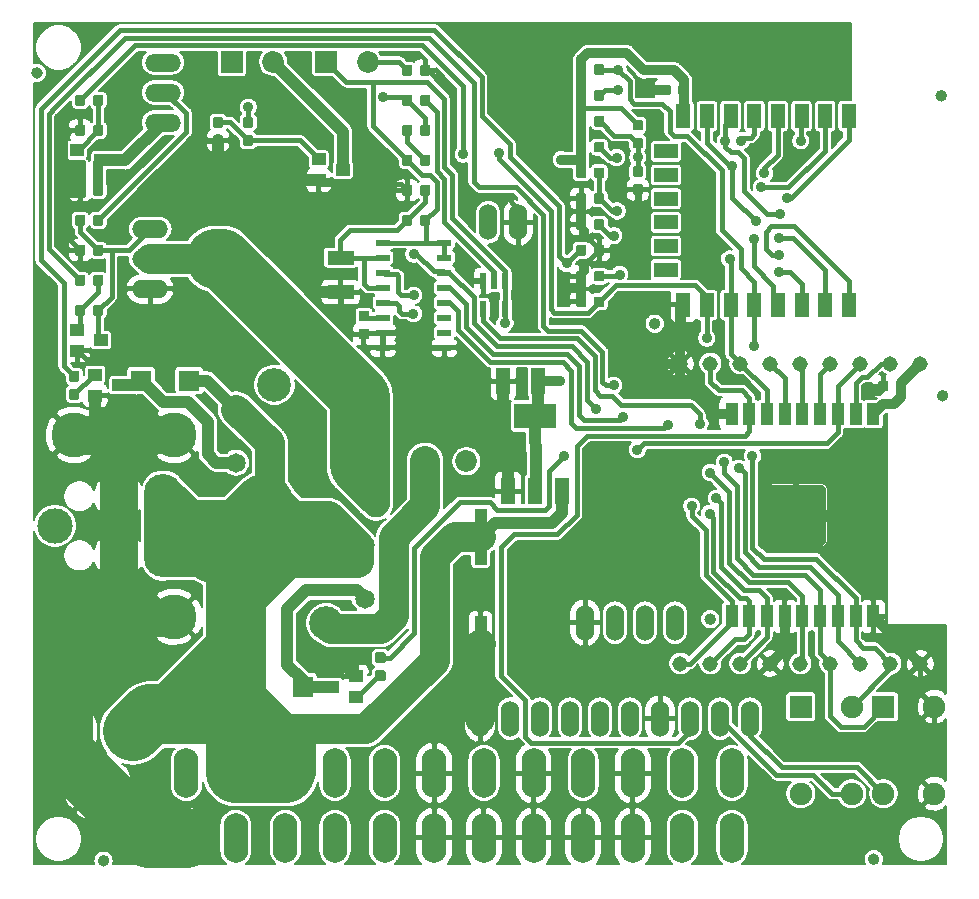
<source format=gtl>
%TF.GenerationSoftware,KiCad,Pcbnew,(5.1.6-0-10_14)*%
%TF.CreationDate,2021-04-16T11:15:05+09:00*%
%TF.ProjectId,NinjaPCB_ver2.2,4e696e6a-6150-4434-925f-766572322e32,rev?*%
%TF.SameCoordinates,Original*%
%TF.FileFunction,Copper,L1,Top*%
%TF.FilePolarity,Positive*%
%FSLAX46Y46*%
G04 Gerber Fmt 4.6, Leading zero omitted, Abs format (unit mm)*
G04 Created by KiCad (PCBNEW (5.1.6-0-10_14)) date 2021-04-16 11:15:05*
%MOMM*%
%LPD*%
G01*
G04 APERTURE LIST*
%TA.AperFunction,ComponentPad*%
%ADD10C,1.850000*%
%TD*%
%TA.AperFunction,ComponentPad*%
%ADD11R,1.850000X1.850000*%
%TD*%
%TA.AperFunction,ComponentPad*%
%ADD12O,3.016000X1.508000*%
%TD*%
%TA.AperFunction,ComponentPad*%
%ADD13O,2.100000X4.200000*%
%TD*%
%TA.AperFunction,SMDPad,CuDef*%
%ADD14R,3.556000X2.159000*%
%TD*%
%TA.AperFunction,SMDPad,CuDef*%
%ADD15R,1.270000X2.286000*%
%TD*%
%TA.AperFunction,SMDPad,CuDef*%
%ADD16R,1.143000X2.286000*%
%TD*%
%TA.AperFunction,SMDPad,CuDef*%
%ADD17R,1.000000X4.700000*%
%TD*%
%TA.AperFunction,SMDPad,CuDef*%
%ADD18R,1.200000X0.600000*%
%TD*%
%TA.AperFunction,ComponentPad*%
%ADD19C,1.905000*%
%TD*%
%TA.AperFunction,ComponentPad*%
%ADD20R,1.905000X1.905000*%
%TD*%
%TA.AperFunction,ComponentPad*%
%ADD21O,1.524000X3.048000*%
%TD*%
%TA.AperFunction,ComponentPad*%
%ADD22C,4.800000*%
%TD*%
%TA.AperFunction,ComponentPad*%
%ADD23C,2.850000*%
%TD*%
%TA.AperFunction,ComponentPad*%
%ADD24C,1.650000*%
%TD*%
%TA.AperFunction,ComponentPad*%
%ADD25C,2.250000*%
%TD*%
%TA.AperFunction,SMDPad,CuDef*%
%ADD26R,1.800000X1.770000*%
%TD*%
%TA.AperFunction,SMDPad,CuDef*%
%ADD27R,2.000000X1.200000*%
%TD*%
%TA.AperFunction,SMDPad,CuDef*%
%ADD28R,1.200000X2.000000*%
%TD*%
%TA.AperFunction,SMDPad,CuDef*%
%ADD29R,2.286000X1.143000*%
%TD*%
%TA.AperFunction,SMDPad,CuDef*%
%ADD30R,4.300000X4.300000*%
%TD*%
%TA.AperFunction,SMDPad,CuDef*%
%ADD31R,1.100000X1.850000*%
%TD*%
%TA.AperFunction,SMDPad,CuDef*%
%ADD32R,1.143000X1.016000*%
%TD*%
%TA.AperFunction,ComponentPad*%
%ADD33O,3.048000X1.524000*%
%TD*%
%TA.AperFunction,ComponentPad*%
%ADD34C,1.308000*%
%TD*%
%TA.AperFunction,ComponentPad*%
%ADD35C,3.816000*%
%TD*%
%TA.AperFunction,ComponentPad*%
%ADD36C,3.000000*%
%TD*%
%TA.AperFunction,ComponentPad*%
%ADD37C,3.216000*%
%TD*%
%TA.AperFunction,SMDPad,CuDef*%
%ADD38R,0.558800X1.320800*%
%TD*%
%TA.AperFunction,ViaPad*%
%ADD39C,0.904800*%
%TD*%
%TA.AperFunction,Conductor*%
%ADD40C,3.175000*%
%TD*%
%TA.AperFunction,Conductor*%
%ADD41C,5.080000*%
%TD*%
%TA.AperFunction,Conductor*%
%ADD42C,1.016000*%
%TD*%
%TA.AperFunction,Conductor*%
%ADD43C,0.406400*%
%TD*%
%TA.AperFunction,Conductor*%
%ADD44C,0.812800*%
%TD*%
%TA.AperFunction,Conductor*%
%ADD45C,2.540000*%
%TD*%
%TA.AperFunction,Conductor*%
%ADD46C,0.508000*%
%TD*%
%TA.AperFunction,Conductor*%
%ADD47C,1.270000*%
%TD*%
%TA.AperFunction,Conductor*%
%ADD48C,0.254000*%
%TD*%
%TA.AperFunction,Conductor*%
%ADD49C,0.203200*%
%TD*%
G04 APERTURE END LIST*
D10*
%TO.P,HEATER_POWER1,2*%
%TO.N,Net-(HEATER_POWER1-Pad2)*%
X130158900Y-72722800D03*
D11*
%TO.P,HEATER_POWER1,1*%
%TO.N,VCC*%
X126658900Y-72722800D03*
%TD*%
D10*
%TO.P,HEATER_TEMP1,2*%
%TO.N,/HEATER_TEMP*%
X138158900Y-72722800D03*
D11*
%TO.P,HEATER_TEMP1,1*%
%TO.N,VCC*%
X134658900Y-72722800D03*
%TD*%
D12*
%TO.P,FAN1,3*%
%TO.N,Net-(FAN1-Pad3)*%
X120828500Y-77858000D03*
%TO.P,FAN1,2*%
%TO.N,VCC*%
X120828500Y-75318000D03*
%TO.P,FAN1,1*%
%TO.N,Net-(FAN1-Pad1)*%
X120828500Y-72778000D03*
%TD*%
D13*
%TO.P,ATX1,24*%
%TO.N,GND*%
X122810300Y-138431000D03*
%TO.P,ATX1,23*%
%TO.N,Net-(ATX1-Pad23)*%
X127010300Y-138431000D03*
%TO.P,ATX1,12*%
%TO.N,Net-(ATX1-Pad12)*%
X122810300Y-132931000D03*
%TO.P,ATX1,22*%
%TO.N,Net-(ATX1-Pad22)*%
X131210300Y-138431000D03*
%TO.P,ATX1,21*%
%TO.N,Net-(ATX1-Pad21)*%
X135410300Y-138431000D03*
%TO.P,ATX1,20*%
%TO.N,Net-(ATX1-Pad20)*%
X139610300Y-138431000D03*
%TO.P,ATX1,19*%
%TO.N,GND*%
X143810300Y-138431000D03*
%TO.P,ATX1,18*%
X148010300Y-138431000D03*
%TO.P,ATX1,17*%
X152210300Y-138431000D03*
%TO.P,ATX1,16*%
X156410300Y-138431000D03*
%TO.P,ATX1,15*%
X160610300Y-138431000D03*
%TO.P,ATX1,14*%
%TO.N,Net-(ATX1-Pad14)*%
X164810300Y-138431000D03*
%TO.P,ATX1,13*%
%TO.N,Net-(ATX1-Pad13)*%
X169010300Y-138431000D03*
%TO.P,ATX1,11*%
%TO.N,VCC*%
X127010300Y-132931000D03*
%TO.P,ATX1,10*%
X131210300Y-132931000D03*
%TO.P,ATX1,9*%
%TO.N,Net-(ATX1-Pad9)*%
X135410300Y-132931000D03*
%TO.P,ATX1,8*%
%TO.N,Net-(ATX1-Pad8)*%
X139610300Y-132931000D03*
%TO.P,ATX1,7*%
%TO.N,GND*%
X143810300Y-132931000D03*
%TO.P,ATX1,6*%
%TO.N,Net-(ATX1-Pad6)*%
X148010300Y-132931000D03*
%TO.P,ATX1,5*%
%TO.N,GND*%
X152210300Y-132931000D03*
%TO.P,ATX1,4*%
%TO.N,Net-(ATX1-Pad4)*%
X156410300Y-132931000D03*
%TO.P,ATX1,3*%
%TO.N,GND*%
X160610300Y-132931000D03*
%TO.P,ATX1,2*%
%TO.N,Net-(ATX1-Pad2)*%
X164810300Y-132931000D03*
%TO.P,ATX1,1*%
%TO.N,Net-(ATX1-Pad1)*%
X169010300Y-132931000D03*
%TD*%
D14*
%TO.P,REG1,TER*%
%TO.N,VCC*%
X152360100Y-102713800D03*
D15*
%TO.P,REG1,3*%
X154646100Y-109063800D03*
%TO.P,REG1,2*%
X152360100Y-109063800D03*
%TO.P,REG1,1*%
%TO.N,GND*%
X150074100Y-109063800D03*
%TD*%
D16*
%TO.P,C4,-*%
%TO.N,GND*%
X149655000Y-99762200D03*
%TO.P,C4,+*%
%TO.N,VCC*%
X152576000Y-99762200D03*
%TD*%
D17*
%TO.P,C3,P$M*%
%TO.N,GND*%
X147726900Y-122049200D03*
%TO.P,C3,P$P*%
%TO.N,VCC*%
X147726900Y-112949200D03*
%TD*%
D18*
%TO.P,IC2,P$16*%
%TO.N,VCC*%
X144665300Y-88019200D03*
%TO.P,IC2,P$15*%
X144665300Y-89289200D03*
%TO.P,IC2,P$14*%
%TO.N,/SDIO*%
X144665300Y-90559200D03*
%TO.P,IC2,P$13*%
%TO.N,/SCLK*%
X144665300Y-91829200D03*
%TO.P,IC2,P$12*%
%TO.N,/DRDY*%
X144665300Y-93099200D03*
%TO.P,IC2,P$11*%
%TO.N,Net-(IC2-PadP$11)*%
X144665300Y-94369200D03*
%TO.P,IC2,P$10*%
%TO.N,Net-(IC2-PadP$10)*%
X144665300Y-95639200D03*
%TO.P,IC2,P$9*%
%TO.N,GND*%
X144665300Y-96909200D03*
%TO.P,IC2,P$8*%
X139465300Y-96909200D03*
%TO.P,IC2,P$7*%
X139465300Y-95639200D03*
%TO.P,IC2,P$6*%
%TO.N,Net-(C1-Pad2)*%
X139465300Y-94369200D03*
%TO.P,IC2,P$5*%
%TO.N,/HEATER_TEMP*%
X139465300Y-93099200D03*
%TO.P,IC2,P$4*%
%TO.N,/DIVIDED*%
X139465300Y-91829200D03*
%TO.P,IC2,P$3*%
%TO.N,/WELL_TEMP*%
X139465300Y-90559200D03*
%TO.P,IC2,P$2*%
%TO.N,/DIVIDED*%
X139465300Y-89289200D03*
%TO.P,IC2,P$1*%
%TO.N,VCC*%
X139465300Y-88019200D03*
%TD*%
%TO.P,RD1,2*%
%TO.N,VCC*%
%TA.AperFunction,SMDPad,CuDef*%
G36*
G01*
X142592600Y-86464975D02*
X142592600Y-85798225D01*
G75*
G02*
X142703725Y-85687100I111125J0D01*
G01*
X143370475Y-85687100D01*
G75*
G02*
X143481600Y-85798225I0J-111125D01*
G01*
X143481600Y-86464975D01*
G75*
G02*
X143370475Y-86576100I-111125J0D01*
G01*
X142703725Y-86576100D01*
G75*
G02*
X142592600Y-86464975I0J111125D01*
G01*
G37*
%TD.AperFunction*%
%TO.P,RD1,1*%
%TO.N,/DIVIDED*%
%TA.AperFunction,SMDPad,CuDef*%
G36*
G01*
X141068600Y-86464975D02*
X141068600Y-85798225D01*
G75*
G02*
X141179725Y-85687100I111125J0D01*
G01*
X141846475Y-85687100D01*
G75*
G02*
X141957600Y-85798225I0J-111125D01*
G01*
X141957600Y-86464975D01*
G75*
G02*
X141846475Y-86576100I-111125J0D01*
G01*
X141179725Y-86576100D01*
G75*
G02*
X141068600Y-86464975I0J111125D01*
G01*
G37*
%TD.AperFunction*%
%TD*%
%TO.P,RD2,2*%
%TO.N,GND*%
%TA.AperFunction,SMDPad,CuDef*%
G36*
G01*
X141957600Y-83258225D02*
X141957600Y-83924975D01*
G75*
G02*
X141846475Y-84036100I-111125J0D01*
G01*
X141179725Y-84036100D01*
G75*
G02*
X141068600Y-83924975I0J111125D01*
G01*
X141068600Y-83258225D01*
G75*
G02*
X141179725Y-83147100I111125J0D01*
G01*
X141846475Y-83147100D01*
G75*
G02*
X141957600Y-83258225I0J-111125D01*
G01*
G37*
%TD.AperFunction*%
%TO.P,RD2,1*%
%TO.N,/DIVIDED*%
%TA.AperFunction,SMDPad,CuDef*%
G36*
G01*
X143481600Y-83258225D02*
X143481600Y-83924975D01*
G75*
G02*
X143370475Y-84036100I-111125J0D01*
G01*
X142703725Y-84036100D01*
G75*
G02*
X142592600Y-83924975I0J111125D01*
G01*
X142592600Y-83258225D01*
G75*
G02*
X142703725Y-83147100I111125J0D01*
G01*
X143370475Y-83147100D01*
G75*
G02*
X143481600Y-83258225I0J-111125D01*
G01*
G37*
%TD.AperFunction*%
%TD*%
%TO.P,C1,2*%
%TO.N,Net-(C1-Pad2)*%
%TA.AperFunction,SMDPad,CuDef*%
G36*
G01*
X138190675Y-94694900D02*
X137523925Y-94694900D01*
G75*
G02*
X137412800Y-94583775I0J111125D01*
G01*
X137412800Y-93917025D01*
G75*
G02*
X137523925Y-93805900I111125J0D01*
G01*
X138190675Y-93805900D01*
G75*
G02*
X138301800Y-93917025I0J-111125D01*
G01*
X138301800Y-94583775D01*
G75*
G02*
X138190675Y-94694900I-111125J0D01*
G01*
G37*
%TD.AperFunction*%
%TO.P,C1,1*%
%TO.N,GND*%
%TA.AperFunction,SMDPad,CuDef*%
G36*
G01*
X138190675Y-96218900D02*
X137523925Y-96218900D01*
G75*
G02*
X137412800Y-96107775I0J111125D01*
G01*
X137412800Y-95441025D01*
G75*
G02*
X137523925Y-95329900I111125J0D01*
G01*
X138190675Y-95329900D01*
G75*
G02*
X138301800Y-95441025I0J-111125D01*
G01*
X138301800Y-96107775D01*
G75*
G02*
X138190675Y-96218900I-111125J0D01*
G01*
G37*
%TD.AperFunction*%
%TD*%
%TO.P,RT1,2*%
%TO.N,GND*%
%TA.AperFunction,SMDPad,CuDef*%
G36*
G01*
X142592600Y-73764975D02*
X142592600Y-73098225D01*
G75*
G02*
X142703725Y-72987100I111125J0D01*
G01*
X143370475Y-72987100D01*
G75*
G02*
X143481600Y-73098225I0J-111125D01*
G01*
X143481600Y-73764975D01*
G75*
G02*
X143370475Y-73876100I-111125J0D01*
G01*
X142703725Y-73876100D01*
G75*
G02*
X142592600Y-73764975I0J111125D01*
G01*
G37*
%TD.AperFunction*%
%TO.P,RT1,1*%
%TO.N,/HEATER_TEMP*%
%TA.AperFunction,SMDPad,CuDef*%
G36*
G01*
X141068600Y-73764975D02*
X141068600Y-73098225D01*
G75*
G02*
X141179725Y-72987100I111125J0D01*
G01*
X141846475Y-72987100D01*
G75*
G02*
X141957600Y-73098225I0J-111125D01*
G01*
X141957600Y-73764975D01*
G75*
G02*
X141846475Y-73876100I-111125J0D01*
G01*
X141179725Y-73876100D01*
G75*
G02*
X141068600Y-73764975I0J111125D01*
G01*
G37*
%TD.AperFunction*%
%TD*%
%TO.P,RL2,2*%
%TO.N,/WELL_TEMP*%
%TA.AperFunction,SMDPad,CuDef*%
G36*
G01*
X142592600Y-78844975D02*
X142592600Y-78178225D01*
G75*
G02*
X142703725Y-78067100I111125J0D01*
G01*
X143370475Y-78067100D01*
G75*
G02*
X143481600Y-78178225I0J-111125D01*
G01*
X143481600Y-78844975D01*
G75*
G02*
X143370475Y-78956100I-111125J0D01*
G01*
X142703725Y-78956100D01*
G75*
G02*
X142592600Y-78844975I0J111125D01*
G01*
G37*
%TD.AperFunction*%
%TO.P,RL2,1*%
%TO.N,Net-(RL1-Pad2)*%
%TA.AperFunction,SMDPad,CuDef*%
G36*
G01*
X141068600Y-78844975D02*
X141068600Y-78178225D01*
G75*
G02*
X141179725Y-78067100I111125J0D01*
G01*
X141846475Y-78067100D01*
G75*
G02*
X141957600Y-78178225I0J-111125D01*
G01*
X141957600Y-78844975D01*
G75*
G02*
X141846475Y-78956100I-111125J0D01*
G01*
X141179725Y-78956100D01*
G75*
G02*
X141068600Y-78844975I0J111125D01*
G01*
G37*
%TD.AperFunction*%
%TD*%
%TO.P,RH1,2*%
%TO.N,/WELL_TEMP*%
%TA.AperFunction,SMDPad,CuDef*%
G36*
G01*
X141957600Y-75638225D02*
X141957600Y-76304975D01*
G75*
G02*
X141846475Y-76416100I-111125J0D01*
G01*
X141179725Y-76416100D01*
G75*
G02*
X141068600Y-76304975I0J111125D01*
G01*
X141068600Y-75638225D01*
G75*
G02*
X141179725Y-75527100I111125J0D01*
G01*
X141846475Y-75527100D01*
G75*
G02*
X141957600Y-75638225I0J-111125D01*
G01*
G37*
%TD.AperFunction*%
%TO.P,RH1,1*%
%TO.N,Net-(IC1-Pad2)*%
%TA.AperFunction,SMDPad,CuDef*%
G36*
G01*
X143481600Y-75638225D02*
X143481600Y-76304975D01*
G75*
G02*
X143370475Y-76416100I-111125J0D01*
G01*
X142703725Y-76416100D01*
G75*
G02*
X142592600Y-76304975I0J111125D01*
G01*
X142592600Y-75638225D01*
G75*
G02*
X142703725Y-75527100I111125J0D01*
G01*
X143370475Y-75527100D01*
G75*
G02*
X143481600Y-75638225I0J-111125D01*
G01*
G37*
%TD.AperFunction*%
%TD*%
D19*
%TO.P,RST1,4*%
%TO.N,/RESET*%
X181842100Y-134686600D03*
%TO.P,RST1,3*%
%TO.N,GND*%
X186160100Y-134686600D03*
%TO.P,RST1,2*%
X186160100Y-127320600D03*
D20*
%TO.P,RST1,1*%
%TO.N,/RESET*%
X181842100Y-127320600D03*
%TD*%
%TO.P,R1,2*%
%TO.N,/RESET*%
%TA.AperFunction,SMDPad,CuDef*%
G36*
G01*
X157324600Y-80267375D02*
X157324600Y-79600625D01*
G75*
G02*
X157435725Y-79489500I111125J0D01*
G01*
X158102475Y-79489500D01*
G75*
G02*
X158213600Y-79600625I0J-111125D01*
G01*
X158213600Y-80267375D01*
G75*
G02*
X158102475Y-80378500I-111125J0D01*
G01*
X157435725Y-80378500D01*
G75*
G02*
X157324600Y-80267375I0J111125D01*
G01*
G37*
%TD.AperFunction*%
%TO.P,R1,1*%
%TO.N,VCC*%
%TA.AperFunction,SMDPad,CuDef*%
G36*
G01*
X155800600Y-80267375D02*
X155800600Y-79600625D01*
G75*
G02*
X155911725Y-79489500I111125J0D01*
G01*
X156578475Y-79489500D01*
G75*
G02*
X156689600Y-79600625I0J-111125D01*
G01*
X156689600Y-80267375D01*
G75*
G02*
X156578475Y-80378500I-111125J0D01*
G01*
X155911725Y-80378500D01*
G75*
G02*
X155800600Y-80267375I0J111125D01*
G01*
G37*
%TD.AperFunction*%
%TD*%
%TO.P,R19,2*%
%TO.N,Net-(Q3-Pad1)*%
%TA.AperFunction,SMDPad,CuDef*%
G36*
G01*
X114906600Y-76304975D02*
X114906600Y-75638225D01*
G75*
G02*
X115017725Y-75527100I111125J0D01*
G01*
X115684475Y-75527100D01*
G75*
G02*
X115795600Y-75638225I0J-111125D01*
G01*
X115795600Y-76304975D01*
G75*
G02*
X115684475Y-76416100I-111125J0D01*
G01*
X115017725Y-76416100D01*
G75*
G02*
X114906600Y-76304975I0J111125D01*
G01*
G37*
%TD.AperFunction*%
%TO.P,R19,1*%
%TO.N,/FAN*%
%TA.AperFunction,SMDPad,CuDef*%
G36*
G01*
X113382600Y-76304975D02*
X113382600Y-75638225D01*
G75*
G02*
X113493725Y-75527100I111125J0D01*
G01*
X114160475Y-75527100D01*
G75*
G02*
X114271600Y-75638225I0J-111125D01*
G01*
X114271600Y-76304975D01*
G75*
G02*
X114160475Y-76416100I-111125J0D01*
G01*
X113493725Y-76416100D01*
G75*
G02*
X113382600Y-76304975I0J111125D01*
G01*
G37*
%TD.AperFunction*%
%TD*%
%TO.P,R17,2*%
%TO.N,Net-(Q2-Pad1)*%
%TA.AperFunction,SMDPad,CuDef*%
G36*
G01*
X127717725Y-78930700D02*
X128384475Y-78930700D01*
G75*
G02*
X128495600Y-79041825I0J-111125D01*
G01*
X128495600Y-79708575D01*
G75*
G02*
X128384475Y-79819700I-111125J0D01*
G01*
X127717725Y-79819700D01*
G75*
G02*
X127606600Y-79708575I0J111125D01*
G01*
X127606600Y-79041825D01*
G75*
G02*
X127717725Y-78930700I111125J0D01*
G01*
G37*
%TD.AperFunction*%
%TO.P,R17,1*%
%TO.N,/HEATER*%
%TA.AperFunction,SMDPad,CuDef*%
G36*
G01*
X127717725Y-77406700D02*
X128384475Y-77406700D01*
G75*
G02*
X128495600Y-77517825I0J-111125D01*
G01*
X128495600Y-78184575D01*
G75*
G02*
X128384475Y-78295700I-111125J0D01*
G01*
X127717725Y-78295700D01*
G75*
G02*
X127606600Y-78184575I0J111125D01*
G01*
X127606600Y-77517825D01*
G75*
G02*
X127717725Y-77406700I111125J0D01*
G01*
G37*
%TD.AperFunction*%
%TD*%
%TO.P,R8,2*%
%TO.N,/HIGH_TEMP*%
%TA.AperFunction,SMDPad,CuDef*%
G36*
G01*
X157324600Y-86820575D02*
X157324600Y-86153825D01*
G75*
G02*
X157435725Y-86042700I111125J0D01*
G01*
X158102475Y-86042700D01*
G75*
G02*
X158213600Y-86153825I0J-111125D01*
G01*
X158213600Y-86820575D01*
G75*
G02*
X158102475Y-86931700I-111125J0D01*
G01*
X157435725Y-86931700D01*
G75*
G02*
X157324600Y-86820575I0J111125D01*
G01*
G37*
%TD.AperFunction*%
%TO.P,R8,1*%
%TO.N,GND*%
%TA.AperFunction,SMDPad,CuDef*%
G36*
G01*
X155800600Y-86820575D02*
X155800600Y-86153825D01*
G75*
G02*
X155911725Y-86042700I111125J0D01*
G01*
X156578475Y-86042700D01*
G75*
G02*
X156689600Y-86153825I0J-111125D01*
G01*
X156689600Y-86820575D01*
G75*
G02*
X156578475Y-86931700I-111125J0D01*
G01*
X155911725Y-86931700D01*
G75*
G02*
X155800600Y-86820575I0J111125D01*
G01*
G37*
%TD.AperFunction*%
%TD*%
D19*
%TO.P,MODE1,4*%
%TO.N,VCC*%
X174842100Y-134686600D03*
%TO.P,MODE1,3*%
%TO.N,/HIGH_TEMP*%
X179160100Y-134686600D03*
%TO.P,MODE1,2*%
X179160100Y-127320600D03*
D20*
%TO.P,MODE1,1*%
%TO.N,VCC*%
X174842100Y-127320600D03*
%TD*%
D21*
%TO.P,WELL_TEMP1,2*%
%TO.N,GND*%
X150911100Y-86313600D03*
%TO.P,WELL_TEMP1,1*%
%TO.N,/WELL_TEMP*%
X148371100Y-86313600D03*
%TD*%
D22*
%TO.P,JACK1,RING*%
%TO.N,GND*%
X112391100Y-129403600D03*
%TO.P,JACK1,TIP*%
%TO.N,VCC*%
X118291100Y-129403600D03*
%TO.P,JACK1,RING_SW*%
%TO.N,GND*%
X115291100Y-134103600D03*
%TD*%
%TO.P,R2,2*%
%TO.N,/FAN*%
%TA.AperFunction,SMDPad,CuDef*%
G36*
G01*
X157324600Y-73714175D02*
X157324600Y-73047425D01*
G75*
G02*
X157435725Y-72936300I111125J0D01*
G01*
X158102475Y-72936300D01*
G75*
G02*
X158213600Y-73047425I0J-111125D01*
G01*
X158213600Y-73714175D01*
G75*
G02*
X158102475Y-73825300I-111125J0D01*
G01*
X157435725Y-73825300D01*
G75*
G02*
X157324600Y-73714175I0J111125D01*
G01*
G37*
%TD.AperFunction*%
%TO.P,R2,1*%
%TO.N,VCC*%
%TA.AperFunction,SMDPad,CuDef*%
G36*
G01*
X155800600Y-73714175D02*
X155800600Y-73047425D01*
G75*
G02*
X155911725Y-72936300I111125J0D01*
G01*
X156578475Y-72936300D01*
G75*
G02*
X156689600Y-73047425I0J-111125D01*
G01*
X156689600Y-73714175D01*
G75*
G02*
X156578475Y-73825300I-111125J0D01*
G01*
X155911725Y-73825300D01*
G75*
G02*
X155800600Y-73714175I0J111125D01*
G01*
G37*
%TD.AperFunction*%
%TD*%
%TO.P,R7,2*%
%TO.N,/HEATER*%
%TA.AperFunction,SMDPad,CuDef*%
G36*
G01*
X157324600Y-93373775D02*
X157324600Y-92707025D01*
G75*
G02*
X157435725Y-92595900I111125J0D01*
G01*
X158102475Y-92595900D01*
G75*
G02*
X158213600Y-92707025I0J-111125D01*
G01*
X158213600Y-93373775D01*
G75*
G02*
X158102475Y-93484900I-111125J0D01*
G01*
X157435725Y-93484900D01*
G75*
G02*
X157324600Y-93373775I0J111125D01*
G01*
G37*
%TD.AperFunction*%
%TO.P,R7,1*%
%TO.N,GND*%
%TA.AperFunction,SMDPad,CuDef*%
G36*
G01*
X155800600Y-93373775D02*
X155800600Y-92707025D01*
G75*
G02*
X155911725Y-92595900I111125J0D01*
G01*
X156578475Y-92595900D01*
G75*
G02*
X156689600Y-92707025I0J-111125D01*
G01*
X156689600Y-93373775D01*
G75*
G02*
X156578475Y-93484900I-111125J0D01*
G01*
X155911725Y-93484900D01*
G75*
G02*
X155800600Y-93373775I0J111125D01*
G01*
G37*
%TD.AperFunction*%
%TD*%
%TO.P,R18,2*%
%TO.N,Net-(Q2-Pad1)*%
%TA.AperFunction,SMDPad,CuDef*%
G36*
G01*
X125844475Y-78295700D02*
X125177725Y-78295700D01*
G75*
G02*
X125066600Y-78184575I0J111125D01*
G01*
X125066600Y-77517825D01*
G75*
G02*
X125177725Y-77406700I111125J0D01*
G01*
X125844475Y-77406700D01*
G75*
G02*
X125955600Y-77517825I0J-111125D01*
G01*
X125955600Y-78184575D01*
G75*
G02*
X125844475Y-78295700I-111125J0D01*
G01*
G37*
%TD.AperFunction*%
%TO.P,R18,1*%
%TO.N,GND*%
%TA.AperFunction,SMDPad,CuDef*%
G36*
G01*
X125844475Y-79819700D02*
X125177725Y-79819700D01*
G75*
G02*
X125066600Y-79708575I0J111125D01*
G01*
X125066600Y-79041825D01*
G75*
G02*
X125177725Y-78930700I111125J0D01*
G01*
X125844475Y-78930700D01*
G75*
G02*
X125955600Y-79041825I0J-111125D01*
G01*
X125955600Y-79708575D01*
G75*
G02*
X125844475Y-79819700I-111125J0D01*
G01*
G37*
%TD.AperFunction*%
%TD*%
%TO.P,R20,2*%
%TO.N,Net-(Q3-Pad1)*%
%TA.AperFunction,SMDPad,CuDef*%
G36*
G01*
X114906600Y-78844975D02*
X114906600Y-78178225D01*
G75*
G02*
X115017725Y-78067100I111125J0D01*
G01*
X115684475Y-78067100D01*
G75*
G02*
X115795600Y-78178225I0J-111125D01*
G01*
X115795600Y-78844975D01*
G75*
G02*
X115684475Y-78956100I-111125J0D01*
G01*
X115017725Y-78956100D01*
G75*
G02*
X114906600Y-78844975I0J111125D01*
G01*
G37*
%TD.AperFunction*%
%TO.P,R20,1*%
%TO.N,GND*%
%TA.AperFunction,SMDPad,CuDef*%
G36*
G01*
X113382600Y-78844975D02*
X113382600Y-78178225D01*
G75*
G02*
X113493725Y-78067100I111125J0D01*
G01*
X114160475Y-78067100D01*
G75*
G02*
X114271600Y-78178225I0J-111125D01*
G01*
X114271600Y-78844975D01*
G75*
G02*
X114160475Y-78956100I-111125J0D01*
G01*
X113493725Y-78956100D01*
G75*
G02*
X113382600Y-78844975I0J111125D01*
G01*
G37*
%TD.AperFunction*%
%TD*%
%TO.P,R13,2*%
%TO.N,Net-(Q6-Pad1)*%
%TA.AperFunction,SMDPad,CuDef*%
G36*
G01*
X114906600Y-91544975D02*
X114906600Y-90878225D01*
G75*
G02*
X115017725Y-90767100I111125J0D01*
G01*
X115684475Y-90767100D01*
G75*
G02*
X115795600Y-90878225I0J-111125D01*
G01*
X115795600Y-91544975D01*
G75*
G02*
X115684475Y-91656100I-111125J0D01*
G01*
X115017725Y-91656100D01*
G75*
G02*
X114906600Y-91544975I0J111125D01*
G01*
G37*
%TD.AperFunction*%
%TO.P,R13,1*%
%TO.N,/PEL_PWM*%
%TA.AperFunction,SMDPad,CuDef*%
G36*
G01*
X113382600Y-91544975D02*
X113382600Y-90878225D01*
G75*
G02*
X113493725Y-90767100I111125J0D01*
G01*
X114160475Y-90767100D01*
G75*
G02*
X114271600Y-90878225I0J-111125D01*
G01*
X114271600Y-91544975D01*
G75*
G02*
X114160475Y-91656100I-111125J0D01*
G01*
X113493725Y-91656100D01*
G75*
G02*
X113382600Y-91544975I0J111125D01*
G01*
G37*
%TD.AperFunction*%
%TD*%
%TO.P,R15,2*%
%TO.N,VCC*%
%TA.AperFunction,SMDPad,CuDef*%
G36*
G01*
X114906600Y-86464975D02*
X114906600Y-85798225D01*
G75*
G02*
X115017725Y-85687100I111125J0D01*
G01*
X115684475Y-85687100D01*
G75*
G02*
X115795600Y-85798225I0J-111125D01*
G01*
X115795600Y-86464975D01*
G75*
G02*
X115684475Y-86576100I-111125J0D01*
G01*
X115017725Y-86576100D01*
G75*
G02*
X114906600Y-86464975I0J111125D01*
G01*
G37*
%TD.AperFunction*%
%TO.P,R15,1*%
%TO.N,Net-(Q1-PadG)*%
%TA.AperFunction,SMDPad,CuDef*%
G36*
G01*
X113382600Y-86464975D02*
X113382600Y-85798225D01*
G75*
G02*
X113493725Y-85687100I111125J0D01*
G01*
X114160475Y-85687100D01*
G75*
G02*
X114271600Y-85798225I0J-111125D01*
G01*
X114271600Y-86464975D01*
G75*
G02*
X114160475Y-86576100I-111125J0D01*
G01*
X113493725Y-86576100D01*
G75*
G02*
X113382600Y-86464975I0J111125D01*
G01*
G37*
%TD.AperFunction*%
%TD*%
%TO.P,R16,2*%
%TO.N,Net-(Q1-PadG)*%
%TA.AperFunction,SMDPad,CuDef*%
G36*
G01*
X114906600Y-89004975D02*
X114906600Y-88338225D01*
G75*
G02*
X115017725Y-88227100I111125J0D01*
G01*
X115684475Y-88227100D01*
G75*
G02*
X115795600Y-88338225I0J-111125D01*
G01*
X115795600Y-89004975D01*
G75*
G02*
X115684475Y-89116100I-111125J0D01*
G01*
X115017725Y-89116100D01*
G75*
G02*
X114906600Y-89004975I0J111125D01*
G01*
G37*
%TD.AperFunction*%
%TO.P,R16,1*%
%TO.N,GND*%
%TA.AperFunction,SMDPad,CuDef*%
G36*
G01*
X113382600Y-89004975D02*
X113382600Y-88338225D01*
G75*
G02*
X113493725Y-88227100I111125J0D01*
G01*
X114160475Y-88227100D01*
G75*
G02*
X114271600Y-88338225I0J-111125D01*
G01*
X114271600Y-89004975D01*
G75*
G02*
X114160475Y-89116100I-111125J0D01*
G01*
X113493725Y-89116100D01*
G75*
G02*
X113382600Y-89004975I0J111125D01*
G01*
G37*
%TD.AperFunction*%
%TD*%
D23*
%TO.P,RELAY1,P$1*%
%TO.N,/BLK*%
X130280300Y-100065000D03*
%TO.P,RELAY1,P$8*%
%TO.N,/RED*%
X134680300Y-120265000D03*
D24*
%TO.P,RELAY1,P$7*%
%TO.N,Net-(D2-Pad1)*%
X137930300Y-118165000D03*
%TO.P,RELAY1,P$6*%
%TO.N,VCC*%
X137930300Y-113665000D03*
%TO.P,RELAY1,P$3*%
%TO.N,Net-(D1-Pad1)*%
X127030300Y-106665000D03*
%TO.P,RELAY1,P$2*%
%TO.N,VCC*%
X127030300Y-102165000D03*
D25*
%TO.P,RELAY1,P$4*%
X129380300Y-110165000D03*
%TO.P,RELAY1,P$5*%
%TO.N,Net-(HEATSINK1-PadP$1)*%
X138880300Y-110165000D03*
%TD*%
D26*
%TO.P,D1,2*%
%TO.N,VCC*%
X123066700Y-99712800D03*
%TO.P,D1,1*%
%TO.N,Net-(D1-Pad1)*%
X118982700Y-99712800D03*
%TD*%
%TO.P,D2,2*%
%TO.N,VCC*%
X128599900Y-125628600D03*
%TO.P,D2,1*%
%TO.N,Net-(D2-Pad1)*%
X132683900Y-125628600D03*
%TD*%
%TO.P,R11,2*%
%TO.N,Net-(Q4-Pad1)*%
%TA.AperFunction,SMDPad,CuDef*%
G36*
G01*
X112985725Y-100419100D02*
X113652475Y-100419100D01*
G75*
G02*
X113763600Y-100530225I0J-111125D01*
G01*
X113763600Y-101196975D01*
G75*
G02*
X113652475Y-101308100I-111125J0D01*
G01*
X112985725Y-101308100D01*
G75*
G02*
X112874600Y-101196975I0J111125D01*
G01*
X112874600Y-100530225D01*
G75*
G02*
X112985725Y-100419100I111125J0D01*
G01*
G37*
%TD.AperFunction*%
%TO.P,R11,1*%
%TO.N,/PEL_SWA*%
%TA.AperFunction,SMDPad,CuDef*%
G36*
G01*
X112985725Y-98895100D02*
X113652475Y-98895100D01*
G75*
G02*
X113763600Y-99006225I0J-111125D01*
G01*
X113763600Y-99672975D01*
G75*
G02*
X113652475Y-99784100I-111125J0D01*
G01*
X112985725Y-99784100D01*
G75*
G02*
X112874600Y-99672975I0J111125D01*
G01*
X112874600Y-99006225D01*
G75*
G02*
X112985725Y-98895100I111125J0D01*
G01*
G37*
%TD.AperFunction*%
%TD*%
%TO.P,R12,2*%
%TO.N,/PEL_SWB*%
%TA.AperFunction,SMDPad,CuDef*%
G36*
G01*
X139585875Y-123609300D02*
X138919125Y-123609300D01*
G75*
G02*
X138808000Y-123498175I0J111125D01*
G01*
X138808000Y-122831425D01*
G75*
G02*
X138919125Y-122720300I111125J0D01*
G01*
X139585875Y-122720300D01*
G75*
G02*
X139697000Y-122831425I0J-111125D01*
G01*
X139697000Y-123498175D01*
G75*
G02*
X139585875Y-123609300I-111125J0D01*
G01*
G37*
%TD.AperFunction*%
%TO.P,R12,1*%
%TO.N,Net-(Q5-Pad1)*%
%TA.AperFunction,SMDPad,CuDef*%
G36*
G01*
X139585875Y-125133300D02*
X138919125Y-125133300D01*
G75*
G02*
X138808000Y-125022175I0J111125D01*
G01*
X138808000Y-124355425D01*
G75*
G02*
X138919125Y-124244300I111125J0D01*
G01*
X139585875Y-124244300D01*
G75*
G02*
X139697000Y-124355425I0J-111125D01*
G01*
X139697000Y-125022175D01*
G75*
G02*
X139585875Y-125133300I-111125J0D01*
G01*
G37*
%TD.AperFunction*%
%TD*%
D27*
%TO.P,ESP1,9*%
%TO.N,Net-(ESP1-Pad9)*%
X163421100Y-80305600D03*
%TO.P,ESP1,10*%
%TO.N,Net-(ESP1-Pad10)*%
X163421100Y-82305600D03*
%TO.P,ESP1,11*%
%TO.N,Net-(ESP1-Pad11)*%
X163421100Y-84305600D03*
%TO.P,ESP1,12*%
%TO.N,Net-(ESP1-Pad12)*%
X163421100Y-86305600D03*
%TO.P,ESP1,13*%
%TO.N,Net-(ESP1-Pad13)*%
X163421100Y-88305600D03*
%TO.P,ESP1,14*%
%TO.N,Net-(ESP1-Pad14)*%
X163421100Y-90305600D03*
D28*
%TO.P,ESP1,8*%
%TO.N,VCC*%
X164901100Y-77305600D03*
%TO.P,ESP1,7*%
%TO.N,/PEL_SWB*%
X166901100Y-77305600D03*
%TO.P,ESP1,6*%
%TO.N,/PEL_SWA*%
X168901100Y-77305600D03*
%TO.P,ESP1,5*%
%TO.N,/SCLK*%
X170901100Y-77305600D03*
%TO.P,ESP1,4*%
%TO.N,/HIGH_TEMP*%
X172901100Y-77305600D03*
%TO.P,ESP1,2*%
%TO.N,/TOUT*%
X176901100Y-77305600D03*
%TO.P,ESP1,3*%
%TO.N,/EN*%
X174901100Y-77305600D03*
%TO.P,ESP1,1*%
%TO.N,/RESET*%
X178901100Y-77305600D03*
%TO.P,ESP1,22*%
%TO.N,/TXD*%
X178901100Y-93305600D03*
%TO.P,ESP1,21*%
%TO.N,/RXD*%
X176901100Y-93305600D03*
%TO.P,ESP1,20*%
%TO.N,/DRDY*%
X174901100Y-93305600D03*
%TO.P,ESP1,19*%
%TO.N,/PEL_PWM*%
X172901100Y-93305600D03*
%TO.P,ESP1,18*%
%TO.N,/FAN*%
X170901100Y-93305600D03*
%TO.P,ESP1,17*%
%TO.N,/SDIO*%
X168901100Y-93305600D03*
%TO.P,ESP1,16*%
%TO.N,/HEATER*%
X166901100Y-93305600D03*
%TO.P,ESP1,15*%
%TO.N,GND*%
X164901100Y-93305600D03*
%TD*%
%TO.P,R4,2*%
%TO.N,/EN*%
%TA.AperFunction,SMDPad,CuDef*%
G36*
G01*
X157324600Y-78082975D02*
X157324600Y-77416225D01*
G75*
G02*
X157435725Y-77305100I111125J0D01*
G01*
X158102475Y-77305100D01*
G75*
G02*
X158213600Y-77416225I0J-111125D01*
G01*
X158213600Y-78082975D01*
G75*
G02*
X158102475Y-78194100I-111125J0D01*
G01*
X157435725Y-78194100D01*
G75*
G02*
X157324600Y-78082975I0J111125D01*
G01*
G37*
%TD.AperFunction*%
%TO.P,R4,1*%
%TO.N,VCC*%
%TA.AperFunction,SMDPad,CuDef*%
G36*
G01*
X155800600Y-78082975D02*
X155800600Y-77416225D01*
G75*
G02*
X155911725Y-77305100I111125J0D01*
G01*
X156578475Y-77305100D01*
G75*
G02*
X156689600Y-77416225I0J-111125D01*
G01*
X156689600Y-78082975D01*
G75*
G02*
X156578475Y-78194100I-111125J0D01*
G01*
X155911725Y-78194100D01*
G75*
G02*
X155800600Y-78082975I0J111125D01*
G01*
G37*
%TD.AperFunction*%
%TD*%
%TO.P,R5,2*%
%TO.N,/PEL_SWA*%
%TA.AperFunction,SMDPad,CuDef*%
G36*
G01*
X156689600Y-88338225D02*
X156689600Y-89004975D01*
G75*
G02*
X156578475Y-89116100I-111125J0D01*
G01*
X155911725Y-89116100D01*
G75*
G02*
X155800600Y-89004975I0J111125D01*
G01*
X155800600Y-88338225D01*
G75*
G02*
X155911725Y-88227100I111125J0D01*
G01*
X156578475Y-88227100D01*
G75*
G02*
X156689600Y-88338225I0J-111125D01*
G01*
G37*
%TD.AperFunction*%
%TO.P,R5,1*%
%TO.N,GND*%
%TA.AperFunction,SMDPad,CuDef*%
G36*
G01*
X158213600Y-88338225D02*
X158213600Y-89004975D01*
G75*
G02*
X158102475Y-89116100I-111125J0D01*
G01*
X157435725Y-89116100D01*
G75*
G02*
X157324600Y-89004975I0J111125D01*
G01*
X157324600Y-88338225D01*
G75*
G02*
X157435725Y-88227100I111125J0D01*
G01*
X158102475Y-88227100D01*
G75*
G02*
X158213600Y-88338225I0J-111125D01*
G01*
G37*
%TD.AperFunction*%
%TD*%
%TO.P,R6,2*%
%TO.N,/PEL_SWB*%
%TA.AperFunction,SMDPad,CuDef*%
G36*
G01*
X157324600Y-91189375D02*
X157324600Y-90522625D01*
G75*
G02*
X157435725Y-90411500I111125J0D01*
G01*
X158102475Y-90411500D01*
G75*
G02*
X158213600Y-90522625I0J-111125D01*
G01*
X158213600Y-91189375D01*
G75*
G02*
X158102475Y-91300500I-111125J0D01*
G01*
X157435725Y-91300500D01*
G75*
G02*
X157324600Y-91189375I0J111125D01*
G01*
G37*
%TD.AperFunction*%
%TO.P,R6,1*%
%TO.N,GND*%
%TA.AperFunction,SMDPad,CuDef*%
G36*
G01*
X155800600Y-91189375D02*
X155800600Y-90522625D01*
G75*
G02*
X155911725Y-90411500I111125J0D01*
G01*
X156578475Y-90411500D01*
G75*
G02*
X156689600Y-90522625I0J-111125D01*
G01*
X156689600Y-91189375D01*
G75*
G02*
X156578475Y-91300500I-111125J0D01*
G01*
X155911725Y-91300500D01*
G75*
G02*
X155800600Y-91189375I0J111125D01*
G01*
G37*
%TD.AperFunction*%
%TD*%
%TO.P,R3,2*%
%TO.N,/SDIO*%
%TA.AperFunction,SMDPad,CuDef*%
G36*
G01*
X157324600Y-75898575D02*
X157324600Y-75231825D01*
G75*
G02*
X157435725Y-75120700I111125J0D01*
G01*
X158102475Y-75120700D01*
G75*
G02*
X158213600Y-75231825I0J-111125D01*
G01*
X158213600Y-75898575D01*
G75*
G02*
X158102475Y-76009700I-111125J0D01*
G01*
X157435725Y-76009700D01*
G75*
G02*
X157324600Y-75898575I0J111125D01*
G01*
G37*
%TD.AperFunction*%
%TO.P,R3,1*%
%TO.N,VCC*%
%TA.AperFunction,SMDPad,CuDef*%
G36*
G01*
X155800600Y-75898575D02*
X155800600Y-75231825D01*
G75*
G02*
X155911725Y-75120700I111125J0D01*
G01*
X156578475Y-75120700D01*
G75*
G02*
X156689600Y-75231825I0J-111125D01*
G01*
X156689600Y-75898575D01*
G75*
G02*
X156578475Y-76009700I-111125J0D01*
G01*
X155911725Y-76009700D01*
G75*
G02*
X155800600Y-75898575I0J111125D01*
G01*
G37*
%TD.AperFunction*%
%TD*%
%TO.P,CP1,2*%
%TO.N,GND*%
%TA.AperFunction,SMDPad,CuDef*%
G36*
G01*
X163848600Y-74774825D02*
X163848600Y-75441575D01*
G75*
G02*
X163737475Y-75552700I-111125J0D01*
G01*
X163070725Y-75552700D01*
G75*
G02*
X162959600Y-75441575I0J111125D01*
G01*
X162959600Y-74774825D01*
G75*
G02*
X163070725Y-74663700I111125J0D01*
G01*
X163737475Y-74663700D01*
G75*
G02*
X163848600Y-74774825I0J-111125D01*
G01*
G37*
%TD.AperFunction*%
%TO.P,CP1,1*%
%TO.N,VCC*%
%TA.AperFunction,SMDPad,CuDef*%
G36*
G01*
X165372600Y-74774825D02*
X165372600Y-75441575D01*
G75*
G02*
X165261475Y-75552700I-111125J0D01*
G01*
X164594725Y-75552700D01*
G75*
G02*
X164483600Y-75441575I0J111125D01*
G01*
X164483600Y-74774825D01*
G75*
G02*
X164594725Y-74663700I111125J0D01*
G01*
X165261475Y-74663700D01*
G75*
G02*
X165372600Y-74774825I0J-111125D01*
G01*
G37*
%TD.AperFunction*%
%TD*%
%TO.P,RL1,2*%
%TO.N,Net-(RL1-Pad2)*%
%TA.AperFunction,SMDPad,CuDef*%
G36*
G01*
X142592600Y-81384975D02*
X142592600Y-80718225D01*
G75*
G02*
X142703725Y-80607100I111125J0D01*
G01*
X143370475Y-80607100D01*
G75*
G02*
X143481600Y-80718225I0J-111125D01*
G01*
X143481600Y-81384975D01*
G75*
G02*
X143370475Y-81496100I-111125J0D01*
G01*
X142703725Y-81496100D01*
G75*
G02*
X142592600Y-81384975I0J111125D01*
G01*
G37*
%TD.AperFunction*%
%TO.P,RL1,1*%
%TO.N,VCC*%
%TA.AperFunction,SMDPad,CuDef*%
G36*
G01*
X141068600Y-81384975D02*
X141068600Y-80718225D01*
G75*
G02*
X141179725Y-80607100I111125J0D01*
G01*
X141846475Y-80607100D01*
G75*
G02*
X141957600Y-80718225I0J-111125D01*
G01*
X141957600Y-81384975D01*
G75*
G02*
X141846475Y-81496100I-111125J0D01*
G01*
X141179725Y-81496100D01*
G75*
G02*
X141068600Y-81384975I0J111125D01*
G01*
G37*
%TD.AperFunction*%
%TD*%
D29*
%TO.P,C2,-*%
%TO.N,GND*%
X135874300Y-92212100D03*
%TO.P,C2,+*%
%TO.N,/DIVIDED*%
X135874300Y-89291100D03*
%TD*%
D30*
%TO.P,ESP2,P$19*%
%TO.N,GND*%
X174407100Y-111103600D03*
D31*
%TO.P,ESP2,P$18*%
X180977100Y-119678600D03*
%TO.P,ESP2,P$17*%
%TO.N,/HIGH_TEMP*%
X179477100Y-119678600D03*
%TO.P,ESP2,P$16*%
%TO.N,/TOUT*%
X177977100Y-119678600D03*
%TO.P,ESP2,P$15*%
%TO.N,/RESET*%
X176477100Y-119678600D03*
%TO.P,ESP2,P$14*%
%TO.N,/DRDY*%
X174977100Y-119678600D03*
%TO.P,ESP2,P$13*%
%TO.N,GND*%
X173477100Y-119678600D03*
%TO.P,ESP2,P$12*%
%TO.N,/TXD*%
X171977100Y-119678600D03*
%TO.P,ESP2,P$11*%
%TO.N,/RXD*%
X170477100Y-119678600D03*
%TO.P,ESP2,P$10*%
%TO.N,/PEL_PWM*%
X168977100Y-119678600D03*
%TO.P,ESP2,P$9*%
%TO.N,GND*%
X168977100Y-102528600D03*
%TO.P,ESP2,P$8*%
%TO.N,/FAN*%
X170477100Y-102528600D03*
%TO.P,ESP2,P$7*%
%TO.N,/SDIO*%
X171977100Y-102528600D03*
%TO.P,ESP2,P$6*%
%TO.N,/HEATER*%
X173477100Y-102528600D03*
%TO.P,ESP2,P$5*%
%TO.N,/PEL_SWB*%
X174977100Y-102528600D03*
%TO.P,ESP2,P$4*%
%TO.N,/PEL_SWA*%
X176477100Y-102528600D03*
%TO.P,ESP2,P$3*%
%TO.N,/SCLK*%
X177977100Y-102528600D03*
%TO.P,ESP2,P$2*%
%TO.N,/EN*%
X179477100Y-102528600D03*
%TO.P,ESP2,P$1*%
%TO.N,VCC*%
X180977100Y-102528600D03*
%TD*%
%TO.P,CP2,2*%
%TO.N,VCC*%
%TA.AperFunction,SMDPad,CuDef*%
G36*
G01*
X182893000Y-100513975D02*
X182893000Y-99847225D01*
G75*
G02*
X183004125Y-99736100I111125J0D01*
G01*
X183670875Y-99736100D01*
G75*
G02*
X183782000Y-99847225I0J-111125D01*
G01*
X183782000Y-100513975D01*
G75*
G02*
X183670875Y-100625100I-111125J0D01*
G01*
X183004125Y-100625100D01*
G75*
G02*
X182893000Y-100513975I0J111125D01*
G01*
G37*
%TD.AperFunction*%
%TO.P,CP2,1*%
%TO.N,GND*%
%TA.AperFunction,SMDPad,CuDef*%
G36*
G01*
X181369000Y-100513975D02*
X181369000Y-99847225D01*
G75*
G02*
X181480125Y-99736100I111125J0D01*
G01*
X182146875Y-99736100D01*
G75*
G02*
X182258000Y-99847225I0J-111125D01*
G01*
X182258000Y-100513975D01*
G75*
G02*
X182146875Y-100625100I-111125J0D01*
G01*
X181480125Y-100625100D01*
G75*
G02*
X181369000Y-100513975I0J111125D01*
G01*
G37*
%TD.AperFunction*%
%TD*%
%TO.P,U$3,1*%
%TO.N,N/C*%
%TA.AperFunction,SMDPad,CuDef*%
G36*
G01*
X186725100Y-75090600D02*
X186725100Y-75090600D01*
G75*
G02*
X187225100Y-75590600I0J-500000D01*
G01*
X187225100Y-75590600D01*
G75*
G02*
X186725100Y-76090600I-500000J0D01*
G01*
X186725100Y-76090600D01*
G75*
G02*
X186225100Y-75590600I0J500000D01*
G01*
X186225100Y-75590600D01*
G75*
G02*
X186725100Y-75090600I500000J0D01*
G01*
G37*
%TD.AperFunction*%
%TD*%
%TO.P,U$4,1*%
%TO.N,N/C*%
%TA.AperFunction,SMDPad,CuDef*%
G36*
G01*
X115308300Y-140360600D02*
X115308300Y-140360600D01*
G75*
G02*
X115808300Y-139860600I500000J0D01*
G01*
X115808300Y-139860600D01*
G75*
G02*
X116308300Y-140360600I0J-500000D01*
G01*
X116308300Y-140360600D01*
G75*
G02*
X115808300Y-140860600I-500000J0D01*
G01*
X115808300Y-140860600D01*
G75*
G02*
X115308300Y-140360600I0J500000D01*
G01*
G37*
%TD.AperFunction*%
%TD*%
%TO.P,U$5,1*%
%TO.N,N/C*%
%TA.AperFunction,SMDPad,CuDef*%
G36*
G01*
X180510100Y-140233600D02*
X180510100Y-140233600D01*
G75*
G02*
X181010100Y-139733600I500000J0D01*
G01*
X181010100Y-139733600D01*
G75*
G02*
X181510100Y-140233600I0J-500000D01*
G01*
X181510100Y-140233600D01*
G75*
G02*
X181010100Y-140733600I-500000J0D01*
G01*
X181010100Y-140733600D01*
G75*
G02*
X180510100Y-140233600I0J500000D01*
G01*
G37*
%TD.AperFunction*%
%TD*%
%TO.P,R10,2*%
%TO.N,GND*%
%TA.AperFunction,SMDPad,CuDef*%
G36*
G01*
X156689600Y-83969425D02*
X156689600Y-84636175D01*
G75*
G02*
X156578475Y-84747300I-111125J0D01*
G01*
X155911725Y-84747300D01*
G75*
G02*
X155800600Y-84636175I0J111125D01*
G01*
X155800600Y-83969425D01*
G75*
G02*
X155911725Y-83858300I111125J0D01*
G01*
X156578475Y-83858300D01*
G75*
G02*
X156689600Y-83969425I0J-111125D01*
G01*
G37*
%TD.AperFunction*%
%TO.P,R10,1*%
%TO.N,/TOUT*%
%TA.AperFunction,SMDPad,CuDef*%
G36*
G01*
X158213600Y-83969425D02*
X158213600Y-84636175D01*
G75*
G02*
X158102475Y-84747300I-111125J0D01*
G01*
X157435725Y-84747300D01*
G75*
G02*
X157324600Y-84636175I0J111125D01*
G01*
X157324600Y-83969425D01*
G75*
G02*
X157435725Y-83858300I111125J0D01*
G01*
X158102475Y-83858300D01*
G75*
G02*
X158213600Y-83969425I0J-111125D01*
G01*
G37*
%TD.AperFunction*%
%TD*%
D32*
%TO.P,Q4,1*%
%TO.N,Net-(Q4-Pad1)*%
X115097100Y-99212600D03*
%TO.P,Q4,2*%
%TO.N,GND*%
X115097100Y-100990600D03*
%TO.P,Q4,3*%
%TO.N,Net-(D1-Pad1)*%
X117129100Y-100101600D03*
%TD*%
%TO.P,Q5,1*%
%TO.N,Net-(Q5-Pad1)*%
X137195100Y-126517600D03*
%TO.P,Q5,2*%
%TO.N,GND*%
X137195100Y-124739600D03*
%TO.P,Q5,3*%
%TO.N,Net-(D2-Pad1)*%
X135163100Y-125628600D03*
%TD*%
%TO.P,Q6,1*%
%TO.N,Net-(Q6-Pad1)*%
X113573100Y-95402600D03*
%TO.P,Q6,2*%
%TO.N,GND*%
X113573100Y-97180600D03*
%TO.P,Q6,3*%
%TO.N,Net-(Q1-PadG)*%
X115605100Y-96291600D03*
%TD*%
%TO.P,Q2,1*%
%TO.N,Net-(Q2-Pad1)*%
X134028500Y-80979600D03*
%TO.P,Q2,2*%
%TO.N,GND*%
X134028500Y-82757600D03*
%TO.P,Q2,3*%
%TO.N,Net-(HEATER_POWER1-Pad2)*%
X136060500Y-81868600D03*
%TD*%
%TO.P,Q3,1*%
%TO.N,Net-(Q3-Pad1)*%
X113573100Y-80162600D03*
%TO.P,Q3,2*%
%TO.N,GND*%
X113573100Y-81940600D03*
%TO.P,Q3,3*%
%TO.N,Net-(FAN1-Pad3)*%
X115605100Y-81051600D03*
%TD*%
D21*
%TO.P,SERIAL6,6*%
%TO.N,GND*%
X147685300Y-128321000D03*
%TO.P,SERIAL6,5*%
%TO.N,Net-(SERIAL6-Pad5)*%
X150225300Y-128321000D03*
%TO.P,SERIAL6,4*%
%TO.N,Net-(SERIAL6-Pad4)*%
X152765300Y-128321000D03*
%TO.P,SERIAL6,3*%
%TO.N,/RXD*%
X155305300Y-128321000D03*
%TO.P,SERIAL6,2*%
%TO.N,/TXD*%
X157845300Y-128321000D03*
%TO.P,SERIAL6,1*%
%TO.N,Net-(SERIAL6-Pad1)*%
X160385300Y-128321000D03*
%TD*%
D25*
%TO.P,HEATSINK1,P$1*%
%TO.N,Net-(HEATSINK1-PadP$1)*%
X125304900Y-89409400D03*
%TD*%
D33*
%TO.P,Q1,S*%
%TO.N,GND*%
X119764900Y-91949400D03*
%TO.P,Q1,D*%
%TO.N,Net-(HEATSINK1-PadP$1)*%
X119764900Y-89409400D03*
%TO.P,Q1,G*%
%TO.N,Net-(Q1-PadG)*%
X119764900Y-86869400D03*
%TD*%
D34*
%TO.P,ESP3,P$18*%
%TO.N,GND*%
X184965500Y-123664600D03*
%TO.P,ESP3,P$17*%
%TO.N,/HIGH_TEMP*%
X182425500Y-123664600D03*
%TO.P,ESP3,P$16*%
%TO.N,/TOUT*%
X179885500Y-123664600D03*
%TO.P,ESP3,P$15*%
%TO.N,/RESET*%
X177345500Y-123664600D03*
%TO.P,ESP3,P$14*%
%TO.N,/DRDY*%
X174805500Y-123664600D03*
%TO.P,ESP3,P$13*%
%TO.N,GND*%
X172265500Y-123664600D03*
%TO.P,ESP3,P$12*%
%TO.N,/TXD*%
X169725500Y-123664600D03*
%TO.P,ESP3,P$11*%
%TO.N,/RXD*%
X167185500Y-123664600D03*
%TO.P,ESP3,P$10*%
%TO.N,/PEL_PWM*%
X164645500Y-123664600D03*
%TO.P,ESP3,P$9*%
%TO.N,GND*%
X164645500Y-98264600D03*
%TO.P,ESP3,P$8*%
%TO.N,/FAN*%
X167185500Y-98264600D03*
%TO.P,ESP3,P$7*%
%TO.N,/SDIO*%
X169725500Y-98264600D03*
%TO.P,ESP3,P$6*%
%TO.N,/HEATER*%
X172265500Y-98264600D03*
%TO.P,ESP3,P$5*%
%TO.N,/PEL_SWB*%
X174805500Y-98264600D03*
%TO.P,ESP3,P$4*%
%TO.N,/PEL_SWA*%
X177345500Y-98264600D03*
%TO.P,ESP3,P$3*%
%TO.N,/SCLK*%
X179885500Y-98264600D03*
%TO.P,ESP3,P$2*%
%TO.N,/EN*%
X182425500Y-98264600D03*
%TO.P,ESP3,P$1*%
%TO.N,VCC*%
X184965500Y-98264600D03*
%TD*%
%TO.P,U$7,1*%
%TO.N,N/C*%
%TA.AperFunction,SMDPad,CuDef*%
G36*
G01*
X109669500Y-73660200D02*
X109669500Y-73660200D01*
G75*
G02*
X110169500Y-73160200I500000J0D01*
G01*
X110169500Y-73160200D01*
G75*
G02*
X110669500Y-73660200I0J-500000D01*
G01*
X110669500Y-73660200D01*
G75*
G02*
X110169500Y-74160200I-500000J0D01*
G01*
X110169500Y-74160200D01*
G75*
G02*
X109669500Y-73660200I0J500000D01*
G01*
G37*
%TD.AperFunction*%
%TD*%
%TO.P,U$8,1*%
%TO.N,N/C*%
%TA.AperFunction,SMDPad,CuDef*%
G36*
G01*
X167167100Y-119413600D02*
X167167100Y-119413600D01*
G75*
G02*
X167667100Y-119913600I0J-500000D01*
G01*
X167667100Y-119913600D01*
G75*
G02*
X167167100Y-120413600I-500000J0D01*
G01*
X167167100Y-120413600D01*
G75*
G02*
X166667100Y-119913600I0J500000D01*
G01*
X166667100Y-119913600D01*
G75*
G02*
X167167100Y-119413600I500000J0D01*
G01*
G37*
%TD.AperFunction*%
%TD*%
%TO.P,U$9,1*%
%TO.N,N/C*%
%TA.AperFunction,SMDPad,CuDef*%
G36*
G01*
X162468100Y-94394600D02*
X162468100Y-94394600D01*
G75*
G02*
X162968100Y-94894600I0J-500000D01*
G01*
X162968100Y-94894600D01*
G75*
G02*
X162468100Y-95394600I-500000J0D01*
G01*
X162468100Y-95394600D01*
G75*
G02*
X161968100Y-94894600I0J500000D01*
G01*
X161968100Y-94894600D01*
G75*
G02*
X162468100Y-94394600I500000J0D01*
G01*
G37*
%TD.AperFunction*%
%TD*%
%TO.P,U$10,1*%
%TO.N,N/C*%
%TA.AperFunction,SMDPad,CuDef*%
G36*
G01*
X186852100Y-100490600D02*
X186852100Y-100490600D01*
G75*
G02*
X187352100Y-100990600I0J-500000D01*
G01*
X187352100Y-100990600D01*
G75*
G02*
X186852100Y-101490600I-500000J0D01*
G01*
X186852100Y-101490600D01*
G75*
G02*
X186352100Y-100990600I0J500000D01*
G01*
X186352100Y-100990600D01*
G75*
G02*
X186852100Y-100490600I500000J0D01*
G01*
G37*
%TD.AperFunction*%
%TD*%
%TO.P,R14,2*%
%TO.N,Net-(Q1-PadG)*%
%TA.AperFunction,SMDPad,CuDef*%
G36*
G01*
X114906600Y-94084975D02*
X114906600Y-93418225D01*
G75*
G02*
X115017725Y-93307100I111125J0D01*
G01*
X115684475Y-93307100D01*
G75*
G02*
X115795600Y-93418225I0J-111125D01*
G01*
X115795600Y-94084975D01*
G75*
G02*
X115684475Y-94196100I-111125J0D01*
G01*
X115017725Y-94196100D01*
G75*
G02*
X114906600Y-94084975I0J111125D01*
G01*
G37*
%TD.AperFunction*%
%TO.P,R14,1*%
%TO.N,Net-(Q6-Pad1)*%
%TA.AperFunction,SMDPad,CuDef*%
G36*
G01*
X113382600Y-94084975D02*
X113382600Y-93418225D01*
G75*
G02*
X113493725Y-93307100I111125J0D01*
G01*
X114160475Y-93307100D01*
G75*
G02*
X114271600Y-93418225I0J-111125D01*
G01*
X114271600Y-94084975D01*
G75*
G02*
X114160475Y-94196100I-111125J0D01*
G01*
X113493725Y-94196100D01*
G75*
G02*
X113382600Y-94084975I0J111125D01*
G01*
G37*
%TD.AperFunction*%
%TD*%
%TO.P,R21,2*%
%TO.N,Net-(FAN1-Pad3)*%
%TA.AperFunction,SMDPad,CuDef*%
G36*
G01*
X114906600Y-83924975D02*
X114906600Y-83258225D01*
G75*
G02*
X115017725Y-83147100I111125J0D01*
G01*
X115684475Y-83147100D01*
G75*
G02*
X115795600Y-83258225I0J-111125D01*
G01*
X115795600Y-83924975D01*
G75*
G02*
X115684475Y-84036100I-111125J0D01*
G01*
X115017725Y-84036100D01*
G75*
G02*
X114906600Y-83924975I0J111125D01*
G01*
G37*
%TD.AperFunction*%
%TO.P,R21,1*%
%TO.N,GND*%
%TA.AperFunction,SMDPad,CuDef*%
G36*
G01*
X113382600Y-83924975D02*
X113382600Y-83258225D01*
G75*
G02*
X113493725Y-83147100I111125J0D01*
G01*
X114160475Y-83147100D01*
G75*
G02*
X114271600Y-83258225I0J-111125D01*
G01*
X114271600Y-83924975D01*
G75*
G02*
X114160475Y-84036100I-111125J0D01*
G01*
X113493725Y-84036100D01*
G75*
G02*
X113382600Y-83924975I0J111125D01*
G01*
G37*
%TD.AperFunction*%
%TD*%
D10*
%TO.P,PELTIER1,2*%
%TO.N,/BLK*%
X146526100Y-106532800D03*
D11*
%TO.P,PELTIER1,1*%
%TO.N,/RED*%
X143026100Y-106532800D03*
%TD*%
D35*
%TO.P,DIN4,P$9*%
%TO.N,GND*%
X121801100Y-119703600D03*
%TO.P,DIN4,P$8*%
X113301100Y-119703600D03*
%TO.P,DIN4,P$7*%
X113301100Y-104303600D03*
%TO.P,DIN4,P$6*%
X121801100Y-104303600D03*
D36*
%TO.P,DIN4,P$5*%
%TO.N,Net-(DIN4-PadP$5)*%
X111701100Y-112003600D03*
D37*
%TO.P,DIN4,P$4*%
%TO.N,GND*%
X117101100Y-114503600D03*
%TO.P,DIN4,P$3*%
X117101100Y-109503600D03*
%TO.P,DIN4,P$2*%
%TO.N,VCC*%
X120851100Y-114753600D03*
%TO.P,DIN4,P$1*%
X120851100Y-109253600D03*
%TD*%
D21*
%TO.P,IO0,2*%
%TO.N,GND*%
X162925300Y-128321000D03*
%TO.P,IO0,1*%
%TO.N,/FAN*%
X165465300Y-128321000D03*
%TD*%
%TO.P,R9,2*%
%TO.N,VCC*%
%TA.AperFunction,SMDPad,CuDef*%
G36*
G01*
X156689600Y-81785025D02*
X156689600Y-82451775D01*
G75*
G02*
X156578475Y-82562900I-111125J0D01*
G01*
X155911725Y-82562900D01*
G75*
G02*
X155800600Y-82451775I0J111125D01*
G01*
X155800600Y-81785025D01*
G75*
G02*
X155911725Y-81673900I111125J0D01*
G01*
X156578475Y-81673900D01*
G75*
G02*
X156689600Y-81785025I0J-111125D01*
G01*
G37*
%TD.AperFunction*%
%TO.P,R9,1*%
%TO.N,/TOUT*%
%TA.AperFunction,SMDPad,CuDef*%
G36*
G01*
X158213600Y-81785025D02*
X158213600Y-82451775D01*
G75*
G02*
X158102475Y-82562900I-111125J0D01*
G01*
X157435725Y-82562900D01*
G75*
G02*
X157324600Y-82451775I0J111125D01*
G01*
X157324600Y-81785025D01*
G75*
G02*
X157435725Y-81673900I111125J0D01*
G01*
X158102475Y-81673900D01*
G75*
G02*
X158213600Y-81785025I0J-111125D01*
G01*
G37*
%TD.AperFunction*%
%TD*%
%TO.P,RESET1,2*%
%TO.N,/HIGH_TEMP*%
X168005300Y-128321000D03*
%TO.P,RESET1,1*%
%TO.N,/RESET*%
X170545300Y-128321000D03*
%TD*%
%TO.P,SERIAL4,4*%
%TO.N,GND*%
X156575300Y-120193000D03*
%TO.P,SERIAL4,3*%
%TO.N,/TXD*%
X159115300Y-120193000D03*
%TO.P,SERIAL4,2*%
%TO.N,/RXD*%
X161655300Y-120193000D03*
%TO.P,SERIAL4,1*%
%TO.N,Net-(SERIAL4-Pad1)*%
X164195300Y-120193000D03*
%TD*%
%TO.P,R22,2*%
%TO.N,VCC*%
%TA.AperFunction,SMDPad,CuDef*%
G36*
G01*
X161379075Y-78524300D02*
X160712325Y-78524300D01*
G75*
G02*
X160601200Y-78413175I0J111125D01*
G01*
X160601200Y-77746425D01*
G75*
G02*
X160712325Y-77635300I111125J0D01*
G01*
X161379075Y-77635300D01*
G75*
G02*
X161490200Y-77746425I0J-111125D01*
G01*
X161490200Y-78413175D01*
G75*
G02*
X161379075Y-78524300I-111125J0D01*
G01*
G37*
%TD.AperFunction*%
%TO.P,R22,1*%
%TO.N,/EN*%
%TA.AperFunction,SMDPad,CuDef*%
G36*
G01*
X161379075Y-80048300D02*
X160712325Y-80048300D01*
G75*
G02*
X160601200Y-79937175I0J111125D01*
G01*
X160601200Y-79270425D01*
G75*
G02*
X160712325Y-79159300I111125J0D01*
G01*
X161379075Y-79159300D01*
G75*
G02*
X161490200Y-79270425I0J-111125D01*
G01*
X161490200Y-79937175D01*
G75*
G02*
X161379075Y-80048300I-111125J0D01*
G01*
G37*
%TD.AperFunction*%
%TD*%
%TO.P,C5,2*%
%TO.N,/EN*%
%TA.AperFunction,SMDPad,CuDef*%
G36*
G01*
X161379075Y-82461300D02*
X160712325Y-82461300D01*
G75*
G02*
X160601200Y-82350175I0J111125D01*
G01*
X160601200Y-81683425D01*
G75*
G02*
X160712325Y-81572300I111125J0D01*
G01*
X161379075Y-81572300D01*
G75*
G02*
X161490200Y-81683425I0J-111125D01*
G01*
X161490200Y-82350175D01*
G75*
G02*
X161379075Y-82461300I-111125J0D01*
G01*
G37*
%TD.AperFunction*%
%TO.P,C5,1*%
%TO.N,GND*%
%TA.AperFunction,SMDPad,CuDef*%
G36*
G01*
X161379075Y-83985300D02*
X160712325Y-83985300D01*
G75*
G02*
X160601200Y-83874175I0J111125D01*
G01*
X160601200Y-83207425D01*
G75*
G02*
X160712325Y-83096300I111125J0D01*
G01*
X161379075Y-83096300D01*
G75*
G02*
X161490200Y-83207425I0J-111125D01*
G01*
X161490200Y-83874175D01*
G75*
G02*
X161379075Y-83985300I-111125J0D01*
G01*
G37*
%TD.AperFunction*%
%TD*%
D38*
%TO.P,IC1,6*%
%TO.N,VCC*%
X149835300Y-93658000D03*
%TO.P,IC1,4*%
%TO.N,/HIGH_TEMP*%
X147935300Y-93658000D03*
%TO.P,IC1,3*%
%TO.N,GND*%
X147935300Y-91270400D03*
%TO.P,IC1,2*%
%TO.N,Net-(IC1-Pad2)*%
X148885300Y-91270400D03*
%TO.P,IC1,1*%
%TO.N,VCC*%
X149835300Y-91270400D03*
%TD*%
D39*
%TO.N,GND*%
X112125300Y-82524800D03*
X116722700Y-86969800D03*
X142046500Y-95682000D03*
X146339100Y-89662200D03*
X133715300Y-123317200D03*
X161375900Y-75108000D03*
X180578300Y-100558800D03*
X177200100Y-111074400D03*
X152714500Y-81432600D03*
X157235700Y-94869200D03*
X137703100Y-84760000D03*
X167725900Y-73609400D03*
X152993900Y-71602800D03*
X149590300Y-77267000D03*
X161121900Y-85572800D03*
X166430500Y-84455200D03*
X179562300Y-105867400D03*
X179867100Y-115773400D03*
X172094700Y-107315200D03*
X165744700Y-116205200D03*
X180781500Y-138303200D03*
X126882700Y-97231400D03*
X118195900Y-76098600D03*
X127314500Y-81077000D03*
X133308900Y-107188200D03*
X160740900Y-112065000D03*
X174202900Y-71602800D03*
X134375700Y-79222800D03*
X134070900Y-74600000D03*
X136661700Y-93624600D03*
X140903500Y-108331200D03*
X148015500Y-99517400D03*
X183575500Y-122250400D03*
X184489900Y-130784800D03*
X176971500Y-130683200D03*
X152587500Y-125476200D03*
X151139700Y-114478000D03*
X146669300Y-117094200D03*
X170799300Y-135636200D03*
X125460300Y-108788400D03*
X110245700Y-75362000D03*
X110829900Y-92176800D03*
X116113100Y-97815600D03*
X126704900Y-75311200D03*
X146440700Y-71044000D03*
X154822700Y-91872000D03*
X146821700Y-84379000D03*
%TO.N,VCC*%
X154492500Y-99771400D03*
X154568700Y-81000800D03*
X161528300Y-73406200D03*
X149793500Y-94843800D03*
%TO.N,/HEATER*%
X128051100Y-76555800D03*
X166887700Y-96113800D03*
X149260100Y-80416600D03*
%TO.N,/HEATER_TEMP*%
X142046500Y-94056400D03*
%TO.N,/FAN*%
X170875500Y-96799600D03*
X146237500Y-80543600D03*
X159369300Y-73380800D03*
%TO.N,/PEL_PWM*%
X170850100Y-87681000D03*
X159013700Y-100101600D03*
X165617700Y-110337800D03*
%TO.N,/RESET*%
X173644100Y-84252000D03*
X168360900Y-106629400D03*
X159242300Y-80823000D03*
%TO.N,/DRDY*%
X172983700Y-90551200D03*
X163560300Y-103429000D03*
X167167100Y-107493000D03*
%TO.N,/TXD*%
X172958300Y-89103400D03*
X167700500Y-109652000D03*
%TO.N,/RXD*%
X173009100Y-87630200D03*
X167116300Y-110972800D03*
%TO.N,/SDIO*%
X142071900Y-89001800D03*
X159369300Y-75108000D03*
X157515100Y-102108200D03*
X168818100Y-89408200D03*
%TO.N,/SCLK*%
X169808700Y-79400600D03*
X159801100Y-102768600D03*
X160994900Y-105562600D03*
%TO.N,/HIGH_TEMP*%
X171764500Y-82169200D03*
X166303500Y-103352800D03*
X170748500Y-106121400D03*
X159013700Y-87452400D03*
%TO.N,/WELL_TEMP*%
X139506500Y-75666800D03*
X142071900Y-92481600D03*
%TO.N,/PEL_SWA*%
X173085300Y-85623600D03*
X168462500Y-79400600D03*
X155025900Y-89789200D03*
%TO.N,/PEL_SWB*%
X159521700Y-90729000D03*
X154771900Y-106121400D03*
X171053300Y-86233200D03*
X169046700Y-81508800D03*
%TO.N,/RED*%
X138769900Y-120726400D03*
X141868700Y-111303000D03*
X140370100Y-116256000D03*
%TO.N,/EN*%
X174837900Y-79400600D03*
X161045700Y-80810300D03*
%TO.N,/TOUT*%
X171510500Y-83337600D03*
X159293100Y-85344200D03*
X169580100Y-107112000D03*
%TD*%
D40*
%TO.N,GND*%
X113192100Y-119735800D02*
X113242900Y-119786600D01*
X113242900Y-119786600D02*
X114563700Y-119786600D01*
X114563700Y-119786600D02*
X117103700Y-119786600D01*
X121726500Y-119786600D02*
X117103700Y-119786600D01*
X117103700Y-119786600D02*
X117103700Y-104368800D01*
X117103700Y-104368800D02*
X113471500Y-104368800D01*
X113471500Y-104368800D02*
X113242900Y-104368800D01*
X113242900Y-104368800D02*
X113242900Y-104343400D01*
X113242900Y-104343400D02*
X121853500Y-104343400D01*
D41*
X113115900Y-119888200D02*
X113293700Y-119710400D01*
X113293700Y-119710400D02*
X113319100Y-119710400D01*
X113319100Y-119710400D02*
X117459300Y-119710400D01*
X112379300Y-131165800D02*
X112379300Y-120650200D01*
X112379300Y-120650200D02*
X113319100Y-119710400D01*
D42*
X113301100Y-104303600D02*
X113406300Y-104303600D01*
X113406300Y-104303600D02*
X113471500Y-104368800D01*
X115097100Y-100990600D02*
X115097100Y-103719400D01*
X115097100Y-103719400D02*
X114512900Y-104303600D01*
X114512900Y-104303600D02*
X113301100Y-104303600D01*
D43*
X113573100Y-97180600D02*
X114309700Y-97917200D01*
X116011500Y-97917200D02*
X118094300Y-97917200D01*
X118094300Y-97917200D02*
X119764900Y-96246600D01*
X119764900Y-96246600D02*
X119764900Y-91949400D01*
X113827100Y-82194600D02*
X113573100Y-81940600D01*
X113827100Y-78511600D02*
X113039700Y-78511600D01*
D42*
X112125300Y-82524800D02*
X112760300Y-82753400D01*
X112760300Y-82753400D02*
X113573100Y-81940600D01*
D43*
X113293700Y-81940600D02*
X113573100Y-81940600D01*
D44*
X113776300Y-83617000D02*
X112963500Y-83617000D01*
X112963500Y-83617000D02*
X112658700Y-83312200D01*
X112658700Y-83312200D02*
X112658700Y-82753400D01*
X112658700Y-82753400D02*
X113192100Y-83286800D01*
X113192100Y-83286800D02*
X113877900Y-83286800D01*
X113877900Y-83286800D02*
X113674700Y-83083600D01*
X113674700Y-83083600D02*
X113674700Y-82423200D01*
X113674700Y-82423200D02*
X113877900Y-82626400D01*
X113877900Y-82626400D02*
X113877900Y-83210600D01*
X113877900Y-82626400D02*
X113877900Y-81686600D01*
D43*
X113039700Y-78511600D02*
X112506300Y-79045000D01*
X112506300Y-79045000D02*
X112506300Y-81178600D01*
X112506300Y-81178600D02*
X113065100Y-81737400D01*
X113065100Y-81737400D02*
X113369900Y-81737400D01*
X113369900Y-81737400D02*
X113573100Y-81940600D01*
X113827100Y-83591600D02*
X113801700Y-83591600D01*
X113801700Y-83591600D02*
X113776300Y-83617000D01*
X114081100Y-83083600D02*
X114081100Y-83972600D01*
X114081100Y-83972600D02*
X112480900Y-83972600D01*
X112480900Y-83972600D02*
X112480900Y-81204000D01*
X112480900Y-81204000D02*
X112760300Y-81204000D01*
X112760300Y-81204000D02*
X112760300Y-82118400D01*
X112760300Y-82118400D02*
X112785700Y-82118400D01*
X112785700Y-82118400D02*
X112785700Y-81204000D01*
X112785700Y-81204000D02*
X114081100Y-81204000D01*
X114081100Y-81204000D02*
X114081100Y-81762800D01*
X114081100Y-81762800D02*
X113014300Y-81762800D01*
X113014300Y-81762800D02*
X113014300Y-81432600D01*
X113014300Y-81432600D02*
X113573100Y-81432600D01*
X113573100Y-81432600D02*
X113573100Y-81458000D01*
X139465300Y-96909200D02*
X139465300Y-95639200D01*
X137857300Y-95774400D02*
X137992500Y-95639200D01*
X137992500Y-95639200D02*
X139465300Y-95639200D01*
D42*
X134028500Y-82757600D02*
X125434900Y-82757600D01*
X125434900Y-82757600D02*
X120249100Y-82757600D01*
X120249100Y-82757600D02*
X116722700Y-86284000D01*
X116722700Y-86284000D02*
X116722700Y-86969800D01*
X125511100Y-79375200D02*
X125511100Y-81127800D01*
X125511100Y-81127800D02*
X125511100Y-82681400D01*
X125511100Y-82681400D02*
X125434900Y-82757600D01*
D43*
X137857300Y-95774400D02*
X136830300Y-95774400D01*
X136830300Y-95774400D02*
X135874300Y-94818400D01*
X135874300Y-94818400D02*
X135874300Y-93624600D01*
X135874300Y-93624600D02*
X135874300Y-92212100D01*
X141513100Y-83591600D02*
X140954300Y-83032800D01*
X140954300Y-83032800D02*
X137601500Y-83032800D01*
X137601500Y-83032800D02*
X134303700Y-83032800D01*
X134303700Y-83032800D02*
X134028500Y-82757600D01*
D42*
X135874300Y-92212100D02*
X133750600Y-92212100D01*
X133750600Y-92212100D02*
X125511100Y-83972600D01*
X125511100Y-83972600D02*
X125511100Y-82681400D01*
D43*
X144665300Y-96909200D02*
X143273700Y-96909200D01*
X143273700Y-96909200D02*
X142046500Y-95682000D01*
X139465300Y-95639200D02*
X142003700Y-95639200D01*
X142003700Y-95639200D02*
X142046500Y-95682000D01*
X146339100Y-90576600D02*
X146339100Y-90170200D01*
X146339100Y-90170200D02*
X146339100Y-89662200D01*
X143037100Y-73431600D02*
X143265700Y-73431600D01*
X143265700Y-73431600D02*
X145323100Y-75489000D01*
X145323100Y-75489000D02*
X145323100Y-81305600D01*
X145323100Y-81305600D02*
X145983500Y-81966000D01*
X149768100Y-83998000D02*
X150911100Y-85141000D01*
X149768100Y-83998000D02*
X147101100Y-83998000D01*
X147101100Y-83998000D02*
X146821700Y-83998000D01*
X146821700Y-83998000D02*
X145983500Y-83159800D01*
X145983500Y-83159800D02*
X145983500Y-81966000D01*
D41*
X112379300Y-131165800D02*
X115291100Y-134077600D01*
X115291100Y-134077600D02*
X115291100Y-134103600D01*
X115291100Y-134103600D02*
X119618500Y-138431000D01*
X119618500Y-138431000D02*
X122810300Y-138431000D01*
D42*
X135772700Y-123317200D02*
X133715300Y-123317200D01*
X137195100Y-124739600D02*
X135772700Y-123317200D01*
X150074100Y-109063800D02*
X150074100Y-104979600D01*
X150074100Y-104979600D02*
X149234700Y-104140200D01*
X149234700Y-104140200D02*
X149234700Y-102463800D01*
D43*
X150911100Y-85141000D02*
X150911100Y-86313600D01*
X144665300Y-96909200D02*
X144665300Y-101602800D01*
X144665300Y-101602800D02*
X145653300Y-102590800D01*
X145653300Y-102590800D02*
X149107700Y-102590800D01*
X149107700Y-102590800D02*
X149234700Y-102463800D01*
D42*
X149234700Y-102463800D02*
X149655000Y-102043500D01*
X149655000Y-102043500D02*
X149655000Y-99762200D01*
D44*
X168977100Y-102528600D02*
X167663700Y-102528600D01*
X167663700Y-102528600D02*
X164645500Y-99510400D01*
X164645500Y-99510400D02*
X164645500Y-98264600D01*
X181813500Y-100180600D02*
X181435300Y-100558800D01*
X181435300Y-100558800D02*
X180578300Y-100558800D01*
D43*
X186160100Y-127320600D02*
X184965500Y-126126000D01*
X184965500Y-126126000D02*
X184965500Y-123664600D01*
D44*
X174407100Y-111103600D02*
X177170900Y-111103600D01*
X177170900Y-111103600D02*
X177200100Y-111074400D01*
X173477100Y-119678600D02*
X173477100Y-122453000D01*
X173477100Y-122453000D02*
X172265500Y-123664600D01*
X180977100Y-119678600D02*
X183054200Y-121755700D01*
X183054200Y-121755700D02*
X184963100Y-123664600D01*
X184963100Y-123664600D02*
X184965500Y-123664600D01*
X172247100Y-108915400D02*
X172272500Y-108940800D01*
X172272500Y-108940800D02*
X176565100Y-108940800D01*
X176565100Y-108940800D02*
X176590500Y-108966200D01*
X176590500Y-108966200D02*
X176590500Y-113258800D01*
X176590500Y-113258800D02*
X176539700Y-113309600D01*
X176539700Y-113309600D02*
X172247100Y-113309600D01*
X172247100Y-113309600D02*
X172221700Y-113284200D01*
X172221700Y-113284200D02*
X172221700Y-108915400D01*
D45*
X147726900Y-122049200D02*
X147685300Y-122090800D01*
X147685300Y-122090800D02*
X147685300Y-128321000D01*
D44*
X164645500Y-98264600D02*
X164645500Y-93561200D01*
X164645500Y-93561200D02*
X164901100Y-93305600D01*
D43*
X113319100Y-119710400D02*
X114487500Y-119710400D01*
X114487500Y-119710400D02*
X114563700Y-119786600D01*
X172247100Y-113309600D02*
X174964900Y-113309600D01*
X174964900Y-113309600D02*
X177200100Y-111074400D01*
X112760300Y-82753400D02*
X112658700Y-82753400D01*
X112480900Y-81204000D02*
X112506300Y-81178600D01*
X156245100Y-84455200D02*
X156245100Y-84302800D01*
X127314500Y-81077000D02*
X127263700Y-81127800D01*
X127263700Y-81127800D02*
X125511100Y-81127800D01*
X152993900Y-71602800D02*
X152714500Y-71882200D01*
X152714500Y-71882200D02*
X152714500Y-77267000D01*
X152714500Y-77267000D02*
X152714500Y-81432600D01*
X167725900Y-73609400D02*
X165135100Y-71018600D01*
X165135100Y-71018600D02*
X153578100Y-71018600D01*
X153578100Y-71018600D02*
X152993900Y-71602800D01*
X167725900Y-73609400D02*
X172196300Y-73609400D01*
X172196300Y-73609400D02*
X174202900Y-71602800D01*
X179867100Y-115773400D02*
X180977100Y-116883400D01*
X180977100Y-116883400D02*
X180977100Y-119678600D01*
X172094700Y-107315200D02*
X172094700Y-109194800D01*
X172094700Y-109194800D02*
X173186900Y-110287000D01*
X173186900Y-110287000D02*
X173590500Y-110287000D01*
X173590500Y-110287000D02*
X174407100Y-111103600D01*
X126882700Y-97231400D02*
X125897900Y-96246600D01*
X125897900Y-96246600D02*
X119764900Y-96246600D01*
X149590300Y-77267000D02*
X152714500Y-77267000D01*
X183575500Y-122250400D02*
X183548900Y-122250400D01*
X183548900Y-122250400D02*
X183054200Y-121755700D01*
X146821700Y-84379000D02*
X146821700Y-84277400D01*
X146821700Y-84277400D02*
X147101100Y-83998000D01*
X126704900Y-75311200D02*
X125663500Y-75311200D01*
X125663500Y-75311200D02*
X124291900Y-76682800D01*
X124291900Y-76682800D02*
X124291900Y-79070400D01*
X124291900Y-79070400D02*
X124622100Y-79400600D01*
X124622100Y-79400600D02*
X125485700Y-79400600D01*
X125485700Y-79400600D02*
X125511100Y-79375200D01*
X134375700Y-79222800D02*
X130464100Y-75311200D01*
X130464100Y-75311200D02*
X126704900Y-75311200D01*
X134070900Y-74600000D02*
X137601500Y-78130600D01*
X137601500Y-78130600D02*
X137601500Y-83032800D01*
X184489900Y-130784800D02*
X186160100Y-129114600D01*
X186160100Y-129114600D02*
X186160100Y-127320600D01*
X136661700Y-93624600D02*
X135874300Y-93624600D01*
X148015500Y-99517400D02*
X148260300Y-99762200D01*
X148260300Y-99762200D02*
X149655000Y-99762200D01*
X114309700Y-97917200D02*
X116011500Y-97917200D01*
X116011500Y-97917200D02*
X116113100Y-97815600D01*
X152993900Y-71602800D02*
X146999500Y-71602800D01*
X146999500Y-71602800D02*
X146440700Y-71044000D01*
X113827100Y-88671600D02*
X112480900Y-87325400D01*
X112480900Y-87325400D02*
X112480900Y-83972600D01*
X176971500Y-130683200D02*
X176666700Y-130378400D01*
X176666700Y-130378400D02*
X176666700Y-125755600D01*
X176666700Y-125755600D02*
X175853900Y-124942800D01*
X175853900Y-124942800D02*
X173543700Y-124942800D01*
X173543700Y-124942800D02*
X172265500Y-123664600D01*
D44*
X157235700Y-94869200D02*
X160631100Y-98264600D01*
X160631100Y-98264600D02*
X164645500Y-98264600D01*
X156245100Y-84302800D02*
X156143500Y-84302800D01*
X156245100Y-86487200D02*
X156245100Y-84302800D01*
X156245100Y-93040400D02*
X156245100Y-91668800D01*
X156245100Y-91668800D02*
X156245100Y-90856000D01*
X154822700Y-91872000D02*
X156041900Y-91872000D01*
X156041900Y-91872000D02*
X156245100Y-91668800D01*
D43*
X157769100Y-88671600D02*
X157769100Y-88570000D01*
X157769100Y-88570000D02*
X156676900Y-87477800D01*
X156676900Y-87477800D02*
X156676900Y-86919000D01*
X156676900Y-86919000D02*
X156245100Y-86487200D01*
X156245100Y-90856000D02*
X156676900Y-90424200D01*
X156676900Y-90424200D02*
X156676900Y-89763800D01*
X156676900Y-89763800D02*
X157769100Y-88671600D01*
X161121900Y-87071400D02*
X159521700Y-88671600D01*
X159521700Y-88671600D02*
X157769100Y-88671600D01*
X161121900Y-87071400D02*
X161121900Y-85572800D01*
D44*
X163404100Y-75108200D02*
X161376100Y-75108200D01*
X161376100Y-75108200D02*
X161375900Y-75108000D01*
D43*
X161045700Y-83540800D02*
X161121900Y-83617000D01*
X161121900Y-83617000D02*
X161121900Y-85572800D01*
X147935300Y-91270400D02*
X146829700Y-91270400D01*
X146829700Y-91270400D02*
X146339100Y-90779800D01*
X146339100Y-90779800D02*
X146339100Y-90576600D01*
D42*
%TO.N,VCC*%
X152360100Y-109063800D02*
X152410900Y-107340600D01*
X152410900Y-107340600D02*
X152360100Y-102713800D01*
D44*
X152348600Y-107402900D02*
X152410900Y-107340600D01*
D43*
X139465300Y-88019200D02*
X143087900Y-88019200D01*
X143087900Y-88019200D02*
X144665300Y-88019200D01*
X144665300Y-88019200D02*
X144665300Y-89289200D01*
X143037100Y-86131600D02*
X143087900Y-86182400D01*
X143087900Y-86182400D02*
X143087900Y-88019200D01*
X143037100Y-86131600D02*
X144002300Y-85166400D01*
X144002300Y-85166400D02*
X144002300Y-82905800D01*
X143418100Y-82321600D02*
X142783100Y-82321600D01*
X142783100Y-82321600D02*
X141513100Y-81051600D01*
X143418100Y-82321600D02*
X144002300Y-82905800D01*
X145323100Y-85953800D02*
X145323100Y-82296200D01*
X145323100Y-82296200D02*
X144662700Y-81635800D01*
X144662700Y-81635800D02*
X144662700Y-75870000D01*
X144662700Y-75870000D02*
X143214900Y-74422200D01*
X134658900Y-72722800D02*
X136358300Y-74422200D01*
X136358300Y-74422200D02*
X138592100Y-74422200D01*
X138592100Y-74422200D02*
X143214900Y-74422200D01*
X141513100Y-81051600D02*
X138592100Y-78130600D01*
X138592100Y-78130600D02*
X138592100Y-74422200D01*
X145323100Y-85953800D02*
X149835300Y-90466000D01*
D42*
X152576000Y-99762200D02*
X152576000Y-102497900D01*
X152576000Y-102497900D02*
X152360100Y-102713800D01*
D44*
X152576000Y-99762200D02*
X152661400Y-99771400D01*
X152661400Y-99771400D02*
X154492500Y-99771400D01*
X156245100Y-75565200D02*
X156245100Y-73380800D01*
X156245100Y-77749600D02*
X156245100Y-76632000D01*
X156245100Y-76632000D02*
X156245100Y-75565200D01*
X156803900Y-71958400D02*
X156245100Y-72517200D01*
X156245100Y-72517200D02*
X156245100Y-73380800D01*
X164928100Y-77305600D02*
X164901100Y-77305600D01*
X180977100Y-102528600D02*
X181803900Y-101701800D01*
X181803900Y-101701800D02*
X182711900Y-101701800D01*
X182711900Y-101701800D02*
X183312100Y-101101600D01*
X183312100Y-101101600D02*
X183337500Y-100180600D01*
X183337500Y-100180600D02*
X183337500Y-99892600D01*
X183337500Y-99892600D02*
X184965500Y-98264600D01*
X164928100Y-77305600D02*
X164928100Y-75108200D01*
X156803900Y-71958400D02*
X160080500Y-71958400D01*
X160080500Y-71958400D02*
X161528300Y-73406200D01*
X164928100Y-75108200D02*
X164928100Y-74240600D01*
X164928100Y-74240600D02*
X164093700Y-73406200D01*
X164093700Y-73406200D02*
X161528300Y-73406200D01*
X156245100Y-79934000D02*
X156245100Y-77749600D01*
X154568700Y-81000800D02*
X156245100Y-81000800D01*
X156245100Y-81000800D02*
X156245100Y-79934000D01*
X156245100Y-82118400D02*
X156245100Y-81000800D01*
D43*
X161045700Y-78079800D02*
X159597900Y-76632000D01*
X159597900Y-76632000D02*
X156245100Y-76632000D01*
X149835300Y-90466000D02*
X149835300Y-91270400D01*
X149835300Y-93658000D02*
X149835300Y-91270400D01*
X149793500Y-94843800D02*
X149835300Y-94843800D01*
X149835300Y-94843800D02*
X149835300Y-93658000D01*
D41*
X127010300Y-132931000D02*
X131210300Y-132931000D01*
D40*
X124364300Y-114753600D02*
X120851100Y-114753600D01*
X120851100Y-109253600D02*
X120851100Y-114753600D01*
X120888300Y-109271000D02*
X120862900Y-109245600D01*
X120862900Y-109245600D02*
X120862900Y-109194800D01*
X120862900Y-109194800D02*
X125714300Y-114046200D01*
X122005900Y-112776200D02*
X122564700Y-113335000D01*
X122564700Y-113335000D02*
X123148900Y-113335000D01*
D41*
X129380300Y-110165000D02*
X125270500Y-114274800D01*
X125270500Y-114274800D02*
X125053900Y-114274800D01*
X125053900Y-114274800D02*
X124114100Y-113335000D01*
X124114100Y-113335000D02*
X123148900Y-113335000D01*
D42*
X127030300Y-102165000D02*
X124578100Y-99712800D01*
X124578100Y-99712800D02*
X123066700Y-99712800D01*
D46*
X125053900Y-114274800D02*
X125485700Y-114274800D01*
X125485700Y-114274800D02*
X125714300Y-114046200D01*
D45*
X127030300Y-102165000D02*
X129879900Y-105014600D01*
X129879900Y-105014600D02*
X129879900Y-109296400D01*
X129879900Y-109296400D02*
X129380300Y-109796000D01*
X129380300Y-109796000D02*
X129380300Y-110165000D01*
D43*
X122793300Y-78689400D02*
X122793300Y-77063800D01*
X122793300Y-77063800D02*
X121047500Y-75318000D01*
X121047500Y-75318000D02*
X120828500Y-75318000D01*
X122793300Y-78689400D02*
X115351100Y-86131600D01*
D41*
X125714300Y-114046200D02*
X127010300Y-115342200D01*
X127010300Y-115342200D02*
X127010300Y-121259800D01*
X127010300Y-121259800D02*
X127010300Y-132931000D01*
X118291100Y-129403600D02*
X119729300Y-127965400D01*
X119729300Y-127965400D02*
X126323900Y-127965400D01*
X126323900Y-127965400D02*
X126450900Y-127965400D01*
D42*
X128599900Y-125628600D02*
X128530700Y-125758600D01*
X128530700Y-125758600D02*
X126323900Y-127965400D01*
X127010300Y-132931000D02*
X127010300Y-129109000D01*
X127010300Y-129109000D02*
X126501700Y-128600400D01*
X126501700Y-128600400D02*
X126501700Y-128143200D01*
X126501700Y-128143200D02*
X126323900Y-127965400D01*
D45*
X132724700Y-129210000D02*
X132496100Y-129438600D01*
X132496100Y-129438600D02*
X132496100Y-132943800D01*
X132724700Y-129210000D02*
X129397300Y-129210000D01*
X132724700Y-129210000D02*
X138058700Y-129210000D01*
X138058700Y-129210000D02*
X143849900Y-123418800D01*
X143849900Y-123418800D02*
X143849900Y-114681200D01*
D42*
X154646100Y-109063800D02*
X154646100Y-110895400D01*
X154646100Y-110895400D02*
X153781300Y-111760200D01*
X153781300Y-111760200D02*
X148915900Y-111760200D01*
X148915900Y-111760200D02*
X147726900Y-112949200D01*
D45*
X143849900Y-114681200D02*
X145581900Y-112949200D01*
X145581900Y-112949200D02*
X147726900Y-112949200D01*
X129380300Y-110165000D02*
X132880500Y-113665200D01*
X132880500Y-113665200D02*
X137372900Y-113665200D01*
D47*
X137372900Y-113665200D02*
X137373100Y-113665000D01*
X137373100Y-113665000D02*
X137930300Y-113665000D01*
D43*
X120851100Y-109253600D02*
X120854900Y-109253600D01*
X120854900Y-109253600D02*
X120862900Y-109245600D01*
X132496100Y-132943800D02*
X131223100Y-132943800D01*
X131223100Y-132943800D02*
X131210300Y-132931000D01*
D45*
X127619300Y-120751800D02*
X127619300Y-119050000D01*
X127619300Y-119050000D02*
X132394500Y-114274800D01*
X132394500Y-114274800D02*
X130057700Y-114274800D01*
X130057700Y-114274800D02*
X129752900Y-114579600D01*
X129752900Y-114579600D02*
X129752900Y-113868400D01*
X129752900Y-113868400D02*
X130337100Y-113284200D01*
X130337100Y-113284200D02*
X132191300Y-115138400D01*
X132191300Y-115138400D02*
X137347500Y-115138400D01*
X137347500Y-115138400D02*
X137398300Y-115087600D01*
X137398300Y-115087600D02*
X137398300Y-113690600D01*
X137398300Y-113690600D02*
X137360200Y-113652500D01*
X137360200Y-113652500D02*
X134909100Y-111201400D01*
X134909100Y-111201400D02*
X131911900Y-111201400D01*
X131911900Y-111201400D02*
X130083100Y-109372600D01*
X130083100Y-109372600D02*
X129727500Y-109372600D01*
X129727500Y-109372600D02*
X128000300Y-111099800D01*
X128000300Y-111099800D02*
X123021900Y-111099800D01*
D48*
X137373100Y-113665000D02*
X137360200Y-113665000D01*
X137360200Y-113665000D02*
X137360200Y-113652500D01*
D45*
X128254300Y-120116800D02*
X128254300Y-126289000D01*
X128254300Y-126289000D02*
X130895900Y-128930600D01*
D48*
X128254300Y-126289000D02*
X129397300Y-126289000D01*
X129397300Y-126289000D02*
X129397300Y-129210000D01*
D45*
X126196900Y-118237200D02*
X126196900Y-121488400D01*
X126196900Y-121488400D02*
X121066100Y-126619200D01*
X121066100Y-126619200D02*
X123555300Y-126619200D01*
X123555300Y-126619200D02*
X124596700Y-125577800D01*
D48*
X126196900Y-121488400D02*
X127010300Y-121488400D01*
X127010300Y-121488400D02*
X127010300Y-121259800D01*
D42*
%TO.N,Net-(HEATER_POWER1-Pad2)*%
X130158900Y-72722800D02*
X136060500Y-78624400D01*
X136060500Y-78624400D02*
X136060500Y-81868600D01*
D43*
%TO.N,/HEATER*%
X128051100Y-77851200D02*
X128051100Y-76555800D01*
X172265500Y-98264600D02*
X173477100Y-99476200D01*
X173477100Y-99476200D02*
X173477100Y-102528600D01*
X166887700Y-96113800D02*
X166887700Y-93319000D01*
X166887700Y-93319000D02*
X166901100Y-93305600D01*
X149260100Y-80924600D02*
X153705100Y-85369600D01*
X165897100Y-91643400D02*
X166901100Y-92647400D01*
X166901100Y-92647400D02*
X166901100Y-93305600D01*
X149260100Y-80924600D02*
X149260100Y-80416600D01*
X153705100Y-85369600D02*
X153705100Y-93675400D01*
X153705100Y-93675400D02*
X153984500Y-93954800D01*
X153984500Y-93954800D02*
X156854700Y-93954800D01*
X156854700Y-93954800D02*
X157769100Y-93040400D01*
X165897100Y-91643400D02*
X159166100Y-91643400D01*
X159166100Y-91643400D02*
X157769100Y-93040400D01*
%TO.N,/HEATER_TEMP*%
X139465300Y-93099200D02*
X139482700Y-93116600D01*
X141513100Y-73431600D02*
X140804300Y-72722800D01*
X140804300Y-72722800D02*
X138158900Y-72722800D01*
X142046500Y-94056400D02*
X141055900Y-94056400D01*
X141055900Y-94056400D02*
X140852700Y-93853200D01*
X140852700Y-93853200D02*
X140852700Y-93421400D01*
X140852700Y-93421400D02*
X140530500Y-93099200D01*
X140530500Y-93099200D02*
X139465300Y-93099200D01*
D42*
%TO.N,Net-(FAN1-Pad3)*%
X120828500Y-77858000D02*
X117634900Y-81051600D01*
X117634900Y-81051600D02*
X115605100Y-81051600D01*
D44*
X115351100Y-83591600D02*
X115351100Y-81305600D01*
X115351100Y-81305600D02*
X115605100Y-81051600D01*
D43*
%TO.N,/FAN*%
X113827100Y-75971600D02*
X118475300Y-71323400D01*
X167185500Y-98264600D02*
X167185500Y-99815200D01*
X167185500Y-99815200D02*
X167903700Y-100533400D01*
X167903700Y-100533400D02*
X169859500Y-100533400D01*
X169859500Y-100533400D02*
X170477100Y-101151000D01*
X170477100Y-101151000D02*
X170477100Y-102528600D01*
X170875500Y-96799600D02*
X170901100Y-96774000D01*
X170901100Y-96774000D02*
X170901100Y-93305600D01*
X155864100Y-105283200D02*
X156778500Y-104368800D01*
X156778500Y-104368800D02*
X170113500Y-104368800D01*
X170113500Y-104368800D02*
X170477100Y-104005200D01*
X170477100Y-104005200D02*
X170477100Y-102528600D01*
X169757900Y-90195600D02*
X170901100Y-91338800D01*
X170901100Y-91338800D02*
X170901100Y-93305600D01*
X165236700Y-79019600D02*
X168132300Y-81915200D01*
X149463300Y-124739600D02*
X149463300Y-113817600D01*
X149463300Y-113817600D02*
X150555500Y-112725400D01*
X150555500Y-112725400D02*
X154213100Y-112725400D01*
X154213100Y-112725400D02*
X155864100Y-111074400D01*
X155864100Y-111074400D02*
X155864100Y-105283200D01*
X118475300Y-71323400D02*
X142783100Y-71323400D01*
X142783100Y-71323400D02*
X146237500Y-74777800D01*
X146237500Y-74777800D02*
X146237500Y-80543600D01*
X165465300Y-128321000D02*
X165465300Y-129337000D01*
X165465300Y-129337000D02*
X164449300Y-130353000D01*
X164449300Y-130353000D02*
X152003300Y-130353000D01*
X152003300Y-130353000D02*
X151495300Y-129845000D01*
X151495300Y-129845000D02*
X151495300Y-126771600D01*
X151495300Y-126771600D02*
X149463300Y-124739600D01*
X157769100Y-73380800D02*
X159369300Y-73380800D01*
X169757900Y-90195600D02*
X169757900Y-88570000D01*
X169757900Y-88570000D02*
X168132300Y-86944400D01*
X168132300Y-86944400D02*
X168132300Y-81915200D01*
X159369300Y-73380800D02*
X160359900Y-74371400D01*
X160359900Y-74371400D02*
X160359900Y-75895400D01*
X163763500Y-76911400D02*
X163763500Y-78638600D01*
X163763500Y-78638600D02*
X164144500Y-79019600D01*
X164144500Y-79019600D02*
X165236700Y-79019600D01*
X160359900Y-75895400D02*
X160715500Y-76251000D01*
X160715500Y-76251000D02*
X163103100Y-76251000D01*
X163103100Y-76251000D02*
X163763500Y-76911400D01*
%TO.N,/PEL_PWM*%
X113827100Y-91211600D02*
X111160100Y-88544600D01*
X111693500Y-76581200D02*
X111795100Y-76479600D01*
X111795100Y-76479600D02*
X117611700Y-70663000D01*
X164645500Y-123664600D02*
X165448100Y-123664600D01*
X165448100Y-123664600D02*
X168977100Y-120135600D01*
X168977100Y-120135600D02*
X168977100Y-119678600D01*
X150733300Y-83337600D02*
X153044700Y-85649000D01*
X153044700Y-85649000D02*
X153044700Y-95097800D01*
X153044700Y-95097800D02*
X153425700Y-95478800D01*
X172901100Y-93305600D02*
X172901100Y-92729200D01*
X172901100Y-92729200D02*
X172501100Y-92329200D01*
X172501100Y-92329200D02*
X172501100Y-91694200D01*
X172501100Y-91694200D02*
X170850100Y-90043200D01*
X170850100Y-90043200D02*
X170850100Y-87681000D01*
X153425700Y-95478800D02*
X156245100Y-95478800D01*
X156245100Y-95478800D02*
X158048500Y-97282200D01*
X158048500Y-97282200D02*
X158048500Y-99796800D01*
X158048500Y-99796800D02*
X158353300Y-100101600D01*
X168977100Y-119678600D02*
X168977100Y-118396200D01*
X168977100Y-118396200D02*
X166786100Y-116205200D01*
X158353300Y-100101600D02*
X159013700Y-100101600D01*
X166786100Y-116205200D02*
X166786100Y-112319000D01*
X166786100Y-112319000D02*
X165617700Y-111150600D01*
X165617700Y-111150600D02*
X165617700Y-110337800D01*
X147151900Y-82855000D02*
X147634500Y-83337600D01*
X147634500Y-83337600D02*
X150733300Y-83337600D01*
X117611700Y-70663000D02*
X143341900Y-70663000D01*
X143341900Y-70663000D02*
X147151900Y-74473000D01*
X147151900Y-74473000D02*
X147151900Y-82855000D01*
X111160100Y-88544600D02*
X111160100Y-77114600D01*
X111160100Y-77114600D02*
X111693500Y-76581200D01*
%TO.N,/RESET*%
X170545300Y-128321000D02*
X170545300Y-129768800D01*
X170545300Y-129768800D02*
X173212300Y-132435800D01*
X173212300Y-132435800D02*
X179591300Y-132435800D01*
X179591300Y-132435800D02*
X181842100Y-134686600D01*
X177345500Y-123664600D02*
X176477100Y-122796200D01*
X176477100Y-122796200D02*
X176477100Y-119678600D01*
X176477100Y-119678600D02*
X176477100Y-117412600D01*
X176477100Y-117412600D02*
X175193500Y-116129000D01*
X178901100Y-77305600D02*
X178901100Y-79325200D01*
X181842100Y-127320600D02*
X180155900Y-129006800D01*
X180155900Y-129006800D02*
X178216100Y-129006800D01*
X178216100Y-129006800D02*
X177345500Y-128136200D01*
X177345500Y-128136200D02*
X177345500Y-123664600D01*
X178901100Y-79325200D02*
X173974300Y-84252000D01*
X173974300Y-84252000D02*
X173644100Y-84252000D01*
X169427700Y-108610600D02*
X169427700Y-114732000D01*
X169427700Y-114732000D02*
X170824700Y-116129000D01*
X170824700Y-116129000D02*
X175193500Y-116129000D01*
X169427700Y-108610600D02*
X168360900Y-107543800D01*
X168360900Y-107543800D02*
X168360900Y-106629400D01*
X157769100Y-79934000D02*
X158658100Y-80823000D01*
X158658100Y-80823000D02*
X159242300Y-80823000D01*
%TO.N,/DRDY*%
X144665300Y-93099200D02*
X145102500Y-93099200D01*
X145102500Y-93099200D02*
X145831100Y-93827800D01*
X145831100Y-93827800D02*
X145831100Y-95428000D01*
X145831100Y-95428000D02*
X148523500Y-98120400D01*
X174805500Y-123664600D02*
X174977100Y-123493000D01*
X174977100Y-123493000D02*
X174977100Y-119678600D01*
X174977100Y-119678600D02*
X174977100Y-117970000D01*
X174977100Y-117970000D02*
X173796500Y-116789400D01*
X174901100Y-93305600D02*
X174901100Y-91554200D01*
X174901100Y-91554200D02*
X173898100Y-90551200D01*
X173898100Y-90551200D02*
X172983700Y-90551200D01*
X148523500Y-98120400D02*
X154670300Y-98120400D01*
X155838700Y-103708400D02*
X163280900Y-103708400D01*
X163280900Y-103708400D02*
X163560300Y-103429000D01*
X155406900Y-103276600D02*
X155406900Y-98857000D01*
X155406900Y-98857000D02*
X154670300Y-98120400D01*
X173796500Y-116789400D02*
X170418300Y-116789400D01*
X170418300Y-116789400D02*
X168767300Y-115138400D01*
X168767300Y-115138400D02*
X168767300Y-109144000D01*
X168767300Y-109144000D02*
X167167100Y-107543800D01*
X167167100Y-107543800D02*
X167167100Y-107493000D01*
X155838700Y-103708400D02*
X155406900Y-103276600D01*
%TO.N,/TXD*%
X169725500Y-123664600D02*
X171977100Y-121413000D01*
X171977100Y-121413000D02*
X171977100Y-119678600D01*
X171977100Y-119678600D02*
X171977100Y-118094200D01*
X171977100Y-118094200D02*
X171332700Y-117449800D01*
X178901100Y-93305600D02*
X178901100Y-91236200D01*
X178901100Y-91236200D02*
X174279100Y-86614200D01*
X174279100Y-86614200D02*
X172348700Y-86614200D01*
X172348700Y-86614200D02*
X171866100Y-87096800D01*
X171866100Y-87096800D02*
X171866100Y-88544600D01*
X171866100Y-88544600D02*
X172424900Y-89103400D01*
X172424900Y-89103400D02*
X172958300Y-89103400D01*
X167700500Y-109652000D02*
X168106900Y-110058400D01*
X168106900Y-110058400D02*
X168106900Y-115494000D01*
X171332700Y-117449800D02*
X170062700Y-117449800D01*
X170062700Y-117449800D02*
X168106900Y-115494000D01*
%TO.N,/RXD*%
X167185500Y-123664600D02*
X169260100Y-121590000D01*
X169260100Y-121590000D02*
X170037300Y-121590000D01*
X170037300Y-121590000D02*
X170477100Y-121150200D01*
X170477100Y-121150200D02*
X170477100Y-119678600D01*
X170477100Y-119678600D02*
X170477100Y-118372200D01*
X170477100Y-118372200D02*
X170215100Y-118110200D01*
X176901100Y-93305600D02*
X176901100Y-90353800D01*
X176901100Y-90353800D02*
X174177500Y-87630200D01*
X174177500Y-87630200D02*
X173009100Y-87630200D01*
X167116300Y-110972800D02*
X167446500Y-111303000D01*
X167446500Y-111303000D02*
X167446500Y-115900400D01*
X170215100Y-118110200D02*
X169656300Y-118110200D01*
X169656300Y-118110200D02*
X167446500Y-115900400D01*
%TO.N,/SDIO*%
X169725500Y-98264600D02*
X171977100Y-100516200D01*
X171977100Y-100516200D02*
X171977100Y-102528600D01*
X169725500Y-98264600D02*
X168901100Y-97440200D01*
X168901100Y-97440200D02*
X168901100Y-93305600D01*
X142300500Y-89001800D02*
X142071900Y-89001800D01*
X142300500Y-89001800D02*
X143748300Y-90449600D01*
X143748300Y-90449600D02*
X144555700Y-90449600D01*
X144555700Y-90449600D02*
X144665300Y-90559200D01*
X147151900Y-94843800D02*
X147151900Y-92634000D01*
X147151900Y-92634000D02*
X145077100Y-90559200D01*
X145077100Y-90559200D02*
X144665300Y-90559200D01*
X168901100Y-89491200D02*
X168901100Y-93305600D01*
X149107700Y-96799600D02*
X147151900Y-94843800D01*
X168901100Y-89491200D02*
X168818100Y-89408200D01*
X149107700Y-96799600D02*
X155432300Y-96799600D01*
X155432300Y-96799600D02*
X156727700Y-98095000D01*
X156727700Y-101320800D02*
X157515100Y-102108200D01*
X156727700Y-98095000D02*
X156727700Y-101320800D01*
X157769100Y-75565200D02*
X158226300Y-75108000D01*
X158226300Y-75108000D02*
X159369300Y-75108000D01*
%TO.N,/SCLK*%
X144665300Y-91829200D02*
X145127900Y-91829200D01*
X145127900Y-91829200D02*
X146491500Y-93192800D01*
X146491500Y-93192800D02*
X146491500Y-95148600D01*
X179885500Y-98264600D02*
X177977100Y-100173000D01*
X146491500Y-95148600D02*
X148802900Y-97460000D01*
X177977100Y-102528600D02*
X177977100Y-104074400D01*
X177977100Y-104074400D02*
X177022300Y-105029200D01*
X177022300Y-105029200D02*
X161528300Y-105029200D01*
X148802900Y-97460000D02*
X155025900Y-97460000D01*
X155025900Y-97460000D02*
X156067300Y-98501400D01*
X156067300Y-98501400D02*
X156067300Y-102590800D01*
X160994900Y-105562600D02*
X161528300Y-105029200D01*
X156524500Y-103048000D02*
X159521700Y-103048000D01*
X159521700Y-103048000D02*
X159801100Y-102768600D01*
X156524500Y-103048000D02*
X156067300Y-102590800D01*
X177977100Y-100173000D02*
X177977100Y-102528600D01*
X170901100Y-77305600D02*
X170901100Y-78867000D01*
X170901100Y-78867000D02*
X170621500Y-79146600D01*
X170621500Y-79146600D02*
X170062700Y-79146600D01*
X170062700Y-79146600D02*
X169808700Y-79400600D01*
%TO.N,/HIGH_TEMP*%
X147935300Y-94662000D02*
X149412500Y-96139200D01*
X172780500Y-133096200D02*
X175904700Y-133096200D01*
X175904700Y-133096200D02*
X177495100Y-134686600D01*
X177495100Y-134686600D02*
X179160100Y-134686600D01*
X172780500Y-133096200D02*
X168005300Y-128321000D01*
X182425500Y-123664600D02*
X181087500Y-122326600D01*
X181087500Y-122326600D02*
X180095700Y-122326600D01*
X180095700Y-122326600D02*
X179477100Y-121708000D01*
X179477100Y-121708000D02*
X179477100Y-119678600D01*
X182425500Y-124055200D02*
X182425500Y-123664600D01*
X179477100Y-119678600D02*
X179477100Y-118126600D01*
X182425500Y-124055200D02*
X179160100Y-127320600D01*
X166303500Y-102565400D02*
X166303500Y-103352800D01*
X176158700Y-114808200D02*
X171713700Y-114808200D01*
X171713700Y-114808200D02*
X170748500Y-113843000D01*
X170748500Y-113843000D02*
X170748500Y-106121400D01*
X149412500Y-96139200D02*
X155864100Y-96139200D01*
X155864100Y-96139200D02*
X157388100Y-97663200D01*
X157388100Y-97663200D02*
X157388100Y-100533400D01*
X157388100Y-100533400D02*
X157870700Y-101016000D01*
X157870700Y-101016000D02*
X158886700Y-101016000D01*
X158886700Y-101016000D02*
X159648700Y-101778000D01*
X159648700Y-101778000D02*
X165516100Y-101778000D01*
X165516100Y-101778000D02*
X166303500Y-102565400D01*
X179477100Y-118126600D02*
X176158700Y-114808200D01*
X172901100Y-77305600D02*
X172901100Y-80575400D01*
X157769100Y-86487200D02*
X157794500Y-86512600D01*
X172901100Y-80575400D02*
X171764500Y-81712000D01*
X171764500Y-81712000D02*
X171764500Y-82169200D01*
X157794500Y-86512600D02*
X157794500Y-86538000D01*
X157794500Y-86538000D02*
X158708900Y-87452400D01*
X158708900Y-87452400D02*
X159013700Y-87452400D01*
X147935300Y-93658000D02*
X147935300Y-94662000D01*
%TO.N,Net-(C1-Pad2)*%
X139465300Y-94369200D02*
X137976100Y-94369200D01*
X137976100Y-94369200D02*
X137857300Y-94250400D01*
%TO.N,Net-(IC1-Pad2)*%
X143037100Y-75971600D02*
X144002300Y-76936800D01*
X144002300Y-76936800D02*
X144002300Y-81940600D01*
X144002300Y-81940600D02*
X144662700Y-82601000D01*
X144662700Y-86284000D02*
X144662700Y-82601000D01*
X144662700Y-86284000D02*
X148885300Y-90506600D01*
X148885300Y-91270400D02*
X148885300Y-90506600D01*
%TO.N,/WELL_TEMP*%
X143037100Y-78511600D02*
X143037100Y-77495600D01*
X143037100Y-77495600D02*
X141513100Y-75971600D01*
X139506500Y-75666800D02*
X141208300Y-75666800D01*
X141208300Y-75666800D02*
X141513100Y-75971600D01*
X142071900Y-92481600D02*
X141030500Y-92481600D01*
X141030500Y-92481600D02*
X140776500Y-92227600D01*
X140776500Y-92227600D02*
X140776500Y-90856000D01*
X140776500Y-90856000D02*
X140624100Y-90703600D01*
X140624100Y-90703600D02*
X139609700Y-90703600D01*
X139609700Y-90703600D02*
X139465300Y-90559200D01*
%TO.N,Net-(Q2-Pad1)*%
X128051100Y-79375200D02*
X126527100Y-77851200D01*
X126527100Y-77851200D02*
X125511100Y-77851200D01*
X128051100Y-79375200D02*
X132424100Y-79375200D01*
X132424100Y-79375200D02*
X134028500Y-80979600D01*
D45*
%TO.N,Net-(HEATSINK1-PadP$1)*%
X119770700Y-89408200D02*
X125180900Y-89408200D01*
D41*
X137499900Y-101066800D02*
X125842500Y-89409400D01*
X125842500Y-89409400D02*
X125304900Y-89409400D01*
X137499900Y-101066800D02*
X137499900Y-106832600D01*
D47*
X137499900Y-106832600D02*
X139404900Y-106832600D01*
X139404900Y-106832600D02*
X139404900Y-110185400D01*
X139404900Y-110185400D02*
X138134900Y-110185400D01*
X138134900Y-110185400D02*
X136128300Y-108178800D01*
X136128300Y-108178800D02*
X137499900Y-108178800D01*
X137499900Y-108178800D02*
X138642900Y-109321800D01*
X138642900Y-109321800D02*
X138642900Y-109927600D01*
X138642900Y-109927600D02*
X138880300Y-110165000D01*
D43*
X119770700Y-89408200D02*
X119766100Y-89408200D01*
X119766100Y-89408200D02*
X119764900Y-89409400D01*
%TO.N,Net-(Q1-PadG)*%
X115605100Y-96291600D02*
X115351100Y-96037600D01*
X115351100Y-96037600D02*
X115351100Y-93751600D01*
X115351100Y-93751600D02*
X116494100Y-92608600D01*
X119764900Y-86869400D02*
X117962700Y-88671600D01*
X117962700Y-88671600D02*
X116494100Y-88671600D01*
X116494100Y-88671600D02*
X115351100Y-88671600D01*
X113827100Y-86131600D02*
X113827100Y-87147600D01*
X113827100Y-87147600D02*
X115351100Y-88671600D01*
X116494100Y-92608600D02*
X116494100Y-88671600D01*
%TO.N,Net-(Q6-Pad1)*%
X113573100Y-95402600D02*
X113827100Y-95148600D01*
X113827100Y-95148600D02*
X113827100Y-93751600D01*
X113827100Y-93751600D02*
X115351100Y-92227600D01*
X115351100Y-92227600D02*
X115351100Y-91211600D01*
%TO.N,/DIVIDED*%
X139465300Y-89289200D02*
X137804700Y-89289200D01*
X137804700Y-89289200D02*
X135876200Y-89289200D01*
X135876200Y-89289200D02*
X135874300Y-89291100D01*
X141513100Y-86131600D02*
X140649500Y-86995200D01*
X140649500Y-86995200D02*
X136636300Y-86995200D01*
X136636300Y-86995200D02*
X135848900Y-87782600D01*
X135848900Y-87782600D02*
X135848900Y-89265700D01*
X135848900Y-89265700D02*
X135874300Y-89291100D01*
X139465300Y-91829200D02*
X138168300Y-91829200D01*
X138168300Y-91829200D02*
X137855500Y-91516400D01*
X137855500Y-91516400D02*
X137855500Y-89340000D01*
X137855500Y-89340000D02*
X137804700Y-89289200D01*
X141513100Y-86131600D02*
X143037100Y-84607600D01*
X143037100Y-84607600D02*
X143037100Y-83591600D01*
D42*
%TO.N,Net-(D1-Pad1)*%
X127030300Y-106665000D02*
X125368900Y-106665000D01*
X125368900Y-106665000D02*
X124647500Y-105943600D01*
X124647500Y-105943600D02*
X124647500Y-103200400D01*
X124647500Y-103200400D02*
X122971100Y-101524000D01*
X122971100Y-101524000D02*
X120862900Y-101524000D01*
X120862900Y-101524000D02*
X119051700Y-99712800D01*
X119051700Y-99712800D02*
X118982700Y-99712800D01*
X117129100Y-100101600D02*
X118593900Y-100101600D01*
X118593900Y-100101600D02*
X118982700Y-99712800D01*
%TO.N,Net-(D2-Pad1)*%
X132683900Y-125628600D02*
X132394500Y-125319400D01*
X132683900Y-125628600D02*
X135163100Y-125628600D01*
X132470700Y-125628600D02*
X132683900Y-125628600D01*
X137930300Y-118165000D02*
X137240500Y-117475200D01*
X137240500Y-117475200D02*
X132953300Y-117475200D01*
X132953300Y-117475200D02*
X131353100Y-119075400D01*
X131353100Y-119075400D02*
X131353100Y-123749000D01*
X131353100Y-123749000D02*
X132683900Y-125079800D01*
X132683900Y-125079800D02*
X132683900Y-125628600D01*
D43*
%TO.N,Net-(Q4-Pad1)*%
X115097100Y-99212600D02*
X114970100Y-99212600D01*
X114970100Y-99212600D02*
X113319100Y-100863600D01*
%TO.N,Net-(Q5-Pad1)*%
X137195100Y-126517600D02*
X137245900Y-126517600D01*
X137245900Y-126517600D02*
X139074700Y-124688800D01*
X139074700Y-124688800D02*
X139252500Y-124688800D01*
%TO.N,/PEL_SWA*%
X113319100Y-99339600D02*
X112430100Y-98450600D01*
X112430100Y-98450600D02*
X112430100Y-91414800D01*
X112430100Y-91414800D02*
X110499700Y-89484400D01*
X110499700Y-76733600D02*
X117230700Y-70002600D01*
X177345500Y-98264600D02*
X176477100Y-99133000D01*
X176477100Y-99133000D02*
X176477100Y-102528600D01*
X173085300Y-85623600D02*
X172018500Y-85623600D01*
X168901100Y-77654800D02*
X168901100Y-77305600D01*
X117230700Y-70002600D02*
X143799100Y-70002600D01*
X143799100Y-70002600D02*
X147812300Y-74015800D01*
X147812300Y-74015800D02*
X147812300Y-77292400D01*
X147812300Y-77292400D02*
X150225300Y-79705400D01*
X150225300Y-79705400D02*
X150225300Y-80746800D01*
X110499700Y-89484400D02*
X110499700Y-76733600D01*
X150225300Y-80746800D02*
X154365500Y-84887000D01*
X154365500Y-84887000D02*
X154365500Y-89128800D01*
X154365500Y-89128800D02*
X155025900Y-89789200D01*
X156245100Y-88671600D02*
X156143500Y-88671600D01*
X156143500Y-88671600D02*
X155025900Y-89789200D01*
X168919700Y-80391200D02*
X168462500Y-79934000D01*
X172018500Y-85623600D02*
X170062700Y-83667800D01*
X170062700Y-83667800D02*
X170062700Y-80899200D01*
X168919700Y-80391200D02*
X169554700Y-80391200D01*
X169554700Y-80391200D02*
X170062700Y-80899200D01*
X168462500Y-79934000D02*
X168462500Y-79400600D01*
X168901100Y-77654800D02*
X168462500Y-78093400D01*
X168462500Y-78093400D02*
X168462500Y-79400600D01*
%TO.N,/PEL_SWB*%
X174805500Y-98264600D02*
X174977100Y-98436200D01*
X174977100Y-98436200D02*
X174977100Y-102528600D01*
X142122700Y-121082000D02*
X142122700Y-113843000D01*
X142122700Y-113843000D02*
X145958100Y-110007600D01*
X145958100Y-110007600D02*
X148498100Y-110007600D01*
X148498100Y-110007600D02*
X149158500Y-110668000D01*
X149158500Y-110668000D02*
X153197100Y-110668000D01*
X139252500Y-123164800D02*
X140039900Y-123164800D01*
X140039900Y-123164800D02*
X142122700Y-121082000D01*
X153197100Y-110668000D02*
X153527300Y-110337800D01*
X166901100Y-77305600D02*
X166901100Y-79566400D01*
X153527300Y-110337800D02*
X153527300Y-107366000D01*
X153527300Y-107366000D02*
X154771900Y-106121400D01*
X157769100Y-90856000D02*
X159394700Y-90856000D01*
X159394700Y-90856000D02*
X159521700Y-90729000D01*
X166901100Y-79566400D02*
X168843500Y-81508800D01*
X171053300Y-86233200D02*
X169046700Y-84226600D01*
X169046700Y-84226600D02*
X169046700Y-81508800D01*
X168843500Y-81508800D02*
X169046700Y-81508800D01*
D45*
%TO.N,/RED*%
X134655100Y-120294600D02*
X135086900Y-120726400D01*
X135086900Y-120726400D02*
X138769900Y-120726400D01*
X138769900Y-120726400D02*
X139277900Y-120726400D01*
X139277900Y-120726400D02*
X140395500Y-119608800D01*
X140395500Y-119608800D02*
X140395500Y-113284200D01*
X140395500Y-113284200D02*
X140395500Y-113004800D01*
X140395500Y-113004800D02*
X142465600Y-110934700D01*
X142465600Y-110934700D02*
X143037100Y-110363200D01*
X143037100Y-110363200D02*
X143037100Y-106527800D01*
D48*
X141868700Y-111303000D02*
X142097300Y-111303000D01*
X142097300Y-111303000D02*
X142465600Y-110934700D01*
X140370100Y-116256000D02*
X140370100Y-113309600D01*
X140370100Y-113309600D02*
X140395500Y-113284200D01*
D43*
X134680300Y-120265000D02*
X134680300Y-120269400D01*
X134680300Y-120269400D02*
X134655100Y-120294600D01*
%TO.N,/EN*%
X179477100Y-99932800D02*
X179477100Y-102528600D01*
X181602500Y-98264600D02*
X180476700Y-99390400D01*
X180476700Y-99390400D02*
X180019500Y-99390400D01*
X180019500Y-99390400D02*
X179477100Y-99932800D01*
X174901100Y-77305600D02*
X174837900Y-77368800D01*
X174837900Y-77368800D02*
X174837900Y-79400600D01*
X182425500Y-98264600D02*
X181602500Y-98264600D01*
X161045700Y-79603800D02*
X160410700Y-78968800D01*
X160410700Y-78968800D02*
X159039100Y-78968800D01*
X159039100Y-78968800D02*
X157819900Y-77749600D01*
X157819900Y-77749600D02*
X157769100Y-77749600D01*
X161045700Y-82016800D02*
X161045700Y-80810300D01*
X161045700Y-79603800D02*
X161045700Y-80810300D01*
%TO.N,Net-(RL1-Pad2)*%
X143037100Y-81051600D02*
X141513100Y-79527600D01*
X141513100Y-79527600D02*
X141513100Y-78511600D01*
%TO.N,/TOUT*%
X176901100Y-80233000D02*
X176901100Y-77305600D01*
X179885500Y-123664600D02*
X177977100Y-121756200D01*
X177977100Y-121756200D02*
X177977100Y-119678600D01*
X177977100Y-119678600D02*
X177977100Y-117845800D01*
X170088100Y-107569200D02*
X170088100Y-114249400D01*
X170088100Y-114249400D02*
X171307300Y-115468600D01*
X171307300Y-115468600D02*
X175599900Y-115468600D01*
X170088100Y-107569200D02*
X169630900Y-107112000D01*
X169630900Y-107112000D02*
X169580100Y-107112000D01*
X177977100Y-117845800D02*
X175599900Y-115468600D01*
X157769100Y-82118400D02*
X157769100Y-84302800D01*
X176901100Y-80233000D02*
X173796500Y-83337600D01*
X173796500Y-83337600D02*
X171510500Y-83337600D01*
X157769100Y-84302800D02*
X157819900Y-84302800D01*
X157819900Y-84302800D02*
X158861300Y-85344200D01*
X158861300Y-85344200D02*
X159293100Y-85344200D01*
%TO.N,Net-(Q3-Pad1)*%
X113573100Y-80162600D02*
X113700100Y-80162600D01*
X113700100Y-80162600D02*
X115351100Y-78511600D01*
X115351100Y-75971600D02*
X115351100Y-78511600D01*
%TD*%
D49*
%TO.N,GND*%
G36*
X179102700Y-75948280D02*
G01*
X178301100Y-75948280D01*
X178231390Y-75955146D01*
X178164360Y-75975479D01*
X178102584Y-76008499D01*
X178048437Y-76052937D01*
X178003999Y-76107084D01*
X177970979Y-76168860D01*
X177950646Y-76235890D01*
X177943780Y-76305600D01*
X177943780Y-78305600D01*
X177950646Y-78375310D01*
X177970979Y-78442340D01*
X178003999Y-78504116D01*
X178048437Y-78558263D01*
X178102584Y-78602701D01*
X178164360Y-78635721D01*
X178231390Y-78656054D01*
X178301100Y-78662920D01*
X178342301Y-78662920D01*
X178342301Y-79093737D01*
X177459900Y-79976138D01*
X177459900Y-78662920D01*
X177501100Y-78662920D01*
X177570810Y-78656054D01*
X177637840Y-78635721D01*
X177699616Y-78602701D01*
X177753763Y-78558263D01*
X177798201Y-78504116D01*
X177831221Y-78442340D01*
X177851554Y-78375310D01*
X177858420Y-78305600D01*
X177858420Y-76305600D01*
X177851554Y-76235890D01*
X177831221Y-76168860D01*
X177798201Y-76107084D01*
X177753763Y-76052937D01*
X177699616Y-76008499D01*
X177637840Y-75975479D01*
X177570810Y-75955146D01*
X177501100Y-75948280D01*
X176301100Y-75948280D01*
X176231390Y-75955146D01*
X176164360Y-75975479D01*
X176102584Y-76008499D01*
X176048437Y-76052937D01*
X176003999Y-76107084D01*
X175970979Y-76168860D01*
X175950646Y-76235890D01*
X175943780Y-76305600D01*
X175943780Y-78305600D01*
X175950646Y-78375310D01*
X175970979Y-78442340D01*
X176003999Y-78504116D01*
X176048437Y-78558263D01*
X176102584Y-78602701D01*
X176164360Y-78635721D01*
X176231390Y-78656054D01*
X176301100Y-78662920D01*
X176342301Y-78662920D01*
X176342300Y-80001538D01*
X173565038Y-82778800D01*
X172297585Y-82778800D01*
X172392115Y-82684270D01*
X172480541Y-82551932D01*
X172541449Y-82404885D01*
X172572500Y-82248781D01*
X172572500Y-82089619D01*
X172541449Y-81933515D01*
X172480541Y-81786468D01*
X172480442Y-81786320D01*
X173276825Y-80989938D01*
X173298143Y-80972443D01*
X173367973Y-80887354D01*
X173419861Y-80790278D01*
X173451814Y-80684944D01*
X173459900Y-80602844D01*
X173459900Y-80602843D01*
X173462603Y-80575401D01*
X173459900Y-80547959D01*
X173459900Y-78662920D01*
X173501100Y-78662920D01*
X173570810Y-78656054D01*
X173637840Y-78635721D01*
X173699616Y-78602701D01*
X173753763Y-78558263D01*
X173798201Y-78504116D01*
X173831221Y-78442340D01*
X173851554Y-78375310D01*
X173858420Y-78305600D01*
X173858420Y-76305600D01*
X173943780Y-76305600D01*
X173943780Y-78305600D01*
X173950646Y-78375310D01*
X173970979Y-78442340D01*
X174003999Y-78504116D01*
X174048437Y-78558263D01*
X174102584Y-78602701D01*
X174164360Y-78635721D01*
X174231390Y-78656054D01*
X174279101Y-78660753D01*
X174279101Y-78816714D01*
X174210285Y-78885530D01*
X174121859Y-79017868D01*
X174060951Y-79164915D01*
X174029900Y-79321019D01*
X174029900Y-79480181D01*
X174060951Y-79636285D01*
X174121859Y-79783332D01*
X174210285Y-79915670D01*
X174322830Y-80028215D01*
X174455168Y-80116641D01*
X174602215Y-80177549D01*
X174758319Y-80208600D01*
X174917481Y-80208600D01*
X175073585Y-80177549D01*
X175220632Y-80116641D01*
X175352970Y-80028215D01*
X175465515Y-79915670D01*
X175553941Y-79783332D01*
X175614849Y-79636285D01*
X175645900Y-79480181D01*
X175645900Y-79321019D01*
X175614849Y-79164915D01*
X175553941Y-79017868D01*
X175465515Y-78885530D01*
X175396700Y-78816715D01*
X175396700Y-78662920D01*
X175501100Y-78662920D01*
X175570810Y-78656054D01*
X175637840Y-78635721D01*
X175699616Y-78602701D01*
X175753763Y-78558263D01*
X175798201Y-78504116D01*
X175831221Y-78442340D01*
X175851554Y-78375310D01*
X175858420Y-78305600D01*
X175858420Y-76305600D01*
X175851554Y-76235890D01*
X175831221Y-76168860D01*
X175798201Y-76107084D01*
X175753763Y-76052937D01*
X175699616Y-76008499D01*
X175637840Y-75975479D01*
X175570810Y-75955146D01*
X175501100Y-75948280D01*
X174301100Y-75948280D01*
X174231390Y-75955146D01*
X174164360Y-75975479D01*
X174102584Y-76008499D01*
X174048437Y-76052937D01*
X174003999Y-76107084D01*
X173970979Y-76168860D01*
X173950646Y-76235890D01*
X173943780Y-76305600D01*
X173858420Y-76305600D01*
X173851554Y-76235890D01*
X173831221Y-76168860D01*
X173798201Y-76107084D01*
X173753763Y-76052937D01*
X173699616Y-76008499D01*
X173637840Y-75975479D01*
X173570810Y-75955146D01*
X173501100Y-75948280D01*
X172301100Y-75948280D01*
X172231390Y-75955146D01*
X172164360Y-75975479D01*
X172102584Y-76008499D01*
X172048437Y-76052937D01*
X172003999Y-76107084D01*
X171970979Y-76168860D01*
X171950646Y-76235890D01*
X171943780Y-76305600D01*
X171943780Y-78305600D01*
X171950646Y-78375310D01*
X171970979Y-78442340D01*
X172003999Y-78504116D01*
X172048437Y-78558263D01*
X172102584Y-78602701D01*
X172164360Y-78635721D01*
X172231390Y-78656054D01*
X172301100Y-78662920D01*
X172342300Y-78662920D01*
X172342301Y-80343936D01*
X171388781Y-81297457D01*
X171367457Y-81314957D01*
X171297627Y-81400046D01*
X171245739Y-81497123D01*
X171224771Y-81566244D01*
X171136885Y-81654130D01*
X171048459Y-81786468D01*
X170987551Y-81933515D01*
X170956500Y-82089619D01*
X170956500Y-82248781D01*
X170987551Y-82404885D01*
X171048459Y-82551932D01*
X171105102Y-82636704D01*
X170995430Y-82709985D01*
X170882885Y-82822530D01*
X170794459Y-82954868D01*
X170733551Y-83101915D01*
X170702500Y-83258019D01*
X170702500Y-83417181D01*
X170727369Y-83542207D01*
X170621500Y-83436338D01*
X170621500Y-80926641D01*
X170624203Y-80899199D01*
X170618150Y-80837744D01*
X170613414Y-80789656D01*
X170581461Y-80684322D01*
X170529573Y-80587246D01*
X170459743Y-80502157D01*
X170438419Y-80484657D01*
X170105851Y-80152089D01*
X170191432Y-80116641D01*
X170323770Y-80028215D01*
X170436315Y-79915670D01*
X170524741Y-79783332D01*
X170557021Y-79705400D01*
X170594058Y-79705400D01*
X170621500Y-79708103D01*
X170648942Y-79705400D01*
X170648944Y-79705400D01*
X170731044Y-79697314D01*
X170836378Y-79665361D01*
X170933454Y-79613473D01*
X171018543Y-79543643D01*
X171036043Y-79522319D01*
X171276819Y-79281543D01*
X171298143Y-79264043D01*
X171367973Y-79178954D01*
X171419861Y-79081878D01*
X171451814Y-78976544D01*
X171459900Y-78894444D01*
X171459900Y-78894443D01*
X171462603Y-78867001D01*
X171459900Y-78839559D01*
X171459900Y-78662920D01*
X171501100Y-78662920D01*
X171570810Y-78656054D01*
X171637840Y-78635721D01*
X171699616Y-78602701D01*
X171753763Y-78558263D01*
X171798201Y-78504116D01*
X171831221Y-78442340D01*
X171851554Y-78375310D01*
X171858420Y-78305600D01*
X171858420Y-76305600D01*
X171851554Y-76235890D01*
X171831221Y-76168860D01*
X171798201Y-76107084D01*
X171753763Y-76052937D01*
X171699616Y-76008499D01*
X171637840Y-75975479D01*
X171570810Y-75955146D01*
X171501100Y-75948280D01*
X170301100Y-75948280D01*
X170231390Y-75955146D01*
X170164360Y-75975479D01*
X170102584Y-76008499D01*
X170048437Y-76052937D01*
X170003999Y-76107084D01*
X169970979Y-76168860D01*
X169950646Y-76235890D01*
X169943780Y-76305600D01*
X169943780Y-78305600D01*
X169950646Y-78375310D01*
X169970979Y-78442340D01*
X170003999Y-78504116D01*
X170048437Y-78558263D01*
X170083648Y-78587160D01*
X170062699Y-78585097D01*
X170035257Y-78587800D01*
X170035256Y-78587800D01*
X169953156Y-78595886D01*
X169934006Y-78601695D01*
X169888281Y-78592600D01*
X169729119Y-78592600D01*
X169706423Y-78597115D01*
X169753763Y-78558263D01*
X169798201Y-78504116D01*
X169831221Y-78442340D01*
X169851554Y-78375310D01*
X169858420Y-78305600D01*
X169858420Y-76305600D01*
X169851554Y-76235890D01*
X169831221Y-76168860D01*
X169798201Y-76107084D01*
X169753763Y-76052937D01*
X169699616Y-76008499D01*
X169637840Y-75975479D01*
X169570810Y-75955146D01*
X169501100Y-75948280D01*
X168301100Y-75948280D01*
X168231390Y-75955146D01*
X168164360Y-75975479D01*
X168102584Y-76008499D01*
X168048437Y-76052937D01*
X168003999Y-76107084D01*
X167970979Y-76168860D01*
X167950646Y-76235890D01*
X167943780Y-76305600D01*
X167943780Y-77878446D01*
X167943739Y-77878523D01*
X167911786Y-77983857D01*
X167905791Y-78044727D01*
X167900997Y-78093400D01*
X167903700Y-78120842D01*
X167903701Y-78816714D01*
X167834885Y-78885530D01*
X167746459Y-79017868D01*
X167685551Y-79164915D01*
X167654500Y-79321019D01*
X167654500Y-79480181D01*
X167666755Y-79541793D01*
X167459900Y-79334938D01*
X167459900Y-78662920D01*
X167501100Y-78662920D01*
X167570810Y-78656054D01*
X167637840Y-78635721D01*
X167699616Y-78602701D01*
X167753763Y-78558263D01*
X167798201Y-78504116D01*
X167831221Y-78442340D01*
X167851554Y-78375310D01*
X167858420Y-78305600D01*
X167858420Y-76305600D01*
X167851554Y-76235890D01*
X167831221Y-76168860D01*
X167798201Y-76107084D01*
X167753763Y-76052937D01*
X167699616Y-76008499D01*
X167637840Y-75975479D01*
X167570810Y-75955146D01*
X167501100Y-75948280D01*
X166301100Y-75948280D01*
X166231390Y-75955146D01*
X166164360Y-75975479D01*
X166102584Y-76008499D01*
X166048437Y-76052937D01*
X166003999Y-76107084D01*
X165970979Y-76168860D01*
X165950646Y-76235890D01*
X165943780Y-76305600D01*
X165943780Y-78305600D01*
X165950646Y-78375310D01*
X165970979Y-78442340D01*
X166003999Y-78504116D01*
X166048437Y-78558263D01*
X166102584Y-78602701D01*
X166164360Y-78635721D01*
X166231390Y-78656054D01*
X166301100Y-78662920D01*
X166342301Y-78662920D01*
X166342301Y-79334939D01*
X165651243Y-78643881D01*
X165642501Y-78633229D01*
X165699616Y-78602701D01*
X165753763Y-78558263D01*
X165798201Y-78504116D01*
X165831221Y-78442340D01*
X165851554Y-78375310D01*
X165858420Y-78305600D01*
X165858420Y-76305600D01*
X165851554Y-76235890D01*
X165831221Y-76168860D01*
X165798201Y-76107084D01*
X165753763Y-76052937D01*
X165699616Y-76008499D01*
X165690100Y-76003413D01*
X165690100Y-75628628D01*
X165694262Y-75620841D01*
X165720919Y-75532964D01*
X165729920Y-75441575D01*
X165729920Y-74774825D01*
X165720919Y-74683436D01*
X165694262Y-74595559D01*
X165690100Y-74587772D01*
X165690100Y-74278023D01*
X165693786Y-74240600D01*
X165689567Y-74197762D01*
X165679074Y-74091222D01*
X165635502Y-73947585D01*
X165602565Y-73885964D01*
X165564745Y-73815207D01*
X165493379Y-73728248D01*
X165469522Y-73699178D01*
X165440451Y-73675320D01*
X164658984Y-72893853D01*
X164635122Y-72864778D01*
X164519092Y-72769555D01*
X164386715Y-72698798D01*
X164243078Y-72655226D01*
X164131126Y-72644200D01*
X164131123Y-72644200D01*
X164093700Y-72640514D01*
X164056277Y-72644200D01*
X161843931Y-72644200D01*
X160645784Y-71446054D01*
X160621922Y-71416978D01*
X160505892Y-71321755D01*
X160373515Y-71250998D01*
X160229878Y-71207426D01*
X160117926Y-71196400D01*
X160117923Y-71196400D01*
X160080500Y-71192714D01*
X160043077Y-71196400D01*
X156841323Y-71196400D01*
X156803900Y-71192714D01*
X156766477Y-71196400D01*
X156766474Y-71196400D01*
X156654522Y-71207426D01*
X156510885Y-71250998D01*
X156449264Y-71283935D01*
X156378507Y-71321755D01*
X156336119Y-71356543D01*
X156262478Y-71416978D01*
X156238616Y-71446054D01*
X155732754Y-71951916D01*
X155703678Y-71975778D01*
X155648083Y-72043522D01*
X155608455Y-72091808D01*
X155599165Y-72109189D01*
X155537698Y-72224186D01*
X155494126Y-72367823D01*
X155489889Y-72410846D01*
X155479414Y-72517200D01*
X155483100Y-72554623D01*
X155483100Y-72860372D01*
X155478938Y-72868159D01*
X155452281Y-72956036D01*
X155443280Y-73047425D01*
X155443280Y-73714175D01*
X155452281Y-73805564D01*
X155478938Y-73893441D01*
X155483101Y-73901229D01*
X155483100Y-75044772D01*
X155478938Y-75052559D01*
X155452281Y-75140436D01*
X155443280Y-75231825D01*
X155443280Y-75898575D01*
X155452281Y-75989964D01*
X155478938Y-76077841D01*
X155483101Y-76085629D01*
X155483100Y-76669425D01*
X155483101Y-76669435D01*
X155483100Y-77229172D01*
X155478938Y-77236959D01*
X155452281Y-77324836D01*
X155443280Y-77416225D01*
X155443280Y-78082975D01*
X155452281Y-78174364D01*
X155478938Y-78262241D01*
X155483101Y-78270029D01*
X155483100Y-79413572D01*
X155478938Y-79421359D01*
X155452281Y-79509236D01*
X155443280Y-79600625D01*
X155443280Y-80238800D01*
X154840476Y-80238800D01*
X154804385Y-80223851D01*
X154648281Y-80192800D01*
X154489119Y-80192800D01*
X154333015Y-80223851D01*
X154185968Y-80284759D01*
X154053630Y-80373185D01*
X153941085Y-80485730D01*
X153852659Y-80618068D01*
X153791751Y-80765115D01*
X153760700Y-80921219D01*
X153760700Y-81080381D01*
X153791751Y-81236485D01*
X153852659Y-81383532D01*
X153941085Y-81515870D01*
X154053630Y-81628415D01*
X154185968Y-81716841D01*
X154333015Y-81777749D01*
X154489119Y-81808800D01*
X154648281Y-81808800D01*
X154804385Y-81777749D01*
X154840476Y-81762800D01*
X155445469Y-81762800D01*
X155443280Y-81785025D01*
X155443280Y-82451775D01*
X155452281Y-82543164D01*
X155478938Y-82631041D01*
X155522227Y-82712029D01*
X155580484Y-82783016D01*
X155651471Y-82841273D01*
X155732459Y-82884562D01*
X155820336Y-82911219D01*
X155911725Y-82920220D01*
X156578475Y-82920220D01*
X156669864Y-82911219D01*
X156757741Y-82884562D01*
X156838729Y-82841273D01*
X156909716Y-82783016D01*
X156967973Y-82712029D01*
X157007100Y-82638828D01*
X157046227Y-82712029D01*
X157104484Y-82783016D01*
X157175471Y-82841273D01*
X157210300Y-82859890D01*
X157210301Y-83561310D01*
X157175471Y-83579927D01*
X157174112Y-83581042D01*
X157155805Y-83546792D01*
X157086075Y-83461825D01*
X157001108Y-83392095D01*
X156904171Y-83340281D01*
X156798987Y-83308374D01*
X156689600Y-83297600D01*
X156511200Y-83300300D01*
X156371700Y-83439800D01*
X156371700Y-84176200D01*
X156391700Y-84176200D01*
X156391700Y-84429400D01*
X156371700Y-84429400D01*
X156371700Y-85165800D01*
X156511200Y-85305300D01*
X156689600Y-85308000D01*
X156798987Y-85297226D01*
X156904171Y-85265319D01*
X157001108Y-85213505D01*
X157086075Y-85143775D01*
X157155805Y-85058808D01*
X157174112Y-85024558D01*
X157175471Y-85025673D01*
X157256459Y-85068962D01*
X157344336Y-85095619D01*
X157435725Y-85104620D01*
X157831458Y-85104620D01*
X158446762Y-85719925D01*
X158464257Y-85741243D01*
X158549346Y-85811073D01*
X158646422Y-85862961D01*
X158679084Y-85872869D01*
X158778030Y-85971815D01*
X158910368Y-86060241D01*
X159057415Y-86121149D01*
X159213519Y-86152200D01*
X159372681Y-86152200D01*
X159528785Y-86121149D01*
X159675832Y-86060241D01*
X159808170Y-85971815D01*
X159920715Y-85859270D01*
X160009141Y-85726932D01*
X160017976Y-85705600D01*
X162063780Y-85705600D01*
X162063780Y-86905600D01*
X162070646Y-86975310D01*
X162090979Y-87042340D01*
X162123999Y-87104116D01*
X162168437Y-87158263D01*
X162222584Y-87202701D01*
X162284360Y-87235721D01*
X162351390Y-87256054D01*
X162421100Y-87262920D01*
X164421100Y-87262920D01*
X164490810Y-87256054D01*
X164557840Y-87235721D01*
X164619616Y-87202701D01*
X164673763Y-87158263D01*
X164718201Y-87104116D01*
X164751221Y-87042340D01*
X164771554Y-86975310D01*
X164778420Y-86905600D01*
X164778420Y-85705600D01*
X164771554Y-85635890D01*
X164751221Y-85568860D01*
X164718201Y-85507084D01*
X164673763Y-85452937D01*
X164619616Y-85408499D01*
X164557840Y-85375479D01*
X164490810Y-85355146D01*
X164421100Y-85348280D01*
X162421100Y-85348280D01*
X162351390Y-85355146D01*
X162284360Y-85375479D01*
X162222584Y-85408499D01*
X162168437Y-85452937D01*
X162123999Y-85507084D01*
X162090979Y-85568860D01*
X162070646Y-85635890D01*
X162063780Y-85705600D01*
X160017976Y-85705600D01*
X160070049Y-85579885D01*
X160101100Y-85423781D01*
X160101100Y-85264619D01*
X160070049Y-85108515D01*
X160009141Y-84961468D01*
X159920715Y-84829130D01*
X159808170Y-84716585D01*
X159675832Y-84628159D01*
X159528785Y-84567251D01*
X159372681Y-84536200D01*
X159213519Y-84536200D01*
X159057415Y-84567251D01*
X158928154Y-84620792D01*
X158570920Y-84263558D01*
X158570920Y-83985300D01*
X160040500Y-83985300D01*
X160051274Y-84094687D01*
X160083181Y-84199871D01*
X160134995Y-84296808D01*
X160204725Y-84381775D01*
X160289692Y-84451505D01*
X160386629Y-84503319D01*
X160491813Y-84535226D01*
X160601200Y-84546000D01*
X160779600Y-84543300D01*
X160919100Y-84403800D01*
X160919100Y-83667400D01*
X161172300Y-83667400D01*
X161172300Y-84403800D01*
X161311800Y-84543300D01*
X161490200Y-84546000D01*
X161599587Y-84535226D01*
X161704771Y-84503319D01*
X161801708Y-84451505D01*
X161886675Y-84381775D01*
X161956405Y-84296808D01*
X162008219Y-84199871D01*
X162040126Y-84094687D01*
X162050900Y-83985300D01*
X162048200Y-83806900D01*
X161946900Y-83705600D01*
X162063780Y-83705600D01*
X162063780Y-84905600D01*
X162070646Y-84975310D01*
X162090979Y-85042340D01*
X162123999Y-85104116D01*
X162168437Y-85158263D01*
X162222584Y-85202701D01*
X162284360Y-85235721D01*
X162351390Y-85256054D01*
X162421100Y-85262920D01*
X164421100Y-85262920D01*
X164490810Y-85256054D01*
X164557840Y-85235721D01*
X164619616Y-85202701D01*
X164673763Y-85158263D01*
X164718201Y-85104116D01*
X164751221Y-85042340D01*
X164771554Y-84975310D01*
X164778420Y-84905600D01*
X164778420Y-83705600D01*
X164771554Y-83635890D01*
X164751221Y-83568860D01*
X164718201Y-83507084D01*
X164673763Y-83452937D01*
X164619616Y-83408499D01*
X164557840Y-83375479D01*
X164490810Y-83355146D01*
X164421100Y-83348280D01*
X162421100Y-83348280D01*
X162351390Y-83355146D01*
X162284360Y-83375479D01*
X162222584Y-83408499D01*
X162168437Y-83452937D01*
X162123999Y-83507084D01*
X162090979Y-83568860D01*
X162070646Y-83635890D01*
X162063780Y-83705600D01*
X161946900Y-83705600D01*
X161908700Y-83667400D01*
X161172300Y-83667400D01*
X160919100Y-83667400D01*
X160182700Y-83667400D01*
X160043200Y-83806900D01*
X160040500Y-83985300D01*
X158570920Y-83985300D01*
X158570920Y-83969425D01*
X158561919Y-83878036D01*
X158535262Y-83790159D01*
X158491973Y-83709171D01*
X158433716Y-83638184D01*
X158362729Y-83579927D01*
X158327900Y-83561311D01*
X158327900Y-82859889D01*
X158362729Y-82841273D01*
X158433716Y-82783016D01*
X158491973Y-82712029D01*
X158535262Y-82631041D01*
X158561919Y-82543164D01*
X158570920Y-82451775D01*
X158570920Y-81785025D01*
X158561919Y-81693636D01*
X158535262Y-81605759D01*
X158491973Y-81524771D01*
X158433716Y-81453784D01*
X158362729Y-81395527D01*
X158281741Y-81352238D01*
X158193864Y-81325581D01*
X158102475Y-81316580D01*
X157435725Y-81316580D01*
X157344336Y-81325581D01*
X157256459Y-81352238D01*
X157175471Y-81395527D01*
X157104484Y-81453784D01*
X157046227Y-81524771D01*
X157007100Y-81597972D01*
X157007100Y-81038225D01*
X157010786Y-81000800D01*
X157007100Y-80963374D01*
X157007100Y-80454428D01*
X157046227Y-80527629D01*
X157104484Y-80598616D01*
X157175471Y-80656873D01*
X157256459Y-80700162D01*
X157344336Y-80726819D01*
X157435725Y-80735820D01*
X157780658Y-80735820D01*
X158243562Y-81198725D01*
X158261057Y-81220043D01*
X158282374Y-81237537D01*
X158346145Y-81289873D01*
X158408521Y-81323213D01*
X158443222Y-81341761D01*
X158548556Y-81373714D01*
X158630656Y-81381800D01*
X158630658Y-81381800D01*
X158658100Y-81384503D01*
X158660847Y-81384232D01*
X158727230Y-81450615D01*
X158859568Y-81539041D01*
X159006615Y-81599949D01*
X159162719Y-81631000D01*
X159321881Y-81631000D01*
X159477985Y-81599949D01*
X159625032Y-81539041D01*
X159757370Y-81450615D01*
X159869915Y-81338070D01*
X159958341Y-81205732D01*
X160019249Y-81058685D01*
X160050300Y-80902581D01*
X160050300Y-80743419D01*
X160019249Y-80587315D01*
X159958341Y-80440268D01*
X159869915Y-80307930D01*
X159757370Y-80195385D01*
X159625032Y-80106959D01*
X159477985Y-80046051D01*
X159321881Y-80015000D01*
X159162719Y-80015000D01*
X159006615Y-80046051D01*
X158859568Y-80106959D01*
X158783290Y-80157927D01*
X158570920Y-79945558D01*
X158570920Y-79600625D01*
X158561919Y-79509236D01*
X158535262Y-79421359D01*
X158491973Y-79340371D01*
X158433716Y-79269384D01*
X158362729Y-79211127D01*
X158281741Y-79167838D01*
X158193864Y-79141181D01*
X158102475Y-79132180D01*
X157435725Y-79132180D01*
X157344336Y-79141181D01*
X157256459Y-79167838D01*
X157175471Y-79211127D01*
X157104484Y-79269384D01*
X157046227Y-79340371D01*
X157007100Y-79413572D01*
X157007100Y-78270028D01*
X157046227Y-78343229D01*
X157104484Y-78414216D01*
X157175471Y-78472473D01*
X157256459Y-78515762D01*
X157344336Y-78542419D01*
X157435725Y-78551420D01*
X157831458Y-78551420D01*
X158624557Y-79344519D01*
X158642057Y-79365843D01*
X158727146Y-79435673D01*
X158824222Y-79487561D01*
X158929556Y-79519514D01*
X159011656Y-79527600D01*
X159011657Y-79527600D01*
X159039099Y-79530303D01*
X159066541Y-79527600D01*
X160179238Y-79527600D01*
X160243880Y-79592242D01*
X160243880Y-79937175D01*
X160252881Y-80028564D01*
X160279538Y-80116441D01*
X160322827Y-80197429D01*
X160381084Y-80268416D01*
X160416552Y-80297524D01*
X160329659Y-80427568D01*
X160268751Y-80574615D01*
X160237700Y-80730719D01*
X160237700Y-80889881D01*
X160268751Y-81045985D01*
X160329659Y-81193032D01*
X160416552Y-81323076D01*
X160381084Y-81352184D01*
X160322827Y-81423171D01*
X160279538Y-81504159D01*
X160252881Y-81592036D01*
X160243880Y-81683425D01*
X160243880Y-82350175D01*
X160252881Y-82441564D01*
X160279538Y-82529441D01*
X160322827Y-82610429D01*
X160323942Y-82611788D01*
X160289692Y-82630095D01*
X160204725Y-82699825D01*
X160134995Y-82784792D01*
X160083181Y-82881729D01*
X160051274Y-82986913D01*
X160040500Y-83096300D01*
X160043200Y-83274700D01*
X160182700Y-83414200D01*
X160919100Y-83414200D01*
X160919100Y-83394200D01*
X161172300Y-83394200D01*
X161172300Y-83414200D01*
X161908700Y-83414200D01*
X162048200Y-83274700D01*
X162050900Y-83096300D01*
X162040126Y-82986913D01*
X162008219Y-82881729D01*
X161956405Y-82784792D01*
X161886675Y-82699825D01*
X161801708Y-82630095D01*
X161767458Y-82611788D01*
X161768573Y-82610429D01*
X161811862Y-82529441D01*
X161838519Y-82441564D01*
X161847520Y-82350175D01*
X161847520Y-81705600D01*
X162063780Y-81705600D01*
X162063780Y-82905600D01*
X162070646Y-82975310D01*
X162090979Y-83042340D01*
X162123999Y-83104116D01*
X162168437Y-83158263D01*
X162222584Y-83202701D01*
X162284360Y-83235721D01*
X162351390Y-83256054D01*
X162421100Y-83262920D01*
X164421100Y-83262920D01*
X164490810Y-83256054D01*
X164557840Y-83235721D01*
X164619616Y-83202701D01*
X164673763Y-83158263D01*
X164718201Y-83104116D01*
X164751221Y-83042340D01*
X164771554Y-82975310D01*
X164778420Y-82905600D01*
X164778420Y-81705600D01*
X164771554Y-81635890D01*
X164751221Y-81568860D01*
X164718201Y-81507084D01*
X164673763Y-81452937D01*
X164619616Y-81408499D01*
X164557840Y-81375479D01*
X164490810Y-81355146D01*
X164421100Y-81348280D01*
X162421100Y-81348280D01*
X162351390Y-81355146D01*
X162284360Y-81375479D01*
X162222584Y-81408499D01*
X162168437Y-81452937D01*
X162123999Y-81507084D01*
X162090979Y-81568860D01*
X162070646Y-81635890D01*
X162063780Y-81705600D01*
X161847520Y-81705600D01*
X161847520Y-81683425D01*
X161838519Y-81592036D01*
X161811862Y-81504159D01*
X161768573Y-81423171D01*
X161710316Y-81352184D01*
X161674848Y-81323076D01*
X161761741Y-81193032D01*
X161822649Y-81045985D01*
X161853700Y-80889881D01*
X161853700Y-80730719D01*
X161822649Y-80574615D01*
X161761741Y-80427568D01*
X161674848Y-80297524D01*
X161710316Y-80268416D01*
X161768573Y-80197429D01*
X161811862Y-80116441D01*
X161838519Y-80028564D01*
X161847520Y-79937175D01*
X161847520Y-79270425D01*
X161838519Y-79179036D01*
X161811862Y-79091159D01*
X161768573Y-79010171D01*
X161710316Y-78939184D01*
X161639329Y-78880927D01*
X161566128Y-78841800D01*
X161639329Y-78802673D01*
X161710316Y-78744416D01*
X161768573Y-78673429D01*
X161811862Y-78592441D01*
X161838519Y-78504564D01*
X161847520Y-78413175D01*
X161847520Y-77746425D01*
X161838519Y-77655036D01*
X161811862Y-77567159D01*
X161768573Y-77486171D01*
X161710316Y-77415184D01*
X161639329Y-77356927D01*
X161558341Y-77313638D01*
X161470464Y-77286981D01*
X161379075Y-77277980D01*
X161034142Y-77277980D01*
X160536940Y-76780778D01*
X160605956Y-76801714D01*
X160688056Y-76809800D01*
X160688057Y-76809800D01*
X160715499Y-76812503D01*
X160742941Y-76809800D01*
X162871638Y-76809800D01*
X163204700Y-77142863D01*
X163204701Y-78611148D01*
X163201997Y-78638600D01*
X163212787Y-78748144D01*
X163244739Y-78853477D01*
X163271893Y-78904278D01*
X163296628Y-78950554D01*
X163366458Y-79035643D01*
X163387776Y-79053138D01*
X163682918Y-79348280D01*
X162421100Y-79348280D01*
X162351390Y-79355146D01*
X162284360Y-79375479D01*
X162222584Y-79408499D01*
X162168437Y-79452937D01*
X162123999Y-79507084D01*
X162090979Y-79568860D01*
X162070646Y-79635890D01*
X162063780Y-79705600D01*
X162063780Y-80905600D01*
X162070646Y-80975310D01*
X162090979Y-81042340D01*
X162123999Y-81104116D01*
X162168437Y-81158263D01*
X162222584Y-81202701D01*
X162284360Y-81235721D01*
X162351390Y-81256054D01*
X162421100Y-81262920D01*
X164421100Y-81262920D01*
X164490810Y-81256054D01*
X164557840Y-81235721D01*
X164619616Y-81202701D01*
X164673763Y-81158263D01*
X164718201Y-81104116D01*
X164751221Y-81042340D01*
X164771554Y-80975310D01*
X164778420Y-80905600D01*
X164778420Y-79705600D01*
X164771554Y-79635890D01*
X164754115Y-79578400D01*
X165005238Y-79578400D01*
X167573501Y-82146664D01*
X167573500Y-86916958D01*
X167570797Y-86944400D01*
X167573500Y-86971842D01*
X167573500Y-86971843D01*
X167581586Y-87053943D01*
X167613539Y-87159277D01*
X167665427Y-87256354D01*
X167735257Y-87341443D01*
X167756581Y-87358943D01*
X169022706Y-88625069D01*
X168897681Y-88600200D01*
X168738519Y-88600200D01*
X168582415Y-88631251D01*
X168435368Y-88692159D01*
X168303030Y-88780585D01*
X168190485Y-88893130D01*
X168102059Y-89025468D01*
X168041151Y-89172515D01*
X168010100Y-89328619D01*
X168010100Y-89487781D01*
X168041151Y-89643885D01*
X168102059Y-89790932D01*
X168190485Y-89923270D01*
X168303030Y-90035815D01*
X168342300Y-90062055D01*
X168342301Y-91948280D01*
X168301100Y-91948280D01*
X168231390Y-91955146D01*
X168164360Y-91975479D01*
X168102584Y-92008499D01*
X168048437Y-92052937D01*
X168003999Y-92107084D01*
X167970979Y-92168860D01*
X167950646Y-92235890D01*
X167943780Y-92305600D01*
X167943780Y-94305600D01*
X167950646Y-94375310D01*
X167970979Y-94442340D01*
X168003999Y-94504116D01*
X168048437Y-94558263D01*
X168102584Y-94602701D01*
X168164360Y-94635721D01*
X168231390Y-94656054D01*
X168301100Y-94662920D01*
X168342301Y-94662920D01*
X168342300Y-97412758D01*
X168339597Y-97440200D01*
X168342300Y-97467642D01*
X168342300Y-97467643D01*
X168350386Y-97549743D01*
X168382339Y-97655077D01*
X168434227Y-97752154D01*
X168504057Y-97837243D01*
X168525381Y-97854743D01*
X168735793Y-98065155D01*
X168715900Y-98165163D01*
X168715900Y-98364037D01*
X168754698Y-98559089D01*
X168830804Y-98742825D01*
X168941292Y-98908182D01*
X169081918Y-99048808D01*
X169247275Y-99159296D01*
X169431011Y-99235402D01*
X169626063Y-99274200D01*
X169824937Y-99274200D01*
X169924945Y-99254307D01*
X171418300Y-100747662D01*
X171418300Y-101247147D01*
X171357390Y-101253146D01*
X171290360Y-101273479D01*
X171228584Y-101306499D01*
X171227100Y-101307717D01*
X171225616Y-101306499D01*
X171163840Y-101273479D01*
X171096810Y-101253146D01*
X171035900Y-101247147D01*
X171035900Y-101178441D01*
X171038603Y-101150999D01*
X171033946Y-101103716D01*
X171027814Y-101041456D01*
X170995861Y-100936122D01*
X170943973Y-100839046D01*
X170874143Y-100753957D01*
X170852819Y-100736457D01*
X170274043Y-100157681D01*
X170256543Y-100136357D01*
X170171454Y-100066527D01*
X170074378Y-100014639D01*
X169969044Y-99982686D01*
X169886944Y-99974600D01*
X169886942Y-99974600D01*
X169859500Y-99971897D01*
X169832058Y-99974600D01*
X168135162Y-99974600D01*
X167744300Y-99583738D01*
X167744300Y-99105458D01*
X167829082Y-99048808D01*
X167969708Y-98908182D01*
X168080196Y-98742825D01*
X168156302Y-98559089D01*
X168195100Y-98364037D01*
X168195100Y-98165163D01*
X168156302Y-97970111D01*
X168080196Y-97786375D01*
X167969708Y-97621018D01*
X167829082Y-97480392D01*
X167663725Y-97369904D01*
X167479989Y-97293798D01*
X167284937Y-97255000D01*
X167086063Y-97255000D01*
X166891011Y-97293798D01*
X166707275Y-97369904D01*
X166541918Y-97480392D01*
X166401292Y-97621018D01*
X166290804Y-97786375D01*
X166214698Y-97970111D01*
X166175900Y-98165163D01*
X166175900Y-98364037D01*
X166214698Y-98559089D01*
X166290804Y-98742825D01*
X166401292Y-98908182D01*
X166541918Y-99048808D01*
X166626701Y-99105458D01*
X166626701Y-99787748D01*
X166623997Y-99815200D01*
X166634787Y-99924744D01*
X166666739Y-100030077D01*
X166715970Y-100122182D01*
X166718628Y-100127154D01*
X166788458Y-100212243D01*
X166809776Y-100229738D01*
X167489157Y-100909119D01*
X167506657Y-100930443D01*
X167591746Y-101000273D01*
X167688822Y-101052161D01*
X167794156Y-101084114D01*
X167876256Y-101092200D01*
X167876257Y-101092200D01*
X167903699Y-101094903D01*
X167931141Y-101092200D01*
X168200146Y-101092200D01*
X168115592Y-101137395D01*
X168030625Y-101207125D01*
X167960895Y-101292092D01*
X167909081Y-101389029D01*
X167877174Y-101494213D01*
X167866400Y-101603600D01*
X167869100Y-102262500D01*
X168008600Y-102402000D01*
X168850500Y-102402000D01*
X168850500Y-102382000D01*
X169103700Y-102382000D01*
X169103700Y-102402000D01*
X169123700Y-102402000D01*
X169123700Y-102655200D01*
X169103700Y-102655200D01*
X169103700Y-102675200D01*
X168850500Y-102675200D01*
X168850500Y-102655200D01*
X168008600Y-102655200D01*
X167869100Y-102794700D01*
X167866400Y-103453600D01*
X167877174Y-103562987D01*
X167909081Y-103668171D01*
X167960895Y-103765108D01*
X167997737Y-103810000D01*
X166969783Y-103810000D01*
X167019541Y-103735532D01*
X167080449Y-103588485D01*
X167111500Y-103432381D01*
X167111500Y-103273219D01*
X167080449Y-103117115D01*
X167019541Y-102970068D01*
X166931115Y-102837730D01*
X166862300Y-102768915D01*
X166862300Y-102592844D01*
X166865003Y-102565400D01*
X166854214Y-102455855D01*
X166822261Y-102350522D01*
X166770373Y-102253445D01*
X166718037Y-102189674D01*
X166700543Y-102168357D01*
X166679224Y-102150862D01*
X165930643Y-101402281D01*
X165913143Y-101380957D01*
X165828054Y-101311127D01*
X165730978Y-101259239D01*
X165625644Y-101227286D01*
X165543544Y-101219200D01*
X165543542Y-101219200D01*
X165516100Y-101216497D01*
X165488658Y-101219200D01*
X159880163Y-101219200D01*
X159445690Y-100784728D01*
X159528770Y-100729215D01*
X159641315Y-100616670D01*
X159729741Y-100484332D01*
X159790649Y-100337285D01*
X159821700Y-100181181D01*
X159821700Y-100022019D01*
X159790649Y-99865915D01*
X159729741Y-99718868D01*
X159641315Y-99586530D01*
X159528770Y-99473985D01*
X159396432Y-99385559D01*
X159249385Y-99324651D01*
X159093281Y-99293600D01*
X158934119Y-99293600D01*
X158778015Y-99324651D01*
X158630968Y-99385559D01*
X158607300Y-99401374D01*
X158607300Y-99111365D01*
X163977774Y-99111365D01*
X164035957Y-99318949D01*
X164253363Y-99417605D01*
X164485837Y-99471953D01*
X164724448Y-99479903D01*
X164960025Y-99441149D01*
X165183515Y-99357182D01*
X165255043Y-99318949D01*
X165313226Y-99111365D01*
X164645500Y-98443639D01*
X163977774Y-99111365D01*
X158607300Y-99111365D01*
X158607300Y-98343548D01*
X163430197Y-98343548D01*
X163468951Y-98579125D01*
X163552918Y-98802615D01*
X163591151Y-98874143D01*
X163798735Y-98932326D01*
X164466461Y-98264600D01*
X164824539Y-98264600D01*
X165492265Y-98932326D01*
X165699849Y-98874143D01*
X165798505Y-98656737D01*
X165852853Y-98424263D01*
X165860803Y-98185652D01*
X165822049Y-97950075D01*
X165738082Y-97726585D01*
X165699849Y-97655057D01*
X165492265Y-97596874D01*
X164824539Y-98264600D01*
X164466461Y-98264600D01*
X163798735Y-97596874D01*
X163591151Y-97655057D01*
X163492495Y-97872463D01*
X163438147Y-98104937D01*
X163430197Y-98343548D01*
X158607300Y-98343548D01*
X158607300Y-97417835D01*
X163977774Y-97417835D01*
X164645500Y-98085561D01*
X165313226Y-97417835D01*
X165255043Y-97210251D01*
X165037637Y-97111595D01*
X164805163Y-97057247D01*
X164566552Y-97049297D01*
X164330975Y-97088051D01*
X164107485Y-97172018D01*
X164035957Y-97210251D01*
X163977774Y-97417835D01*
X158607300Y-97417835D01*
X158607300Y-97309644D01*
X158610003Y-97282200D01*
X158599214Y-97172655D01*
X158567261Y-97067322D01*
X158515373Y-96970245D01*
X158463037Y-96906474D01*
X158445543Y-96885157D01*
X158424225Y-96867662D01*
X156659643Y-95103081D01*
X156642143Y-95081757D01*
X156557054Y-95011927D01*
X156459978Y-94960039D01*
X156354644Y-94928086D01*
X156272544Y-94920000D01*
X156272542Y-94920000D01*
X156245100Y-94917297D01*
X156217658Y-94920000D01*
X153657162Y-94920000D01*
X153631761Y-94894599D01*
X161610779Y-94894599D01*
X161610779Y-94894601D01*
X161627252Y-95061856D01*
X161676039Y-95222683D01*
X161755263Y-95370902D01*
X161861882Y-95500818D01*
X161991798Y-95607437D01*
X162140017Y-95686661D01*
X162300844Y-95735448D01*
X162468099Y-95751921D01*
X162468101Y-95751921D01*
X162635356Y-95735448D01*
X162796183Y-95686661D01*
X162944402Y-95607437D01*
X163074318Y-95500818D01*
X163180937Y-95370902D01*
X163260161Y-95222683D01*
X163308948Y-95061856D01*
X163325421Y-94894601D01*
X163325421Y-94894599D01*
X163308948Y-94727344D01*
X163260161Y-94566517D01*
X163180937Y-94418298D01*
X163088449Y-94305600D01*
X163740400Y-94305600D01*
X163751174Y-94414987D01*
X163783081Y-94520171D01*
X163834895Y-94617108D01*
X163904625Y-94702075D01*
X163989592Y-94771805D01*
X164086529Y-94823619D01*
X164191713Y-94855526D01*
X164301100Y-94866300D01*
X164635000Y-94863600D01*
X164774500Y-94724100D01*
X164774500Y-93432200D01*
X163882600Y-93432200D01*
X163743100Y-93571700D01*
X163740400Y-94305600D01*
X163088449Y-94305600D01*
X163074318Y-94288382D01*
X162944402Y-94181763D01*
X162796183Y-94102539D01*
X162635356Y-94053752D01*
X162468101Y-94037279D01*
X162468099Y-94037279D01*
X162300844Y-94053752D01*
X162140017Y-94102539D01*
X161991798Y-94181763D01*
X161861882Y-94288382D01*
X161755263Y-94418298D01*
X161676039Y-94566517D01*
X161627252Y-94727344D01*
X161610779Y-94894599D01*
X153631761Y-94894599D01*
X153603500Y-94866338D01*
X153603500Y-94365009D01*
X153672546Y-94421673D01*
X153769622Y-94473561D01*
X153874956Y-94505514D01*
X153957056Y-94513600D01*
X153957057Y-94513600D01*
X153984499Y-94516303D01*
X154011941Y-94513600D01*
X156827258Y-94513600D01*
X156854700Y-94516303D01*
X156882142Y-94513600D01*
X156882144Y-94513600D01*
X156964244Y-94505514D01*
X157069578Y-94473561D01*
X157166654Y-94421673D01*
X157251743Y-94351843D01*
X157269243Y-94330519D01*
X157757543Y-93842220D01*
X158102475Y-93842220D01*
X158193864Y-93833219D01*
X158281741Y-93806562D01*
X158362729Y-93763273D01*
X158433716Y-93705016D01*
X158491973Y-93634029D01*
X158535262Y-93553041D01*
X158561919Y-93465164D01*
X158570920Y-93373775D01*
X158570920Y-93028842D01*
X159397562Y-92202200D01*
X163750584Y-92202200D01*
X163740400Y-92305600D01*
X163743100Y-93039500D01*
X163882600Y-93179000D01*
X164774500Y-93179000D01*
X164774500Y-93159000D01*
X165027700Y-93159000D01*
X165027700Y-93179000D01*
X165047700Y-93179000D01*
X165047700Y-93432200D01*
X165027700Y-93432200D01*
X165027700Y-94724100D01*
X165167200Y-94863600D01*
X165501100Y-94866300D01*
X165610487Y-94855526D01*
X165715671Y-94823619D01*
X165812608Y-94771805D01*
X165897575Y-94702075D01*
X165967305Y-94617108D01*
X166018352Y-94521605D01*
X166048437Y-94558263D01*
X166102584Y-94602701D01*
X166164360Y-94635721D01*
X166231390Y-94656054D01*
X166301100Y-94662920D01*
X166328901Y-94662920D01*
X166328900Y-95529915D01*
X166260085Y-95598730D01*
X166171659Y-95731068D01*
X166110751Y-95878115D01*
X166079700Y-96034219D01*
X166079700Y-96193381D01*
X166110751Y-96349485D01*
X166171659Y-96496532D01*
X166260085Y-96628870D01*
X166372630Y-96741415D01*
X166504968Y-96829841D01*
X166652015Y-96890749D01*
X166808119Y-96921800D01*
X166967281Y-96921800D01*
X167123385Y-96890749D01*
X167270432Y-96829841D01*
X167402770Y-96741415D01*
X167515315Y-96628870D01*
X167603741Y-96496532D01*
X167664649Y-96349485D01*
X167695700Y-96193381D01*
X167695700Y-96034219D01*
X167664649Y-95878115D01*
X167603741Y-95731068D01*
X167515315Y-95598730D01*
X167446500Y-95529915D01*
X167446500Y-94662920D01*
X167501100Y-94662920D01*
X167570810Y-94656054D01*
X167637840Y-94635721D01*
X167699616Y-94602701D01*
X167753763Y-94558263D01*
X167798201Y-94504116D01*
X167831221Y-94442340D01*
X167851554Y-94375310D01*
X167858420Y-94305600D01*
X167858420Y-92305600D01*
X167851554Y-92235890D01*
X167831221Y-92168860D01*
X167798201Y-92107084D01*
X167753763Y-92052937D01*
X167699616Y-92008499D01*
X167637840Y-91975479D01*
X167570810Y-91955146D01*
X167501100Y-91948280D01*
X166992242Y-91948280D01*
X166311643Y-91267681D01*
X166294143Y-91246357D01*
X166209054Y-91176527D01*
X166111978Y-91124639D01*
X166006644Y-91092686D01*
X165924544Y-91084600D01*
X165924542Y-91084600D01*
X165897100Y-91081897D01*
X165869658Y-91084600D01*
X164728633Y-91084600D01*
X164751221Y-91042340D01*
X164771554Y-90975310D01*
X164778420Y-90905600D01*
X164778420Y-89705600D01*
X164771554Y-89635890D01*
X164751221Y-89568860D01*
X164718201Y-89507084D01*
X164673763Y-89452937D01*
X164619616Y-89408499D01*
X164557840Y-89375479D01*
X164490810Y-89355146D01*
X164421100Y-89348280D01*
X162421100Y-89348280D01*
X162351390Y-89355146D01*
X162284360Y-89375479D01*
X162222584Y-89408499D01*
X162168437Y-89452937D01*
X162123999Y-89507084D01*
X162090979Y-89568860D01*
X162070646Y-89635890D01*
X162063780Y-89705600D01*
X162063780Y-90905600D01*
X162070646Y-90975310D01*
X162090979Y-91042340D01*
X162113567Y-91084600D01*
X160248979Y-91084600D01*
X160298649Y-90964685D01*
X160329700Y-90808581D01*
X160329700Y-90649419D01*
X160298649Y-90493315D01*
X160237741Y-90346268D01*
X160149315Y-90213930D01*
X160036770Y-90101385D01*
X159904432Y-90012959D01*
X159757385Y-89952051D01*
X159601281Y-89921000D01*
X159442119Y-89921000D01*
X159286015Y-89952051D01*
X159138968Y-90012959D01*
X159006630Y-90101385D01*
X158894085Y-90213930D01*
X158838445Y-90297200D01*
X158510589Y-90297200D01*
X158491973Y-90262371D01*
X158433716Y-90191384D01*
X158362729Y-90133127D01*
X158281741Y-90089838D01*
X158193864Y-90063181D01*
X158102475Y-90054180D01*
X157435725Y-90054180D01*
X157344336Y-90063181D01*
X157256459Y-90089838D01*
X157175471Y-90133127D01*
X157174112Y-90134242D01*
X157155805Y-90099992D01*
X157086075Y-90015025D01*
X157001108Y-89945295D01*
X156904171Y-89893481D01*
X156798987Y-89861574D01*
X156689600Y-89850800D01*
X156511200Y-89853500D01*
X156371700Y-89993000D01*
X156371700Y-90729400D01*
X156391700Y-90729400D01*
X156391700Y-90982600D01*
X156371700Y-90982600D01*
X156371700Y-91719000D01*
X156511200Y-91858500D01*
X156689600Y-91861200D01*
X156798987Y-91850426D01*
X156904171Y-91818519D01*
X157001108Y-91766705D01*
X157086075Y-91696975D01*
X157155805Y-91612008D01*
X157174112Y-91577758D01*
X157175471Y-91578873D01*
X157256459Y-91622162D01*
X157344336Y-91648819D01*
X157435725Y-91657820D01*
X158102475Y-91657820D01*
X158193864Y-91648819D01*
X158281741Y-91622162D01*
X158362729Y-91578873D01*
X158433716Y-91520616D01*
X158491973Y-91449629D01*
X158510589Y-91414800D01*
X158604438Y-91414800D01*
X157780658Y-92238580D01*
X157435725Y-92238580D01*
X157344336Y-92247581D01*
X157256459Y-92274238D01*
X157175471Y-92317527D01*
X157174112Y-92318642D01*
X157155805Y-92284392D01*
X157086075Y-92199425D01*
X157001108Y-92129695D01*
X156904171Y-92077881D01*
X156798987Y-92045974D01*
X156689600Y-92035200D01*
X156511200Y-92037900D01*
X156371700Y-92177400D01*
X156371700Y-92913800D01*
X156391700Y-92913800D01*
X156391700Y-93167000D01*
X156371700Y-93167000D01*
X156371700Y-93187000D01*
X156118500Y-93187000D01*
X156118500Y-93167000D01*
X155382100Y-93167000D01*
X155242600Y-93306500D01*
X155241245Y-93396000D01*
X154263900Y-93396000D01*
X154263900Y-92595900D01*
X155239900Y-92595900D01*
X155242600Y-92774300D01*
X155382100Y-92913800D01*
X156118500Y-92913800D01*
X156118500Y-92177400D01*
X155979000Y-92037900D01*
X155800600Y-92035200D01*
X155691213Y-92045974D01*
X155586029Y-92077881D01*
X155489092Y-92129695D01*
X155404125Y-92199425D01*
X155334395Y-92284392D01*
X155282581Y-92381329D01*
X155250674Y-92486513D01*
X155239900Y-92595900D01*
X154263900Y-92595900D01*
X154263900Y-91300500D01*
X155239900Y-91300500D01*
X155250674Y-91409887D01*
X155282581Y-91515071D01*
X155334395Y-91612008D01*
X155404125Y-91696975D01*
X155489092Y-91766705D01*
X155586029Y-91818519D01*
X155691213Y-91850426D01*
X155800600Y-91861200D01*
X155979000Y-91858500D01*
X156118500Y-91719000D01*
X156118500Y-90982600D01*
X155382100Y-90982600D01*
X155242600Y-91122100D01*
X155239900Y-91300500D01*
X154263900Y-91300500D01*
X154263900Y-90060976D01*
X154309859Y-90171932D01*
X154398285Y-90304270D01*
X154510830Y-90416815D01*
X154643168Y-90505241D01*
X154790215Y-90566149D01*
X154946319Y-90597200D01*
X155105481Y-90597200D01*
X155242299Y-90569985D01*
X155242600Y-90589900D01*
X155382100Y-90729400D01*
X156118500Y-90729400D01*
X156118500Y-89993000D01*
X155979000Y-89853500D01*
X155833900Y-89851304D01*
X155833900Y-89771462D01*
X156131943Y-89473420D01*
X156578475Y-89473420D01*
X156669864Y-89464419D01*
X156757741Y-89437762D01*
X156838729Y-89394473D01*
X156840088Y-89393358D01*
X156858395Y-89427608D01*
X156928125Y-89512575D01*
X157013092Y-89582305D01*
X157110029Y-89634119D01*
X157215213Y-89666026D01*
X157324600Y-89676800D01*
X157503000Y-89674100D01*
X157642500Y-89534600D01*
X157642500Y-88798200D01*
X157895700Y-88798200D01*
X157895700Y-89534600D01*
X158035200Y-89674100D01*
X158213600Y-89676800D01*
X158322987Y-89666026D01*
X158428171Y-89634119D01*
X158525108Y-89582305D01*
X158610075Y-89512575D01*
X158679805Y-89427608D01*
X158731619Y-89330671D01*
X158763526Y-89225487D01*
X158774300Y-89116100D01*
X158771600Y-88937700D01*
X158632100Y-88798200D01*
X157895700Y-88798200D01*
X157642500Y-88798200D01*
X157622500Y-88798200D01*
X157622500Y-88545000D01*
X157642500Y-88545000D01*
X157642500Y-87808600D01*
X157503000Y-87669100D01*
X157324600Y-87666400D01*
X157215213Y-87677174D01*
X157110029Y-87709081D01*
X157013092Y-87760895D01*
X156928125Y-87830625D01*
X156858395Y-87915592D01*
X156840088Y-87949842D01*
X156838729Y-87948727D01*
X156757741Y-87905438D01*
X156669864Y-87878781D01*
X156578475Y-87869780D01*
X155911725Y-87869780D01*
X155820336Y-87878781D01*
X155732459Y-87905438D01*
X155651471Y-87948727D01*
X155580484Y-88006984D01*
X155522227Y-88077971D01*
X155478938Y-88158959D01*
X155452281Y-88246836D01*
X155443280Y-88338225D01*
X155443280Y-88581557D01*
X155043638Y-88981200D01*
X155008162Y-88981200D01*
X154924300Y-88897338D01*
X154924300Y-86931700D01*
X155239900Y-86931700D01*
X155250674Y-87041087D01*
X155282581Y-87146271D01*
X155334395Y-87243208D01*
X155404125Y-87328175D01*
X155489092Y-87397905D01*
X155586029Y-87449719D01*
X155691213Y-87481626D01*
X155800600Y-87492400D01*
X155979000Y-87489700D01*
X156118500Y-87350200D01*
X156118500Y-86613800D01*
X155382100Y-86613800D01*
X155242600Y-86753300D01*
X155239900Y-86931700D01*
X154924300Y-86931700D01*
X154924300Y-86042700D01*
X155239900Y-86042700D01*
X155242600Y-86221100D01*
X155382100Y-86360600D01*
X156118500Y-86360600D01*
X156118500Y-85624200D01*
X156371700Y-85624200D01*
X156371700Y-86360600D01*
X156391700Y-86360600D01*
X156391700Y-86613800D01*
X156371700Y-86613800D01*
X156371700Y-87350200D01*
X156511200Y-87489700D01*
X156689600Y-87492400D01*
X156798987Y-87481626D01*
X156904171Y-87449719D01*
X157001108Y-87397905D01*
X157086075Y-87328175D01*
X157155805Y-87243208D01*
X157174112Y-87208958D01*
X157175471Y-87210073D01*
X157256459Y-87253362D01*
X157344336Y-87280019D01*
X157435725Y-87289020D01*
X157755258Y-87289020D01*
X158133844Y-87667607D01*
X158035200Y-87669100D01*
X157895700Y-87808600D01*
X157895700Y-88545000D01*
X158632100Y-88545000D01*
X158771600Y-88405500D01*
X158774289Y-88227806D01*
X158778015Y-88229349D01*
X158934119Y-88260400D01*
X159093281Y-88260400D01*
X159249385Y-88229349D01*
X159396432Y-88168441D01*
X159528770Y-88080015D01*
X159641315Y-87967470D01*
X159729741Y-87835132D01*
X159783394Y-87705600D01*
X162063780Y-87705600D01*
X162063780Y-88905600D01*
X162070646Y-88975310D01*
X162090979Y-89042340D01*
X162123999Y-89104116D01*
X162168437Y-89158263D01*
X162222584Y-89202701D01*
X162284360Y-89235721D01*
X162351390Y-89256054D01*
X162421100Y-89262920D01*
X164421100Y-89262920D01*
X164490810Y-89256054D01*
X164557840Y-89235721D01*
X164619616Y-89202701D01*
X164673763Y-89158263D01*
X164718201Y-89104116D01*
X164751221Y-89042340D01*
X164771554Y-88975310D01*
X164778420Y-88905600D01*
X164778420Y-87705600D01*
X164771554Y-87635890D01*
X164751221Y-87568860D01*
X164718201Y-87507084D01*
X164673763Y-87452937D01*
X164619616Y-87408499D01*
X164557840Y-87375479D01*
X164490810Y-87355146D01*
X164421100Y-87348280D01*
X162421100Y-87348280D01*
X162351390Y-87355146D01*
X162284360Y-87375479D01*
X162222584Y-87408499D01*
X162168437Y-87452937D01*
X162123999Y-87507084D01*
X162090979Y-87568860D01*
X162070646Y-87635890D01*
X162063780Y-87705600D01*
X159783394Y-87705600D01*
X159790649Y-87688085D01*
X159821700Y-87531981D01*
X159821700Y-87372819D01*
X159790649Y-87216715D01*
X159729741Y-87069668D01*
X159641315Y-86937330D01*
X159528770Y-86824785D01*
X159396432Y-86736359D01*
X159249385Y-86675451D01*
X159093281Y-86644400D01*
X158934119Y-86644400D01*
X158778015Y-86675451D01*
X158738557Y-86691795D01*
X158570920Y-86524158D01*
X158570920Y-86153825D01*
X158561919Y-86062436D01*
X158535262Y-85974559D01*
X158491973Y-85893571D01*
X158433716Y-85822584D01*
X158362729Y-85764327D01*
X158281741Y-85721038D01*
X158193864Y-85694381D01*
X158102475Y-85685380D01*
X157435725Y-85685380D01*
X157344336Y-85694381D01*
X157256459Y-85721038D01*
X157175471Y-85764327D01*
X157174112Y-85765442D01*
X157155805Y-85731192D01*
X157086075Y-85646225D01*
X157001108Y-85576495D01*
X156904171Y-85524681D01*
X156798987Y-85492774D01*
X156689600Y-85482000D01*
X156511200Y-85484700D01*
X156371700Y-85624200D01*
X156118500Y-85624200D01*
X155979000Y-85484700D01*
X155800600Y-85482000D01*
X155691213Y-85492774D01*
X155586029Y-85524681D01*
X155489092Y-85576495D01*
X155404125Y-85646225D01*
X155334395Y-85731192D01*
X155282581Y-85828129D01*
X155250674Y-85933313D01*
X155239900Y-86042700D01*
X154924300Y-86042700D01*
X154924300Y-84914442D01*
X154927003Y-84887000D01*
X154924017Y-84856687D01*
X154916214Y-84777456D01*
X154907067Y-84747300D01*
X155239900Y-84747300D01*
X155250674Y-84856687D01*
X155282581Y-84961871D01*
X155334395Y-85058808D01*
X155404125Y-85143775D01*
X155489092Y-85213505D01*
X155586029Y-85265319D01*
X155691213Y-85297226D01*
X155800600Y-85308000D01*
X155979000Y-85305300D01*
X156118500Y-85165800D01*
X156118500Y-84429400D01*
X155382100Y-84429400D01*
X155242600Y-84568900D01*
X155239900Y-84747300D01*
X154907067Y-84747300D01*
X154884261Y-84672122D01*
X154832373Y-84575046D01*
X154762543Y-84489957D01*
X154741225Y-84472462D01*
X154127063Y-83858300D01*
X155239900Y-83858300D01*
X155242600Y-84036700D01*
X155382100Y-84176200D01*
X156118500Y-84176200D01*
X156118500Y-83439800D01*
X155979000Y-83300300D01*
X155800600Y-83297600D01*
X155691213Y-83308374D01*
X155586029Y-83340281D01*
X155489092Y-83392095D01*
X155404125Y-83461825D01*
X155334395Y-83546792D01*
X155282581Y-83643729D01*
X155250674Y-83748913D01*
X155239900Y-83858300D01*
X154127063Y-83858300D01*
X150784100Y-80515338D01*
X150784100Y-79732841D01*
X150786803Y-79705399D01*
X150783464Y-79671497D01*
X150776014Y-79595856D01*
X150744061Y-79490522D01*
X150692173Y-79393446D01*
X150622343Y-79308357D01*
X150601019Y-79290857D01*
X148371100Y-77060938D01*
X148371100Y-74043242D01*
X148373803Y-74015800D01*
X148369721Y-73974357D01*
X148363014Y-73906256D01*
X148331061Y-73800922D01*
X148311076Y-73763532D01*
X148279173Y-73703845D01*
X148226837Y-73640074D01*
X148209343Y-73618757D01*
X148188025Y-73601262D01*
X144213643Y-69626881D01*
X144196143Y-69605557D01*
X144111054Y-69535727D01*
X144013978Y-69483839D01*
X143908644Y-69451886D01*
X143826544Y-69443800D01*
X143826542Y-69443800D01*
X143799100Y-69441097D01*
X143771658Y-69443800D01*
X117258141Y-69443800D01*
X117230699Y-69441097D01*
X117203257Y-69443800D01*
X117203256Y-69443800D01*
X117121156Y-69451886D01*
X117015822Y-69483839D01*
X116918746Y-69535727D01*
X116833657Y-69605557D01*
X116816157Y-69626881D01*
X110123976Y-76319062D01*
X110102658Y-76336557D01*
X110085163Y-76357875D01*
X110032828Y-76421646D01*
X109980939Y-76518723D01*
X109948987Y-76624056D01*
X109938197Y-76733600D01*
X109940901Y-76761052D01*
X109940900Y-89456958D01*
X109938197Y-89484400D01*
X109940900Y-89511842D01*
X109940900Y-89511843D01*
X109948986Y-89593943D01*
X109980939Y-89699277D01*
X110032827Y-89796354D01*
X110102657Y-89881443D01*
X110123981Y-89898943D01*
X111871301Y-91646264D01*
X111871300Y-98423158D01*
X111868597Y-98450600D01*
X111871300Y-98478042D01*
X111871300Y-98478043D01*
X111879386Y-98560143D01*
X111911339Y-98665477D01*
X111963227Y-98762554D01*
X112033057Y-98847643D01*
X112054381Y-98865143D01*
X112517280Y-99328043D01*
X112517280Y-99672975D01*
X112526281Y-99764364D01*
X112552938Y-99852241D01*
X112596227Y-99933229D01*
X112654484Y-100004216D01*
X112725471Y-100062473D01*
X112798672Y-100101600D01*
X112725471Y-100140727D01*
X112654484Y-100198984D01*
X112596227Y-100269971D01*
X112552938Y-100350959D01*
X112526281Y-100438836D01*
X112517280Y-100530225D01*
X112517280Y-101196975D01*
X112526281Y-101288364D01*
X112552938Y-101376241D01*
X112596227Y-101457229D01*
X112654484Y-101528216D01*
X112725471Y-101586473D01*
X112806459Y-101629762D01*
X112894336Y-101656419D01*
X112985725Y-101665420D01*
X113652475Y-101665420D01*
X113743864Y-101656419D01*
X113831741Y-101629762D01*
X113912729Y-101586473D01*
X113969006Y-101540288D01*
X113975674Y-101607987D01*
X114007581Y-101713171D01*
X114059395Y-101810108D01*
X114129125Y-101895075D01*
X114214092Y-101964805D01*
X114311029Y-102016619D01*
X114416213Y-102048526D01*
X114525600Y-102059300D01*
X114831000Y-102056600D01*
X114970500Y-101917100D01*
X114970500Y-101117200D01*
X115223700Y-101117200D01*
X115223700Y-101917100D01*
X115363200Y-102056600D01*
X115668600Y-102059300D01*
X115777987Y-102048526D01*
X115883171Y-102016619D01*
X115980108Y-101964805D01*
X116065075Y-101895075D01*
X116134805Y-101810108D01*
X116186619Y-101713171D01*
X116218526Y-101607987D01*
X116229300Y-101498600D01*
X116226600Y-101256700D01*
X116087100Y-101117200D01*
X115223700Y-101117200D01*
X114970500Y-101117200D01*
X114950500Y-101117200D01*
X114950500Y-100864000D01*
X114970500Y-100864000D01*
X114970500Y-100844000D01*
X115223700Y-100844000D01*
X115223700Y-100864000D01*
X116087100Y-100864000D01*
X116222191Y-100728909D01*
X116227479Y-100746340D01*
X116260499Y-100808116D01*
X116304937Y-100862263D01*
X116359084Y-100906701D01*
X116420860Y-100939721D01*
X116487890Y-100960054D01*
X116557600Y-100966920D01*
X117700600Y-100966920D01*
X117718063Y-100965200D01*
X118551480Y-100965200D01*
X118593900Y-100969378D01*
X118636320Y-100965200D01*
X118738665Y-100955120D01*
X119072706Y-100955120D01*
X120222245Y-102104660D01*
X120249288Y-102137612D01*
X120346929Y-102217744D01*
X120380788Y-102245531D01*
X120423287Y-102268247D01*
X120239524Y-102562985D01*
X121801100Y-104124561D01*
X121815243Y-104110419D01*
X121994282Y-104289458D01*
X121980139Y-104303600D01*
X123541715Y-105865176D01*
X123783900Y-105714179D01*
X123783900Y-105901180D01*
X123779722Y-105943600D01*
X123794531Y-106093956D01*
X123796396Y-106112894D01*
X123845778Y-106275683D01*
X123925969Y-106425711D01*
X124033888Y-106557212D01*
X124066850Y-106584263D01*
X124728245Y-107245659D01*
X124755288Y-107278612D01*
X124847540Y-107354321D01*
X124886788Y-107386531D01*
X125036816Y-107466722D01*
X125199605Y-107516104D01*
X125368900Y-107532778D01*
X125411320Y-107528600D01*
X126224280Y-107528600D01*
X126277712Y-107582032D01*
X126471076Y-107711234D01*
X126685932Y-107800230D01*
X126914021Y-107845600D01*
X127146579Y-107845600D01*
X127374668Y-107800230D01*
X127589524Y-107711234D01*
X127782888Y-107582032D01*
X127947332Y-107417588D01*
X128076534Y-107224224D01*
X128165530Y-107009368D01*
X128210900Y-106781279D01*
X128210900Y-106548721D01*
X128165530Y-106320632D01*
X128076534Y-106105776D01*
X127947332Y-105912412D01*
X127782888Y-105747968D01*
X127589524Y-105618766D01*
X127374668Y-105529770D01*
X127146579Y-105484400D01*
X126914021Y-105484400D01*
X126685932Y-105529770D01*
X126471076Y-105618766D01*
X126277712Y-105747968D01*
X126224280Y-105801400D01*
X125726614Y-105801400D01*
X125511100Y-105585886D01*
X125511100Y-103242820D01*
X125515278Y-103200400D01*
X125498604Y-103031105D01*
X125449222Y-102868316D01*
X125369031Y-102718288D01*
X125345011Y-102689019D01*
X125261112Y-102586788D01*
X125228160Y-102559745D01*
X123623533Y-100955120D01*
X123966700Y-100955120D01*
X124036410Y-100948254D01*
X124103440Y-100927921D01*
X124165216Y-100894901D01*
X124219363Y-100850463D01*
X124263801Y-100796316D01*
X124296821Y-100734540D01*
X124315837Y-100671851D01*
X125442673Y-101798687D01*
X125428221Y-101846327D01*
X125396836Y-102165000D01*
X125428221Y-102483673D01*
X125521176Y-102790100D01*
X125672124Y-103072504D01*
X125824362Y-103258007D01*
X128254300Y-105687946D01*
X128254301Y-107483573D01*
X127763807Y-107745748D01*
X127433385Y-108016918D01*
X125976103Y-109474200D01*
X123890258Y-109474200D01*
X122304380Y-107888323D01*
X122243527Y-107814173D01*
X121947651Y-107571355D01*
X121610090Y-107390924D01*
X121243814Y-107279816D01*
X120862900Y-107242299D01*
X120481987Y-107279816D01*
X120115711Y-107390924D01*
X119778149Y-107571355D01*
X119482273Y-107814173D01*
X119339011Y-107988739D01*
X119325872Y-108001878D01*
X119315548Y-108017329D01*
X119239455Y-108110049D01*
X119182912Y-108215833D01*
X119110980Y-108323487D01*
X119061435Y-108443100D01*
X119059024Y-108447610D01*
X119057539Y-108452504D01*
X119032164Y-108513766D01*
X118933342Y-108328884D01*
X118628198Y-108155542D01*
X117280139Y-109503600D01*
X118628198Y-110851658D01*
X118908000Y-110692712D01*
X118908001Y-113314488D01*
X118628198Y-113155542D01*
X117280139Y-114503600D01*
X118628198Y-115851658D01*
X118933342Y-115678316D01*
X119030168Y-115488615D01*
X119110980Y-115683713D01*
X119325872Y-116005322D01*
X119599378Y-116278828D01*
X119920987Y-116493720D01*
X120278339Y-116641740D01*
X120657702Y-116717200D01*
X121044498Y-116717200D01*
X121147558Y-116696700D01*
X123442361Y-116696700D01*
X123940440Y-116962929D01*
X124114700Y-117015790D01*
X124114701Y-118841088D01*
X124079020Y-118728292D01*
X123877585Y-118351432D01*
X123541715Y-118142024D01*
X121980139Y-119703600D01*
X123541715Y-121265176D01*
X123877585Y-121055768D01*
X124101480Y-120624685D01*
X124114701Y-120579168D01*
X124114701Y-121117544D01*
X124114700Y-121117554D01*
X124114700Y-121271654D01*
X120316555Y-125069800D01*
X119871544Y-125069800D01*
X119729300Y-125055790D01*
X119587056Y-125069800D01*
X119587053Y-125069800D01*
X119161663Y-125111697D01*
X118615840Y-125277271D01*
X118112807Y-125546148D01*
X117671895Y-125907995D01*
X117581215Y-126018489D01*
X116143018Y-127456686D01*
X115871848Y-127787108D01*
X115602971Y-128290141D01*
X115437398Y-128835964D01*
X115381490Y-129403600D01*
X115437398Y-129971236D01*
X115602971Y-130517059D01*
X115871848Y-131020092D01*
X116056404Y-131244973D01*
X115861242Y-131186482D01*
X115281185Y-131131305D01*
X114701509Y-131190350D01*
X114629490Y-131212460D01*
X114867983Y-131046675D01*
X115140938Y-130531888D01*
X115308218Y-129973742D01*
X115363395Y-129393685D01*
X115304350Y-128814009D01*
X115133348Y-128256992D01*
X114867983Y-127760525D01*
X114481719Y-127492020D01*
X112570139Y-129403600D01*
X112584282Y-129417743D01*
X112405243Y-129596782D01*
X112391100Y-129582639D01*
X110479520Y-131494219D01*
X110748025Y-131880483D01*
X111262812Y-132153438D01*
X111820958Y-132320718D01*
X112401015Y-132375895D01*
X112980691Y-132316850D01*
X113052710Y-132294740D01*
X112814217Y-132460525D01*
X112541262Y-132975312D01*
X112373982Y-133533458D01*
X112318805Y-134113515D01*
X112377850Y-134693191D01*
X112548852Y-135250208D01*
X112814217Y-135746675D01*
X113200481Y-136015180D01*
X115112061Y-134103600D01*
X115097919Y-134089458D01*
X115276958Y-133910419D01*
X115291100Y-133924561D01*
X115305243Y-133910419D01*
X115484282Y-134089458D01*
X115470139Y-134103600D01*
X117381719Y-136015180D01*
X117767983Y-135746675D01*
X118040938Y-135231888D01*
X118208218Y-134673742D01*
X118263395Y-134093685D01*
X118204350Y-133514009D01*
X118033348Y-132956992D01*
X117767983Y-132460525D01*
X117381721Y-132192021D01*
X117411172Y-132162570D01*
X117723464Y-132257302D01*
X118291100Y-132313210D01*
X118858736Y-132257302D01*
X119404559Y-132091729D01*
X119907592Y-131822852D01*
X120238014Y-131551682D01*
X120928696Y-130861000D01*
X121837515Y-130861000D01*
X121811583Y-130882282D01*
X121635932Y-131096312D01*
X121505413Y-131340498D01*
X121425039Y-131605454D01*
X121404701Y-131811949D01*
X121404700Y-134050050D01*
X121425038Y-134256545D01*
X121505412Y-134521501D01*
X121635931Y-134765687D01*
X121811582Y-134979717D01*
X122025612Y-135155369D01*
X122269798Y-135285888D01*
X122534754Y-135366262D01*
X122810300Y-135393401D01*
X123085845Y-135366262D01*
X123350801Y-135285888D01*
X123594987Y-135155369D01*
X123809017Y-134979718D01*
X123984669Y-134765688D01*
X124115188Y-134521502D01*
X124195562Y-134256546D01*
X124215900Y-134050051D01*
X124215900Y-133694132D01*
X124322171Y-134044460D01*
X124591048Y-134547493D01*
X124952895Y-134988405D01*
X125393807Y-135350252D01*
X125896840Y-135619129D01*
X126442663Y-135784703D01*
X126868053Y-135826600D01*
X127010300Y-135840610D01*
X127152547Y-135826600D01*
X131352547Y-135826600D01*
X131777937Y-135784703D01*
X132323760Y-135619129D01*
X132826793Y-135350252D01*
X133267705Y-134988405D01*
X133629552Y-134547493D01*
X133898429Y-134044460D01*
X134004700Y-133694132D01*
X134004700Y-134050050D01*
X134025038Y-134256545D01*
X134105412Y-134521501D01*
X134235931Y-134765687D01*
X134411582Y-134979717D01*
X134625612Y-135155369D01*
X134869798Y-135285888D01*
X135134754Y-135366262D01*
X135410300Y-135393401D01*
X135685845Y-135366262D01*
X135950801Y-135285888D01*
X136194987Y-135155369D01*
X136409017Y-134979718D01*
X136584669Y-134765688D01*
X136715188Y-134521502D01*
X136795562Y-134256546D01*
X136815900Y-134050051D01*
X136815900Y-134050050D01*
X138204700Y-134050050D01*
X138225038Y-134256545D01*
X138305412Y-134521501D01*
X138435931Y-134765687D01*
X138611582Y-134979717D01*
X138825612Y-135155369D01*
X139069798Y-135285888D01*
X139334754Y-135366262D01*
X139610300Y-135393401D01*
X139885845Y-135366262D01*
X140150801Y-135285888D01*
X140394987Y-135155369D01*
X140609017Y-134979718D01*
X140784669Y-134765688D01*
X140915188Y-134521502D01*
X140995562Y-134256546D01*
X141015900Y-134050051D01*
X141015900Y-133057600D01*
X142202300Y-133057600D01*
X142202300Y-134107600D01*
X142257896Y-134418873D01*
X142373150Y-134713318D01*
X142543633Y-134979621D01*
X142762793Y-135207547D01*
X143022208Y-135388338D01*
X143311909Y-135515046D01*
X143434493Y-135544469D01*
X143683700Y-135444033D01*
X143683700Y-133057600D01*
X143936900Y-133057600D01*
X143936900Y-135444033D01*
X144186107Y-135544469D01*
X144308691Y-135515046D01*
X144598392Y-135388338D01*
X144857807Y-135207547D01*
X145076967Y-134979621D01*
X145247450Y-134713318D01*
X145362704Y-134418873D01*
X145418300Y-134107600D01*
X145418300Y-134050050D01*
X146604700Y-134050050D01*
X146625038Y-134256545D01*
X146705412Y-134521501D01*
X146835931Y-134765687D01*
X147011582Y-134979717D01*
X147225612Y-135155369D01*
X147469798Y-135285888D01*
X147734754Y-135366262D01*
X148010300Y-135393401D01*
X148285845Y-135366262D01*
X148550801Y-135285888D01*
X148794987Y-135155369D01*
X149009017Y-134979718D01*
X149184669Y-134765688D01*
X149315188Y-134521502D01*
X149395562Y-134256546D01*
X149415900Y-134050051D01*
X149415900Y-133057600D01*
X150602300Y-133057600D01*
X150602300Y-134107600D01*
X150657896Y-134418873D01*
X150773150Y-134713318D01*
X150943633Y-134979621D01*
X151162793Y-135207547D01*
X151422208Y-135388338D01*
X151711909Y-135515046D01*
X151834493Y-135544469D01*
X152083700Y-135444033D01*
X152083700Y-133057600D01*
X152336900Y-133057600D01*
X152336900Y-135444033D01*
X152586107Y-135544469D01*
X152708691Y-135515046D01*
X152998392Y-135388338D01*
X153257807Y-135207547D01*
X153476967Y-134979621D01*
X153647450Y-134713318D01*
X153762704Y-134418873D01*
X153818300Y-134107600D01*
X153818300Y-133057600D01*
X152336900Y-133057600D01*
X152083700Y-133057600D01*
X150602300Y-133057600D01*
X149415900Y-133057600D01*
X149415900Y-131811949D01*
X149395562Y-131605454D01*
X149315188Y-131340498D01*
X149184669Y-131096312D01*
X149009018Y-130882282D01*
X148794988Y-130706631D01*
X148550802Y-130576112D01*
X148285846Y-130495738D01*
X148010300Y-130468599D01*
X147734755Y-130495738D01*
X147469799Y-130576112D01*
X147225613Y-130706631D01*
X147011583Y-130882282D01*
X146835932Y-131096312D01*
X146705413Y-131340498D01*
X146625039Y-131605454D01*
X146604701Y-131811949D01*
X146604700Y-134050050D01*
X145418300Y-134050050D01*
X145418300Y-133057600D01*
X143936900Y-133057600D01*
X143683700Y-133057600D01*
X142202300Y-133057600D01*
X141015900Y-133057600D01*
X141015900Y-131811949D01*
X141010232Y-131754400D01*
X142202300Y-131754400D01*
X142202300Y-132804400D01*
X143683700Y-132804400D01*
X143683700Y-130417967D01*
X143936900Y-130417967D01*
X143936900Y-132804400D01*
X145418300Y-132804400D01*
X145418300Y-131754400D01*
X145362704Y-131443127D01*
X145247450Y-131148682D01*
X145076967Y-130882379D01*
X144857807Y-130654453D01*
X144598392Y-130473662D01*
X144308691Y-130346954D01*
X144186107Y-130317531D01*
X143936900Y-130417967D01*
X143683700Y-130417967D01*
X143434493Y-130317531D01*
X143311909Y-130346954D01*
X143022208Y-130473662D01*
X142762793Y-130654453D01*
X142543633Y-130882379D01*
X142373150Y-131148682D01*
X142257896Y-131443127D01*
X142202300Y-131754400D01*
X141010232Y-131754400D01*
X140995562Y-131605454D01*
X140915188Y-131340498D01*
X140784669Y-131096312D01*
X140609018Y-130882282D01*
X140394988Y-130706631D01*
X140150802Y-130576112D01*
X139885846Y-130495738D01*
X139610300Y-130468599D01*
X139334755Y-130495738D01*
X139069799Y-130576112D01*
X138825613Y-130706631D01*
X138611583Y-130882282D01*
X138435932Y-131096312D01*
X138305413Y-131340498D01*
X138225039Y-131605454D01*
X138204701Y-131811949D01*
X138204700Y-134050050D01*
X136815900Y-134050050D01*
X136815900Y-131811949D01*
X136795562Y-131605454D01*
X136715188Y-131340498D01*
X136584669Y-131096312D01*
X136409018Y-130882282D01*
X136352136Y-130835600D01*
X137978852Y-130835600D01*
X138058700Y-130843464D01*
X138138548Y-130835600D01*
X138138554Y-130835600D01*
X138222685Y-130827314D01*
X138377373Y-130812079D01*
X138530587Y-130765601D01*
X138683800Y-130719125D01*
X138966205Y-130568177D01*
X139213734Y-130365034D01*
X139264641Y-130303004D01*
X141120045Y-128447600D01*
X146365300Y-128447600D01*
X146365300Y-129209600D01*
X146415362Y-129464687D01*
X146514227Y-129705106D01*
X146658096Y-129921617D01*
X146841439Y-130105901D01*
X147057212Y-130250875D01*
X147297122Y-130350968D01*
X147354717Y-130360934D01*
X147558700Y-130256692D01*
X147558700Y-128447600D01*
X147811900Y-128447600D01*
X147811900Y-130256692D01*
X148015883Y-130360934D01*
X148073478Y-130350968D01*
X148313388Y-130250875D01*
X148529161Y-130105901D01*
X148712504Y-129921617D01*
X148856373Y-129705106D01*
X148955238Y-129464687D01*
X149005300Y-129209600D01*
X149005300Y-128447600D01*
X147811900Y-128447600D01*
X147558700Y-128447600D01*
X146365300Y-128447600D01*
X141120045Y-128447600D01*
X142135245Y-127432400D01*
X146365300Y-127432400D01*
X146365300Y-128194400D01*
X147558700Y-128194400D01*
X147558700Y-126385308D01*
X147811900Y-126385308D01*
X147811900Y-128194400D01*
X149005300Y-128194400D01*
X149005300Y-127432400D01*
X148955238Y-127177313D01*
X148856373Y-126936894D01*
X148712504Y-126720383D01*
X148529161Y-126536099D01*
X148313388Y-126391125D01*
X148073478Y-126291032D01*
X148015883Y-126281066D01*
X147811900Y-126385308D01*
X147558700Y-126385308D01*
X147354717Y-126281066D01*
X147297122Y-126291032D01*
X147057212Y-126391125D01*
X146841439Y-126536099D01*
X146658096Y-126720383D01*
X146514227Y-126936894D01*
X146415362Y-127177313D01*
X146365300Y-127432400D01*
X142135245Y-127432400D01*
X144942911Y-124624735D01*
X145004934Y-124573834D01*
X145056202Y-124511365D01*
X145128913Y-124422766D01*
X145148253Y-124399200D01*
X146666200Y-124399200D01*
X146676974Y-124508587D01*
X146708881Y-124613771D01*
X146760695Y-124710708D01*
X146830425Y-124795675D01*
X146915392Y-124865405D01*
X147012329Y-124917219D01*
X147117513Y-124949126D01*
X147226900Y-124959900D01*
X147460800Y-124957200D01*
X147600300Y-124817700D01*
X147600300Y-122175800D01*
X147853500Y-122175800D01*
X147853500Y-124817700D01*
X147993000Y-124957200D01*
X148226900Y-124959900D01*
X148336287Y-124949126D01*
X148441471Y-124917219D01*
X148538408Y-124865405D01*
X148623375Y-124795675D01*
X148693105Y-124710708D01*
X148744919Y-124613771D01*
X148776826Y-124508587D01*
X148787600Y-124399200D01*
X148784900Y-122315300D01*
X148645400Y-122175800D01*
X147853500Y-122175800D01*
X147600300Y-122175800D01*
X146808400Y-122175800D01*
X146668900Y-122315300D01*
X146666200Y-124399200D01*
X145148253Y-124399200D01*
X145208077Y-124326305D01*
X145359025Y-124043900D01*
X145379707Y-123975721D01*
X145451979Y-123737473D01*
X145483365Y-123418800D01*
X145475500Y-123338944D01*
X145475500Y-119699200D01*
X146666200Y-119699200D01*
X146668900Y-121783100D01*
X146808400Y-121922600D01*
X147600300Y-121922600D01*
X147600300Y-119280700D01*
X147853500Y-119280700D01*
X147853500Y-121922600D01*
X148645400Y-121922600D01*
X148784900Y-121783100D01*
X148787600Y-119699200D01*
X148776826Y-119589813D01*
X148744919Y-119484629D01*
X148693105Y-119387692D01*
X148623375Y-119302725D01*
X148538408Y-119232995D01*
X148441471Y-119181181D01*
X148336287Y-119149274D01*
X148226900Y-119138500D01*
X147993000Y-119141200D01*
X147853500Y-119280700D01*
X147600300Y-119280700D01*
X147460800Y-119141200D01*
X147226900Y-119138500D01*
X147117513Y-119149274D01*
X147012329Y-119181181D01*
X146915392Y-119232995D01*
X146830425Y-119302725D01*
X146760695Y-119387692D01*
X146708881Y-119484629D01*
X146676974Y-119589813D01*
X146666200Y-119699200D01*
X145475500Y-119699200D01*
X145475500Y-115354545D01*
X146255246Y-114574800D01*
X146869580Y-114574800D01*
X146869580Y-115299200D01*
X146876446Y-115368910D01*
X146896779Y-115435940D01*
X146929799Y-115497716D01*
X146974237Y-115551863D01*
X147028384Y-115596301D01*
X147090160Y-115629321D01*
X147157190Y-115649654D01*
X147226900Y-115656520D01*
X148226900Y-115656520D01*
X148296610Y-115649654D01*
X148363640Y-115629321D01*
X148425416Y-115596301D01*
X148479563Y-115551863D01*
X148524001Y-115497716D01*
X148557021Y-115435940D01*
X148577354Y-115368910D01*
X148584220Y-115299200D01*
X148584220Y-114334201D01*
X148634405Y-114307377D01*
X148881934Y-114104234D01*
X148904501Y-114076736D01*
X148904500Y-124712158D01*
X148901797Y-124739600D01*
X148904500Y-124767042D01*
X148904500Y-124767043D01*
X148912586Y-124849143D01*
X148944539Y-124954477D01*
X148996427Y-125051554D01*
X149066257Y-125136643D01*
X149087581Y-125154143D01*
X150385177Y-126451739D01*
X150225300Y-126435993D01*
X150006212Y-126457571D01*
X149795544Y-126521477D01*
X149601391Y-126625254D01*
X149431214Y-126764914D01*
X149291554Y-126935091D01*
X149187777Y-127129245D01*
X149123871Y-127339913D01*
X149107700Y-127504102D01*
X149107700Y-129137899D01*
X149123871Y-129302088D01*
X149187778Y-129512756D01*
X149291555Y-129706909D01*
X149431215Y-129877086D01*
X149601392Y-130016746D01*
X149795545Y-130120523D01*
X150006213Y-130184429D01*
X150225300Y-130206007D01*
X150444388Y-130184429D01*
X150655056Y-130120523D01*
X150849209Y-130016746D01*
X150943122Y-129939674D01*
X150944586Y-129954543D01*
X150976539Y-130059877D01*
X151028427Y-130156954D01*
X151098257Y-130242043D01*
X151119581Y-130259543D01*
X151370050Y-130510012D01*
X151162793Y-130654453D01*
X150943633Y-130882379D01*
X150773150Y-131148682D01*
X150657896Y-131443127D01*
X150602300Y-131754400D01*
X150602300Y-132804400D01*
X152083700Y-132804400D01*
X152083700Y-132784400D01*
X152336900Y-132784400D01*
X152336900Y-132804400D01*
X153818300Y-132804400D01*
X153818300Y-131754400D01*
X153762704Y-131443127D01*
X153647450Y-131148682D01*
X153495802Y-130911800D01*
X155387358Y-130911800D01*
X155235932Y-131096312D01*
X155105413Y-131340498D01*
X155025039Y-131605454D01*
X155004701Y-131811949D01*
X155004700Y-134050050D01*
X155025038Y-134256545D01*
X155105412Y-134521501D01*
X155235931Y-134765687D01*
X155411582Y-134979717D01*
X155625612Y-135155369D01*
X155869798Y-135285888D01*
X156134754Y-135366262D01*
X156410300Y-135393401D01*
X156685845Y-135366262D01*
X156950801Y-135285888D01*
X157194987Y-135155369D01*
X157409017Y-134979718D01*
X157584669Y-134765688D01*
X157715188Y-134521502D01*
X157795562Y-134256546D01*
X157815900Y-134050051D01*
X157815900Y-133057600D01*
X159002300Y-133057600D01*
X159002300Y-134107600D01*
X159057896Y-134418873D01*
X159173150Y-134713318D01*
X159343633Y-134979621D01*
X159562793Y-135207547D01*
X159822208Y-135388338D01*
X160111909Y-135515046D01*
X160234493Y-135544469D01*
X160483700Y-135444033D01*
X160483700Y-133057600D01*
X160736900Y-133057600D01*
X160736900Y-135444033D01*
X160986107Y-135544469D01*
X161108691Y-135515046D01*
X161398392Y-135388338D01*
X161657807Y-135207547D01*
X161876967Y-134979621D01*
X162047450Y-134713318D01*
X162162704Y-134418873D01*
X162218300Y-134107600D01*
X162218300Y-133057600D01*
X160736900Y-133057600D01*
X160483700Y-133057600D01*
X159002300Y-133057600D01*
X157815900Y-133057600D01*
X157815900Y-131811949D01*
X157795562Y-131605454D01*
X157715188Y-131340498D01*
X157584669Y-131096312D01*
X157433243Y-130911800D01*
X159324798Y-130911800D01*
X159173150Y-131148682D01*
X159057896Y-131443127D01*
X159002300Y-131754400D01*
X159002300Y-132804400D01*
X160483700Y-132804400D01*
X160483700Y-132784400D01*
X160736900Y-132784400D01*
X160736900Y-132804400D01*
X162218300Y-132804400D01*
X162218300Y-131754400D01*
X162162704Y-131443127D01*
X162047450Y-131148682D01*
X161895802Y-130911800D01*
X163787358Y-130911800D01*
X163635932Y-131096312D01*
X163505413Y-131340498D01*
X163425039Y-131605454D01*
X163404701Y-131811949D01*
X163404700Y-134050050D01*
X163425038Y-134256545D01*
X163505412Y-134521501D01*
X163635931Y-134765687D01*
X163811582Y-134979717D01*
X164025612Y-135155369D01*
X164269798Y-135285888D01*
X164534754Y-135366262D01*
X164810300Y-135393401D01*
X165085845Y-135366262D01*
X165350801Y-135285888D01*
X165594987Y-135155369D01*
X165809017Y-134979718D01*
X165984669Y-134765688D01*
X166115188Y-134521502D01*
X166195562Y-134256546D01*
X166215900Y-134050051D01*
X166215900Y-131811949D01*
X166195562Y-131605454D01*
X166115188Y-131340498D01*
X165984669Y-131096312D01*
X165809018Y-130882282D01*
X165594988Y-130706631D01*
X165350802Y-130576112D01*
X165094269Y-130498293D01*
X165393616Y-130198947D01*
X165465300Y-130206007D01*
X165684388Y-130184429D01*
X165895056Y-130120523D01*
X166089209Y-130016746D01*
X166259386Y-129877086D01*
X166399046Y-129706909D01*
X166502823Y-129512756D01*
X166566729Y-129302088D01*
X166582900Y-129137899D01*
X166582900Y-127504102D01*
X166887700Y-127504102D01*
X166887700Y-129137899D01*
X166903871Y-129302088D01*
X166967778Y-129512756D01*
X167071555Y-129706909D01*
X167211215Y-129877086D01*
X167381392Y-130016746D01*
X167575545Y-130120523D01*
X167786213Y-130184429D01*
X168005300Y-130206007D01*
X168224388Y-130184429D01*
X168435056Y-130120523D01*
X168629209Y-130016746D01*
X168783863Y-129889825D01*
X169435031Y-130540993D01*
X169285846Y-130495738D01*
X169010300Y-130468599D01*
X168734755Y-130495738D01*
X168469799Y-130576112D01*
X168225613Y-130706631D01*
X168011583Y-130882282D01*
X167835932Y-131096312D01*
X167705413Y-131340498D01*
X167625039Y-131605454D01*
X167604701Y-131811949D01*
X167604700Y-134050050D01*
X167625038Y-134256545D01*
X167705412Y-134521501D01*
X167835931Y-134765687D01*
X168011582Y-134979717D01*
X168225612Y-135155369D01*
X168469798Y-135285888D01*
X168734754Y-135366262D01*
X169010300Y-135393401D01*
X169285845Y-135366262D01*
X169550801Y-135285888D01*
X169794987Y-135155369D01*
X170009017Y-134979718D01*
X170184669Y-134765688D01*
X170315188Y-134521502D01*
X170395562Y-134256546D01*
X170415900Y-134050051D01*
X170415900Y-131811949D01*
X170395562Y-131605454D01*
X170350307Y-131456270D01*
X172365962Y-133471925D01*
X172383457Y-133493243D01*
X172404774Y-133510737D01*
X172468545Y-133563073D01*
X172565622Y-133614961D01*
X172670956Y-133646914D01*
X172780500Y-133657703D01*
X172807944Y-133655000D01*
X174031482Y-133655000D01*
X174008235Y-133670533D01*
X173826033Y-133852735D01*
X173682877Y-134066982D01*
X173584270Y-134305041D01*
X173534000Y-134557763D01*
X173534000Y-134815437D01*
X173584270Y-135068159D01*
X173682877Y-135306218D01*
X173826033Y-135520465D01*
X174008235Y-135702667D01*
X174222482Y-135845823D01*
X174460541Y-135944430D01*
X174713263Y-135994700D01*
X174970937Y-135994700D01*
X175223659Y-135944430D01*
X175461718Y-135845823D01*
X175675965Y-135702667D01*
X175858167Y-135520465D01*
X176001323Y-135306218D01*
X176099930Y-135068159D01*
X176150200Y-134815437D01*
X176150200Y-134557763D01*
X176099930Y-134305041D01*
X176001323Y-134066982D01*
X175858167Y-133852735D01*
X175675965Y-133670533D01*
X175652718Y-133655000D01*
X175673238Y-133655000D01*
X177080557Y-135062319D01*
X177098057Y-135083643D01*
X177183146Y-135153473D01*
X177280222Y-135205361D01*
X177385556Y-135237314D01*
X177467656Y-135245400D01*
X177467657Y-135245400D01*
X177495099Y-135248103D01*
X177522541Y-135245400D01*
X177975685Y-135245400D01*
X178000877Y-135306218D01*
X178144033Y-135520465D01*
X178326235Y-135702667D01*
X178540482Y-135845823D01*
X178778541Y-135944430D01*
X179031263Y-135994700D01*
X179288937Y-135994700D01*
X179541659Y-135944430D01*
X179779718Y-135845823D01*
X179993965Y-135702667D01*
X180176167Y-135520465D01*
X180319323Y-135306218D01*
X180417930Y-135068159D01*
X180468200Y-134815437D01*
X180468200Y-134557763D01*
X180417930Y-134305041D01*
X180319323Y-134066982D01*
X180176167Y-133852735D01*
X179993965Y-133670533D01*
X179779718Y-133527377D01*
X179541659Y-133428770D01*
X179288937Y-133378500D01*
X179031263Y-133378500D01*
X178778541Y-133428770D01*
X178540482Y-133527377D01*
X178326235Y-133670533D01*
X178144033Y-133852735D01*
X178000877Y-134066982D01*
X177975685Y-134127800D01*
X177726562Y-134127800D01*
X176593362Y-132994600D01*
X179359838Y-132994600D01*
X180609461Y-134244224D01*
X180584270Y-134305041D01*
X180534000Y-134557763D01*
X180534000Y-134815437D01*
X180584270Y-135068159D01*
X180682877Y-135306218D01*
X180826033Y-135520465D01*
X181008235Y-135702667D01*
X181222482Y-135845823D01*
X181460541Y-135944430D01*
X181713263Y-135994700D01*
X181970937Y-135994700D01*
X182223659Y-135944430D01*
X182461718Y-135845823D01*
X182675965Y-135702667D01*
X182858167Y-135520465D01*
X183001323Y-135306218D01*
X183099930Y-135068159D01*
X183150200Y-134815437D01*
X183150200Y-134753721D01*
X184643776Y-134753721D01*
X184686007Y-135048252D01*
X184784885Y-135328884D01*
X184862032Y-135473215D01*
X185100089Y-135567572D01*
X185981061Y-134686600D01*
X185100089Y-133805628D01*
X184862032Y-133899985D01*
X184733513Y-134168340D01*
X184659817Y-134456611D01*
X184643776Y-134753721D01*
X183150200Y-134753721D01*
X183150200Y-134557763D01*
X183099930Y-134305041D01*
X183001323Y-134066982D01*
X182858167Y-133852735D01*
X182675965Y-133670533D01*
X182461718Y-133527377D01*
X182223659Y-133428770D01*
X181970937Y-133378500D01*
X181713263Y-133378500D01*
X181460541Y-133428770D01*
X181399724Y-133453961D01*
X180005843Y-132060081D01*
X179988343Y-132038757D01*
X179903254Y-131968927D01*
X179806178Y-131917039D01*
X179700844Y-131885086D01*
X179618744Y-131877000D01*
X179618742Y-131877000D01*
X179591300Y-131874297D01*
X179563858Y-131877000D01*
X173443763Y-131877000D01*
X171386473Y-129819710D01*
X171479046Y-129706909D01*
X171582823Y-129512756D01*
X171646729Y-129302088D01*
X171662900Y-129137899D01*
X171662900Y-127504101D01*
X171646729Y-127339912D01*
X171582823Y-127129244D01*
X171479046Y-126935091D01*
X171339386Y-126764914D01*
X171169209Y-126625254D01*
X170975055Y-126521477D01*
X170764387Y-126457571D01*
X170545300Y-126435993D01*
X170326212Y-126457571D01*
X170115544Y-126521477D01*
X169921391Y-126625254D01*
X169751214Y-126764914D01*
X169611554Y-126935091D01*
X169507777Y-127129245D01*
X169443871Y-127339913D01*
X169427700Y-127504102D01*
X169427700Y-128953138D01*
X169122900Y-128648338D01*
X169122900Y-127504101D01*
X169106729Y-127339912D01*
X169042823Y-127129244D01*
X168939046Y-126935091D01*
X168799386Y-126764914D01*
X168629209Y-126625254D01*
X168435055Y-126521477D01*
X168224387Y-126457571D01*
X168005300Y-126435993D01*
X167786212Y-126457571D01*
X167575544Y-126521477D01*
X167381391Y-126625254D01*
X167211214Y-126764914D01*
X167071554Y-126935091D01*
X166967777Y-127129245D01*
X166903871Y-127339913D01*
X166887700Y-127504102D01*
X166582900Y-127504102D01*
X166582900Y-127504101D01*
X166566729Y-127339912D01*
X166502823Y-127129244D01*
X166399046Y-126935091D01*
X166259386Y-126764914D01*
X166089209Y-126625254D01*
X165895055Y-126521477D01*
X165684387Y-126457571D01*
X165465300Y-126435993D01*
X165246212Y-126457571D01*
X165035544Y-126521477D01*
X164841391Y-126625254D01*
X164671214Y-126764914D01*
X164531554Y-126935091D01*
X164427777Y-127129245D01*
X164363871Y-127339913D01*
X164347700Y-127504102D01*
X164347700Y-129137899D01*
X164363871Y-129302088D01*
X164427778Y-129512756D01*
X164452685Y-129559353D01*
X164217838Y-129794200D01*
X164037171Y-129794200D01*
X164096373Y-129705106D01*
X164195238Y-129464687D01*
X164245300Y-129209600D01*
X164245300Y-128447600D01*
X163051900Y-128447600D01*
X163051900Y-128467600D01*
X162798700Y-128467600D01*
X162798700Y-128447600D01*
X161605300Y-128447600D01*
X161605300Y-129209600D01*
X161655362Y-129464687D01*
X161754227Y-129705106D01*
X161813429Y-129794200D01*
X161247408Y-129794200D01*
X161319046Y-129706909D01*
X161422823Y-129512756D01*
X161486729Y-129302088D01*
X161502900Y-129137899D01*
X161502900Y-127504101D01*
X161495839Y-127432400D01*
X161605300Y-127432400D01*
X161605300Y-128194400D01*
X162798700Y-128194400D01*
X162798700Y-126385308D01*
X163051900Y-126385308D01*
X163051900Y-128194400D01*
X164245300Y-128194400D01*
X164245300Y-127432400D01*
X164195238Y-127177313D01*
X164096373Y-126936894D01*
X163952504Y-126720383D01*
X163769161Y-126536099D01*
X163553388Y-126391125D01*
X163498201Y-126368100D01*
X173532280Y-126368100D01*
X173532280Y-128273100D01*
X173539146Y-128342810D01*
X173559479Y-128409840D01*
X173592499Y-128471616D01*
X173636937Y-128525763D01*
X173691084Y-128570201D01*
X173752860Y-128603221D01*
X173819890Y-128623554D01*
X173889600Y-128630420D01*
X175794600Y-128630420D01*
X175864310Y-128623554D01*
X175931340Y-128603221D01*
X175993116Y-128570201D01*
X176047263Y-128525763D01*
X176091701Y-128471616D01*
X176124721Y-128409840D01*
X176145054Y-128342810D01*
X176151920Y-128273100D01*
X176151920Y-126368100D01*
X176145054Y-126298390D01*
X176124721Y-126231360D01*
X176091701Y-126169584D01*
X176047263Y-126115437D01*
X175993116Y-126070999D01*
X175931340Y-126037979D01*
X175864310Y-126017646D01*
X175794600Y-126010780D01*
X173889600Y-126010780D01*
X173819890Y-126017646D01*
X173752860Y-126037979D01*
X173691084Y-126070999D01*
X173636937Y-126115437D01*
X173592499Y-126169584D01*
X173559479Y-126231360D01*
X173539146Y-126298390D01*
X173532280Y-126368100D01*
X163498201Y-126368100D01*
X163313478Y-126291032D01*
X163255883Y-126281066D01*
X163051900Y-126385308D01*
X162798700Y-126385308D01*
X162594717Y-126281066D01*
X162537122Y-126291032D01*
X162297212Y-126391125D01*
X162081439Y-126536099D01*
X161898096Y-126720383D01*
X161754227Y-126936894D01*
X161655362Y-127177313D01*
X161605300Y-127432400D01*
X161495839Y-127432400D01*
X161486729Y-127339912D01*
X161422823Y-127129244D01*
X161319046Y-126935091D01*
X161179386Y-126764914D01*
X161009209Y-126625254D01*
X160815055Y-126521477D01*
X160604387Y-126457571D01*
X160385300Y-126435993D01*
X160166212Y-126457571D01*
X159955544Y-126521477D01*
X159761391Y-126625254D01*
X159591214Y-126764914D01*
X159451554Y-126935091D01*
X159347777Y-127129245D01*
X159283871Y-127339913D01*
X159267700Y-127504102D01*
X159267700Y-129137899D01*
X159283871Y-129302088D01*
X159347778Y-129512756D01*
X159451555Y-129706909D01*
X159523193Y-129794200D01*
X158707408Y-129794200D01*
X158779046Y-129706909D01*
X158882823Y-129512756D01*
X158946729Y-129302088D01*
X158962900Y-129137899D01*
X158962900Y-127504101D01*
X158946729Y-127339912D01*
X158882823Y-127129244D01*
X158779046Y-126935091D01*
X158639386Y-126764914D01*
X158469209Y-126625254D01*
X158275055Y-126521477D01*
X158064387Y-126457571D01*
X157845300Y-126435993D01*
X157626212Y-126457571D01*
X157415544Y-126521477D01*
X157221391Y-126625254D01*
X157051214Y-126764914D01*
X156911554Y-126935091D01*
X156807777Y-127129245D01*
X156743871Y-127339913D01*
X156727700Y-127504102D01*
X156727700Y-129137899D01*
X156743871Y-129302088D01*
X156807778Y-129512756D01*
X156911555Y-129706909D01*
X156983193Y-129794200D01*
X156167408Y-129794200D01*
X156239046Y-129706909D01*
X156342823Y-129512756D01*
X156406729Y-129302088D01*
X156422900Y-129137899D01*
X156422900Y-127504101D01*
X156406729Y-127339912D01*
X156342823Y-127129244D01*
X156239046Y-126935091D01*
X156099386Y-126764914D01*
X155929209Y-126625254D01*
X155735055Y-126521477D01*
X155524387Y-126457571D01*
X155305300Y-126435993D01*
X155086212Y-126457571D01*
X154875544Y-126521477D01*
X154681391Y-126625254D01*
X154511214Y-126764914D01*
X154371554Y-126935091D01*
X154267777Y-127129245D01*
X154203871Y-127339913D01*
X154187700Y-127504102D01*
X154187700Y-129137899D01*
X154203871Y-129302088D01*
X154267778Y-129512756D01*
X154371555Y-129706909D01*
X154443193Y-129794200D01*
X153627408Y-129794200D01*
X153699046Y-129706909D01*
X153802823Y-129512756D01*
X153866729Y-129302088D01*
X153882900Y-129137899D01*
X153882900Y-127504101D01*
X153866729Y-127339912D01*
X153802823Y-127129244D01*
X153699046Y-126935091D01*
X153559386Y-126764914D01*
X153389209Y-126625254D01*
X153195055Y-126521477D01*
X152984387Y-126457571D01*
X152765300Y-126435993D01*
X152546212Y-126457571D01*
X152335544Y-126521477D01*
X152141391Y-126625254D01*
X152049793Y-126700426D01*
X152046014Y-126662056D01*
X152014061Y-126556722D01*
X151962173Y-126459646D01*
X151892343Y-126374557D01*
X151871025Y-126357062D01*
X150022100Y-124508138D01*
X150022100Y-120319600D01*
X155255300Y-120319600D01*
X155255300Y-121081600D01*
X155305362Y-121336687D01*
X155404227Y-121577106D01*
X155548096Y-121793617D01*
X155731439Y-121977901D01*
X155947212Y-122122875D01*
X156187122Y-122222968D01*
X156244717Y-122232934D01*
X156448700Y-122128692D01*
X156448700Y-120319600D01*
X156701900Y-120319600D01*
X156701900Y-122128692D01*
X156905883Y-122232934D01*
X156963478Y-122222968D01*
X157203388Y-122122875D01*
X157419161Y-121977901D01*
X157602504Y-121793617D01*
X157746373Y-121577106D01*
X157845238Y-121336687D01*
X157895300Y-121081600D01*
X157895300Y-120319600D01*
X156701900Y-120319600D01*
X156448700Y-120319600D01*
X155255300Y-120319600D01*
X150022100Y-120319600D01*
X150022100Y-119304400D01*
X155255300Y-119304400D01*
X155255300Y-120066400D01*
X156448700Y-120066400D01*
X156448700Y-118257308D01*
X156701900Y-118257308D01*
X156701900Y-120066400D01*
X157895300Y-120066400D01*
X157895300Y-119376102D01*
X157997700Y-119376102D01*
X157997700Y-121009899D01*
X158013871Y-121174088D01*
X158077778Y-121384756D01*
X158181555Y-121578909D01*
X158321215Y-121749086D01*
X158491392Y-121888746D01*
X158685545Y-121992523D01*
X158896213Y-122056429D01*
X159115300Y-122078007D01*
X159334388Y-122056429D01*
X159545056Y-121992523D01*
X159739209Y-121888746D01*
X159909386Y-121749086D01*
X160049046Y-121578909D01*
X160152823Y-121384756D01*
X160216729Y-121174088D01*
X160232900Y-121009899D01*
X160232900Y-119376102D01*
X160537700Y-119376102D01*
X160537700Y-121009899D01*
X160553871Y-121174088D01*
X160617778Y-121384756D01*
X160721555Y-121578909D01*
X160861215Y-121749086D01*
X161031392Y-121888746D01*
X161225545Y-121992523D01*
X161436213Y-122056429D01*
X161655300Y-122078007D01*
X161874388Y-122056429D01*
X162085056Y-121992523D01*
X162279209Y-121888746D01*
X162449386Y-121749086D01*
X162589046Y-121578909D01*
X162692823Y-121384756D01*
X162756729Y-121174088D01*
X162772900Y-121009899D01*
X162772900Y-119376102D01*
X163077700Y-119376102D01*
X163077700Y-121009899D01*
X163093871Y-121174088D01*
X163157778Y-121384756D01*
X163261555Y-121578909D01*
X163401215Y-121749086D01*
X163571392Y-121888746D01*
X163765545Y-121992523D01*
X163976213Y-122056429D01*
X164195300Y-122078007D01*
X164414388Y-122056429D01*
X164625056Y-121992523D01*
X164819209Y-121888746D01*
X164989386Y-121749086D01*
X165129046Y-121578909D01*
X165232823Y-121384756D01*
X165296729Y-121174088D01*
X165312900Y-121009899D01*
X165312900Y-119913599D01*
X166309779Y-119913599D01*
X166309779Y-119913601D01*
X166326252Y-120080856D01*
X166375039Y-120241683D01*
X166454263Y-120389902D01*
X166560882Y-120519818D01*
X166690798Y-120626437D01*
X166839017Y-120705661D01*
X166999844Y-120754448D01*
X167167099Y-120770921D01*
X167167101Y-120770921D01*
X167334356Y-120754448D01*
X167495183Y-120705661D01*
X167643402Y-120626437D01*
X167773318Y-120519818D01*
X167879937Y-120389902D01*
X167959161Y-120241683D01*
X168007948Y-120080856D01*
X168024421Y-119913601D01*
X168024421Y-119913599D01*
X168007948Y-119746344D01*
X167959161Y-119585517D01*
X167879937Y-119437298D01*
X167773318Y-119307382D01*
X167643402Y-119200763D01*
X167495183Y-119121539D01*
X167334356Y-119072752D01*
X167167101Y-119056279D01*
X167167099Y-119056279D01*
X166999844Y-119072752D01*
X166839017Y-119121539D01*
X166690798Y-119200763D01*
X166560882Y-119307382D01*
X166454263Y-119437298D01*
X166375039Y-119585517D01*
X166326252Y-119746344D01*
X166309779Y-119913599D01*
X165312900Y-119913599D01*
X165312900Y-119376101D01*
X165296729Y-119211912D01*
X165232823Y-119001244D01*
X165129046Y-118807091D01*
X164989386Y-118636914D01*
X164819209Y-118497254D01*
X164625055Y-118393477D01*
X164414387Y-118329571D01*
X164195300Y-118307993D01*
X163976212Y-118329571D01*
X163765544Y-118393477D01*
X163571391Y-118497254D01*
X163401214Y-118636914D01*
X163261554Y-118807091D01*
X163157777Y-119001245D01*
X163093871Y-119211913D01*
X163077700Y-119376102D01*
X162772900Y-119376102D01*
X162772900Y-119376101D01*
X162756729Y-119211912D01*
X162692823Y-119001244D01*
X162589046Y-118807091D01*
X162449386Y-118636914D01*
X162279209Y-118497254D01*
X162085055Y-118393477D01*
X161874387Y-118329571D01*
X161655300Y-118307993D01*
X161436212Y-118329571D01*
X161225544Y-118393477D01*
X161031391Y-118497254D01*
X160861214Y-118636914D01*
X160721554Y-118807091D01*
X160617777Y-119001245D01*
X160553871Y-119211913D01*
X160537700Y-119376102D01*
X160232900Y-119376102D01*
X160232900Y-119376101D01*
X160216729Y-119211912D01*
X160152823Y-119001244D01*
X160049046Y-118807091D01*
X159909386Y-118636914D01*
X159739209Y-118497254D01*
X159545055Y-118393477D01*
X159334387Y-118329571D01*
X159115300Y-118307993D01*
X158896212Y-118329571D01*
X158685544Y-118393477D01*
X158491391Y-118497254D01*
X158321214Y-118636914D01*
X158181554Y-118807091D01*
X158077777Y-119001245D01*
X158013871Y-119211913D01*
X157997700Y-119376102D01*
X157895300Y-119376102D01*
X157895300Y-119304400D01*
X157845238Y-119049313D01*
X157746373Y-118808894D01*
X157602504Y-118592383D01*
X157419161Y-118408099D01*
X157203388Y-118263125D01*
X156963478Y-118163032D01*
X156905883Y-118153066D01*
X156701900Y-118257308D01*
X156448700Y-118257308D01*
X156244717Y-118153066D01*
X156187122Y-118163032D01*
X155947212Y-118263125D01*
X155731439Y-118408099D01*
X155548096Y-118592383D01*
X155404227Y-118808894D01*
X155305362Y-119049313D01*
X155255300Y-119304400D01*
X150022100Y-119304400D01*
X150022100Y-114049062D01*
X150786963Y-113284200D01*
X154185658Y-113284200D01*
X154213100Y-113286903D01*
X154240542Y-113284200D01*
X154240544Y-113284200D01*
X154322644Y-113276114D01*
X154427978Y-113244161D01*
X154525054Y-113192273D01*
X154610143Y-113122443D01*
X154627643Y-113101119D01*
X156239825Y-111488938D01*
X156261143Y-111471443D01*
X156296700Y-111428116D01*
X156330973Y-111386355D01*
X156382861Y-111289278D01*
X156414814Y-111183944D01*
X156425603Y-111074400D01*
X156422900Y-111046956D01*
X156422900Y-105514662D01*
X157009963Y-104927600D01*
X160490882Y-104927600D01*
X160479830Y-104934985D01*
X160367285Y-105047530D01*
X160278859Y-105179868D01*
X160217951Y-105326915D01*
X160186900Y-105483019D01*
X160186900Y-105642181D01*
X160217951Y-105798285D01*
X160278859Y-105945332D01*
X160367285Y-106077670D01*
X160479830Y-106190215D01*
X160612168Y-106278641D01*
X160759215Y-106339549D01*
X160915319Y-106370600D01*
X161074481Y-106370600D01*
X161230585Y-106339549D01*
X161377632Y-106278641D01*
X161509970Y-106190215D01*
X161622515Y-106077670D01*
X161710941Y-105945332D01*
X161771849Y-105798285D01*
X161802900Y-105642181D01*
X161802900Y-105588000D01*
X170139215Y-105588000D01*
X170120885Y-105606330D01*
X170032459Y-105738668D01*
X169971551Y-105885715D01*
X169940500Y-106041819D01*
X169940500Y-106200981D01*
X169971551Y-106357085D01*
X169997151Y-106418891D01*
X169962832Y-106395959D01*
X169815785Y-106335051D01*
X169659681Y-106304000D01*
X169500519Y-106304000D01*
X169344415Y-106335051D01*
X169197368Y-106395959D01*
X169145226Y-106430800D01*
X169137849Y-106393715D01*
X169076941Y-106246668D01*
X168988515Y-106114330D01*
X168875970Y-106001785D01*
X168743632Y-105913359D01*
X168596585Y-105852451D01*
X168440481Y-105821400D01*
X168281319Y-105821400D01*
X168125215Y-105852451D01*
X167978168Y-105913359D01*
X167845830Y-106001785D01*
X167733285Y-106114330D01*
X167644859Y-106246668D01*
X167583951Y-106393715D01*
X167552900Y-106549819D01*
X167552900Y-106708981D01*
X167568965Y-106789743D01*
X167549832Y-106776959D01*
X167402785Y-106716051D01*
X167246681Y-106685000D01*
X167087519Y-106685000D01*
X166931415Y-106716051D01*
X166784368Y-106776959D01*
X166652030Y-106865385D01*
X166539485Y-106977930D01*
X166451059Y-107110268D01*
X166390151Y-107257315D01*
X166359100Y-107413419D01*
X166359100Y-107572581D01*
X166390151Y-107728685D01*
X166451059Y-107875732D01*
X166539485Y-108008070D01*
X166652030Y-108120615D01*
X166784368Y-108209041D01*
X166931415Y-108269949D01*
X167087519Y-108301000D01*
X167134038Y-108301000D01*
X167677037Y-108844000D01*
X167620919Y-108844000D01*
X167464815Y-108875051D01*
X167317768Y-108935959D01*
X167185430Y-109024385D01*
X167072885Y-109136930D01*
X166984459Y-109269268D01*
X166923551Y-109416315D01*
X166892500Y-109572419D01*
X166892500Y-109731581D01*
X166923551Y-109887685D01*
X166984459Y-110034732D01*
X167071368Y-110164800D01*
X167036719Y-110164800D01*
X166880615Y-110195851D01*
X166733568Y-110256759D01*
X166601230Y-110345185D01*
X166488685Y-110457730D01*
X166400259Y-110590068D01*
X166339351Y-110737115D01*
X166308300Y-110893219D01*
X166308300Y-111050938D01*
X166177774Y-110920411D01*
X166245315Y-110852870D01*
X166333741Y-110720532D01*
X166394649Y-110573485D01*
X166425700Y-110417381D01*
X166425700Y-110258219D01*
X166394649Y-110102115D01*
X166333741Y-109955068D01*
X166245315Y-109822730D01*
X166132770Y-109710185D01*
X166000432Y-109621759D01*
X165853385Y-109560851D01*
X165697281Y-109529800D01*
X165538119Y-109529800D01*
X165382015Y-109560851D01*
X165234968Y-109621759D01*
X165102630Y-109710185D01*
X164990085Y-109822730D01*
X164901659Y-109955068D01*
X164840751Y-110102115D01*
X164809700Y-110258219D01*
X164809700Y-110417381D01*
X164840751Y-110573485D01*
X164901659Y-110720532D01*
X164990085Y-110852870D01*
X165058900Y-110921685D01*
X165058900Y-111123158D01*
X165056197Y-111150600D01*
X165058900Y-111178042D01*
X165058900Y-111178043D01*
X165066986Y-111260143D01*
X165098939Y-111365477D01*
X165150827Y-111462554D01*
X165220657Y-111547643D01*
X165241981Y-111565143D01*
X166227301Y-112550464D01*
X166227300Y-116177758D01*
X166224597Y-116205200D01*
X166227300Y-116232642D01*
X166227300Y-116232643D01*
X166235386Y-116314743D01*
X166267339Y-116420077D01*
X166319227Y-116517154D01*
X166389057Y-116602243D01*
X166410381Y-116619743D01*
X168240674Y-118450037D01*
X168228584Y-118456499D01*
X168174437Y-118500937D01*
X168129999Y-118555084D01*
X168096979Y-118616860D01*
X168076646Y-118683890D01*
X168069780Y-118753600D01*
X168069780Y-120252657D01*
X165365564Y-122956874D01*
X165289082Y-122880392D01*
X165123725Y-122769904D01*
X164939989Y-122693798D01*
X164744937Y-122655000D01*
X164546063Y-122655000D01*
X164351011Y-122693798D01*
X164167275Y-122769904D01*
X164001918Y-122880392D01*
X163861292Y-123021018D01*
X163750804Y-123186375D01*
X163674698Y-123370111D01*
X163635900Y-123565163D01*
X163635900Y-123764037D01*
X163674698Y-123959089D01*
X163750804Y-124142825D01*
X163861292Y-124308182D01*
X164001918Y-124448808D01*
X164167275Y-124559296D01*
X164351011Y-124635402D01*
X164546063Y-124674200D01*
X164744937Y-124674200D01*
X164939989Y-124635402D01*
X165123725Y-124559296D01*
X165289082Y-124448808D01*
X165429708Y-124308182D01*
X165487119Y-124222260D01*
X165557644Y-124215314D01*
X165662978Y-124183361D01*
X165760054Y-124131473D01*
X165845143Y-124061643D01*
X165862643Y-124040319D01*
X166175900Y-123727062D01*
X166175900Y-123764037D01*
X166214698Y-123959089D01*
X166290804Y-124142825D01*
X166401292Y-124308182D01*
X166541918Y-124448808D01*
X166707275Y-124559296D01*
X166891011Y-124635402D01*
X167086063Y-124674200D01*
X167284937Y-124674200D01*
X167479989Y-124635402D01*
X167663725Y-124559296D01*
X167829082Y-124448808D01*
X167969708Y-124308182D01*
X168080196Y-124142825D01*
X168156302Y-123959089D01*
X168195100Y-123764037D01*
X168195100Y-123565163D01*
X168175207Y-123465155D01*
X169491562Y-122148800D01*
X170009858Y-122148800D01*
X170037300Y-122151503D01*
X170064742Y-122148800D01*
X170064744Y-122148800D01*
X170146844Y-122140714D01*
X170252178Y-122108761D01*
X170349254Y-122056873D01*
X170434343Y-121987043D01*
X170451842Y-121965720D01*
X170852824Y-121564739D01*
X170874143Y-121547243D01*
X170943973Y-121462154D01*
X170995861Y-121365078D01*
X171027814Y-121259744D01*
X171035900Y-121177644D01*
X171035900Y-121177643D01*
X171038603Y-121150201D01*
X171035900Y-121122759D01*
X171035900Y-120960053D01*
X171096810Y-120954054D01*
X171163840Y-120933721D01*
X171225616Y-120900701D01*
X171227100Y-120899483D01*
X171228584Y-120900701D01*
X171290360Y-120933721D01*
X171357390Y-120954054D01*
X171418300Y-120960053D01*
X171418300Y-121181538D01*
X169924945Y-122674893D01*
X169824937Y-122655000D01*
X169626063Y-122655000D01*
X169431011Y-122693798D01*
X169247275Y-122769904D01*
X169081918Y-122880392D01*
X168941292Y-123021018D01*
X168830804Y-123186375D01*
X168754698Y-123370111D01*
X168715900Y-123565163D01*
X168715900Y-123764037D01*
X168754698Y-123959089D01*
X168830804Y-124142825D01*
X168941292Y-124308182D01*
X169081918Y-124448808D01*
X169247275Y-124559296D01*
X169431011Y-124635402D01*
X169626063Y-124674200D01*
X169824937Y-124674200D01*
X170019989Y-124635402D01*
X170203725Y-124559296D01*
X170275458Y-124511365D01*
X171597774Y-124511365D01*
X171655957Y-124718949D01*
X171873363Y-124817605D01*
X172105837Y-124871953D01*
X172344448Y-124879903D01*
X172580025Y-124841149D01*
X172803515Y-124757182D01*
X172875043Y-124718949D01*
X172933226Y-124511365D01*
X172265500Y-123843639D01*
X171597774Y-124511365D01*
X170275458Y-124511365D01*
X170369082Y-124448808D01*
X170509708Y-124308182D01*
X170620196Y-124142825D01*
X170696302Y-123959089D01*
X170735100Y-123764037D01*
X170735100Y-123743548D01*
X171050197Y-123743548D01*
X171088951Y-123979125D01*
X171172918Y-124202615D01*
X171211151Y-124274143D01*
X171418735Y-124332326D01*
X172086461Y-123664600D01*
X172444539Y-123664600D01*
X173112265Y-124332326D01*
X173319849Y-124274143D01*
X173418505Y-124056737D01*
X173472853Y-123824263D01*
X173480803Y-123585652D01*
X173442049Y-123350075D01*
X173358082Y-123126585D01*
X173319849Y-123055057D01*
X173112265Y-122996874D01*
X172444539Y-123664600D01*
X172086461Y-123664600D01*
X171418735Y-122996874D01*
X171211151Y-123055057D01*
X171112495Y-123272463D01*
X171058147Y-123504937D01*
X171050197Y-123743548D01*
X170735100Y-123743548D01*
X170735100Y-123565163D01*
X170715207Y-123465155D01*
X171362527Y-122817835D01*
X171597774Y-122817835D01*
X172265500Y-123485561D01*
X172933226Y-122817835D01*
X172875043Y-122610251D01*
X172657637Y-122511595D01*
X172425163Y-122457247D01*
X172186552Y-122449297D01*
X171950975Y-122488051D01*
X171727485Y-122572018D01*
X171655957Y-122610251D01*
X171597774Y-122817835D01*
X171362527Y-122817835D01*
X172352819Y-121827543D01*
X172374143Y-121810043D01*
X172443973Y-121724954D01*
X172495861Y-121627878D01*
X172527814Y-121522544D01*
X172535900Y-121440444D01*
X172535900Y-121440443D01*
X172538603Y-121413001D01*
X172535900Y-121385559D01*
X172535900Y-121004404D01*
X172615592Y-121069805D01*
X172712529Y-121121619D01*
X172817713Y-121153526D01*
X172927100Y-121164300D01*
X173211000Y-121161600D01*
X173350500Y-121022100D01*
X173350500Y-119805200D01*
X173330500Y-119805200D01*
X173330500Y-119552000D01*
X173350500Y-119552000D01*
X173350500Y-118335100D01*
X173211000Y-118195600D01*
X172927100Y-118192900D01*
X172817713Y-118203674D01*
X172712529Y-118235581D01*
X172615592Y-118287395D01*
X172535900Y-118352796D01*
X172535900Y-118121641D01*
X172538603Y-118094199D01*
X172534827Y-118055861D01*
X172527814Y-117984656D01*
X172495861Y-117879322D01*
X172443973Y-117782246D01*
X172374143Y-117697157D01*
X172352819Y-117679657D01*
X172021362Y-117348200D01*
X173565038Y-117348200D01*
X174418301Y-118201464D01*
X174418301Y-118352797D01*
X174338608Y-118287395D01*
X174241671Y-118235581D01*
X174136487Y-118203674D01*
X174027100Y-118192900D01*
X173743200Y-118195600D01*
X173603700Y-118335100D01*
X173603700Y-119552000D01*
X173623700Y-119552000D01*
X173623700Y-119805200D01*
X173603700Y-119805200D01*
X173603700Y-121022100D01*
X173743200Y-121161600D01*
X174027100Y-121164300D01*
X174136487Y-121153526D01*
X174241671Y-121121619D01*
X174338608Y-121069805D01*
X174418301Y-121004404D01*
X174418300Y-122732200D01*
X174327275Y-122769904D01*
X174161918Y-122880392D01*
X174021292Y-123021018D01*
X173910804Y-123186375D01*
X173834698Y-123370111D01*
X173795900Y-123565163D01*
X173795900Y-123764037D01*
X173834698Y-123959089D01*
X173910804Y-124142825D01*
X174021292Y-124308182D01*
X174161918Y-124448808D01*
X174327275Y-124559296D01*
X174511011Y-124635402D01*
X174706063Y-124674200D01*
X174904937Y-124674200D01*
X175099989Y-124635402D01*
X175283725Y-124559296D01*
X175449082Y-124448808D01*
X175589708Y-124308182D01*
X175700196Y-124142825D01*
X175776302Y-123959089D01*
X175815100Y-123764037D01*
X175815100Y-123565163D01*
X175776302Y-123370111D01*
X175700196Y-123186375D01*
X175589708Y-123021018D01*
X175535900Y-122967210D01*
X175535900Y-120960053D01*
X175596810Y-120954054D01*
X175663840Y-120933721D01*
X175725616Y-120900701D01*
X175727100Y-120899483D01*
X175728584Y-120900701D01*
X175790360Y-120933721D01*
X175857390Y-120954054D01*
X175918301Y-120960053D01*
X175918300Y-122768758D01*
X175915597Y-122796200D01*
X175918300Y-122823642D01*
X175918300Y-122823643D01*
X175926386Y-122905743D01*
X175958339Y-123011077D01*
X176010227Y-123108154D01*
X176080057Y-123193243D01*
X176101381Y-123210743D01*
X176355793Y-123465155D01*
X176335900Y-123565163D01*
X176335900Y-123764037D01*
X176374698Y-123959089D01*
X176450804Y-124142825D01*
X176561292Y-124308182D01*
X176701918Y-124448808D01*
X176786701Y-124505458D01*
X176786700Y-128108758D01*
X176783997Y-128136200D01*
X176786700Y-128163642D01*
X176786700Y-128163643D01*
X176794786Y-128245743D01*
X176826739Y-128351077D01*
X176878627Y-128448154D01*
X176948457Y-128533243D01*
X176969781Y-128550743D01*
X177801557Y-129382519D01*
X177819057Y-129403843D01*
X177904146Y-129473673D01*
X178001222Y-129525561D01*
X178106556Y-129557514D01*
X178188656Y-129565600D01*
X178188657Y-129565600D01*
X178216099Y-129568303D01*
X178243541Y-129565600D01*
X180128458Y-129565600D01*
X180155900Y-129568303D01*
X180183342Y-129565600D01*
X180183344Y-129565600D01*
X180265444Y-129557514D01*
X180370778Y-129525561D01*
X180467854Y-129473673D01*
X180552943Y-129403843D01*
X180570443Y-129382519D01*
X181322542Y-128630420D01*
X182794600Y-128630420D01*
X182864310Y-128623554D01*
X182931340Y-128603221D01*
X182993116Y-128570201D01*
X183047263Y-128525763D01*
X183091701Y-128471616D01*
X183124721Y-128409840D01*
X183145054Y-128342810D01*
X183151920Y-128273100D01*
X183151920Y-127387721D01*
X184643776Y-127387721D01*
X184686007Y-127682252D01*
X184784885Y-127962884D01*
X184862032Y-128107215D01*
X185100089Y-128201572D01*
X185981061Y-127320600D01*
X185100089Y-126439628D01*
X184862032Y-126533985D01*
X184733513Y-126802340D01*
X184659817Y-127090611D01*
X184643776Y-127387721D01*
X183151920Y-127387721D01*
X183151920Y-126368100D01*
X183145054Y-126298390D01*
X183124721Y-126231360D01*
X183091701Y-126169584D01*
X183047263Y-126115437D01*
X182993116Y-126070999D01*
X182931340Y-126037979D01*
X182864310Y-126017646D01*
X182794600Y-126010780D01*
X181260183Y-126010780D01*
X182614597Y-124656366D01*
X182719989Y-124635402D01*
X182903725Y-124559296D01*
X182975458Y-124511365D01*
X184297774Y-124511365D01*
X184355957Y-124718949D01*
X184573363Y-124817605D01*
X184805837Y-124871953D01*
X185044448Y-124879903D01*
X185280025Y-124841149D01*
X185503515Y-124757182D01*
X185575043Y-124718949D01*
X185633226Y-124511365D01*
X184965500Y-123843639D01*
X184297774Y-124511365D01*
X182975458Y-124511365D01*
X183069082Y-124448808D01*
X183209708Y-124308182D01*
X183320196Y-124142825D01*
X183396302Y-123959089D01*
X183435100Y-123764037D01*
X183435100Y-123743548D01*
X183750197Y-123743548D01*
X183788951Y-123979125D01*
X183872918Y-124202615D01*
X183911151Y-124274143D01*
X184118735Y-124332326D01*
X184786461Y-123664600D01*
X185144539Y-123664600D01*
X185812265Y-124332326D01*
X186019849Y-124274143D01*
X186118505Y-124056737D01*
X186172853Y-123824263D01*
X186180803Y-123585652D01*
X186142049Y-123350075D01*
X186058082Y-123126585D01*
X186019849Y-123055057D01*
X185812265Y-122996874D01*
X185144539Y-123664600D01*
X184786461Y-123664600D01*
X184118735Y-122996874D01*
X183911151Y-123055057D01*
X183812495Y-123272463D01*
X183758147Y-123504937D01*
X183750197Y-123743548D01*
X183435100Y-123743548D01*
X183435100Y-123565163D01*
X183396302Y-123370111D01*
X183320196Y-123186375D01*
X183209708Y-123021018D01*
X183069082Y-122880392D01*
X182975459Y-122817835D01*
X184297774Y-122817835D01*
X184965500Y-123485561D01*
X185633226Y-122817835D01*
X185575043Y-122610251D01*
X185357637Y-122511595D01*
X185125163Y-122457247D01*
X184886552Y-122449297D01*
X184650975Y-122488051D01*
X184427485Y-122572018D01*
X184355957Y-122610251D01*
X184297774Y-122817835D01*
X182975459Y-122817835D01*
X182903725Y-122769904D01*
X182719989Y-122693798D01*
X182524937Y-122655000D01*
X182326063Y-122655000D01*
X182226055Y-122674893D01*
X181502043Y-121950881D01*
X181484543Y-121929557D01*
X181399454Y-121859727D01*
X181302378Y-121807839D01*
X181197044Y-121775886D01*
X181114944Y-121767800D01*
X181114942Y-121767800D01*
X181087500Y-121765097D01*
X181060058Y-121767800D01*
X180327163Y-121767800D01*
X180035900Y-121476538D01*
X180035900Y-121004404D01*
X180115592Y-121069805D01*
X180212529Y-121121619D01*
X180317713Y-121153526D01*
X180427100Y-121164300D01*
X180711000Y-121161600D01*
X180850500Y-121022100D01*
X180850500Y-119805200D01*
X181103700Y-119805200D01*
X181103700Y-121022100D01*
X181243200Y-121161600D01*
X181527100Y-121164300D01*
X181636487Y-121153526D01*
X181741671Y-121121619D01*
X181838608Y-121069805D01*
X181923575Y-121000075D01*
X181993305Y-120915108D01*
X182045119Y-120818171D01*
X182077026Y-120712987D01*
X182087800Y-120603600D01*
X182085100Y-119944700D01*
X181945600Y-119805200D01*
X181103700Y-119805200D01*
X180850500Y-119805200D01*
X180830500Y-119805200D01*
X180830500Y-119552000D01*
X180850500Y-119552000D01*
X180850500Y-118335100D01*
X181103700Y-118335100D01*
X181103700Y-119552000D01*
X181945600Y-119552000D01*
X182085100Y-119412500D01*
X182087800Y-118753600D01*
X182077026Y-118644213D01*
X182045119Y-118539029D01*
X181993305Y-118442092D01*
X181923575Y-118357125D01*
X181838608Y-118287395D01*
X181741671Y-118235581D01*
X181636487Y-118203674D01*
X181527100Y-118192900D01*
X181243200Y-118195600D01*
X181103700Y-118335100D01*
X180850500Y-118335100D01*
X180711000Y-118195600D01*
X180427100Y-118192900D01*
X180317713Y-118203674D01*
X180212529Y-118235581D01*
X180115592Y-118287395D01*
X180035900Y-118352796D01*
X180035900Y-118154041D01*
X180038603Y-118126599D01*
X180034881Y-118088812D01*
X180027814Y-118017056D01*
X179995861Y-117911722D01*
X179943973Y-117814646D01*
X179874143Y-117729557D01*
X179852819Y-117712057D01*
X176573243Y-114432481D01*
X176555743Y-114411157D01*
X176470654Y-114341327D01*
X176373578Y-114289439D01*
X176268244Y-114257486D01*
X176186144Y-114249400D01*
X176186142Y-114249400D01*
X176158700Y-114246697D01*
X176131258Y-114249400D01*
X171945163Y-114249400D01*
X171307300Y-113611538D01*
X171307300Y-113253600D01*
X171696400Y-113253600D01*
X171707174Y-113362987D01*
X171739081Y-113468171D01*
X171790895Y-113565108D01*
X171860625Y-113650075D01*
X171945592Y-113719805D01*
X172042529Y-113771619D01*
X172147713Y-113803526D01*
X172257100Y-113814300D01*
X174141000Y-113811600D01*
X174280500Y-113672100D01*
X174280500Y-111230200D01*
X174533700Y-111230200D01*
X174533700Y-113672100D01*
X174673200Y-113811600D01*
X176557100Y-113814300D01*
X176666487Y-113803526D01*
X176771671Y-113771619D01*
X176868608Y-113719805D01*
X176953575Y-113650075D01*
X177023305Y-113565108D01*
X177075119Y-113468171D01*
X177107026Y-113362987D01*
X177117800Y-113253600D01*
X177115100Y-111369700D01*
X176975600Y-111230200D01*
X174533700Y-111230200D01*
X174280500Y-111230200D01*
X171838600Y-111230200D01*
X171699100Y-111369700D01*
X171696400Y-113253600D01*
X171307300Y-113253600D01*
X171307300Y-108953600D01*
X171696400Y-108953600D01*
X171699100Y-110837500D01*
X171838600Y-110977000D01*
X174280500Y-110977000D01*
X174280500Y-108535100D01*
X174533700Y-108535100D01*
X174533700Y-110977000D01*
X176975600Y-110977000D01*
X177115100Y-110837500D01*
X177117800Y-108953600D01*
X177107026Y-108844213D01*
X177075119Y-108739029D01*
X177023305Y-108642092D01*
X176953575Y-108557125D01*
X176868608Y-108487395D01*
X176771671Y-108435581D01*
X176666487Y-108403674D01*
X176557100Y-108392900D01*
X174673200Y-108395600D01*
X174533700Y-108535100D01*
X174280500Y-108535100D01*
X174141000Y-108395600D01*
X172257100Y-108392900D01*
X172147713Y-108403674D01*
X172042529Y-108435581D01*
X171945592Y-108487395D01*
X171860625Y-108557125D01*
X171790895Y-108642092D01*
X171739081Y-108739029D01*
X171707174Y-108844213D01*
X171696400Y-108953600D01*
X171307300Y-108953600D01*
X171307300Y-106705285D01*
X171376115Y-106636470D01*
X171464541Y-106504132D01*
X171525449Y-106357085D01*
X171556500Y-106200981D01*
X171556500Y-106041819D01*
X171525449Y-105885715D01*
X171464541Y-105738668D01*
X171376115Y-105606330D01*
X171357785Y-105588000D01*
X176994858Y-105588000D01*
X177022300Y-105590703D01*
X177049742Y-105588000D01*
X177049744Y-105588000D01*
X177131844Y-105579914D01*
X177237178Y-105547961D01*
X177334254Y-105496073D01*
X177419343Y-105426243D01*
X177436843Y-105404919D01*
X178352825Y-104488938D01*
X178374143Y-104471443D01*
X178443973Y-104386354D01*
X178495861Y-104289278D01*
X178527814Y-104183944D01*
X178535900Y-104101844D01*
X178535900Y-104101843D01*
X178538603Y-104074401D01*
X178535900Y-104046959D01*
X178535900Y-103810053D01*
X178596810Y-103804054D01*
X178663840Y-103783721D01*
X178725616Y-103750701D01*
X178727100Y-103749483D01*
X178728584Y-103750701D01*
X178790360Y-103783721D01*
X178857390Y-103804054D01*
X178927100Y-103810920D01*
X180027100Y-103810920D01*
X180096810Y-103804054D01*
X180163840Y-103783721D01*
X180225616Y-103750701D01*
X180227100Y-103749483D01*
X180228584Y-103750701D01*
X180290360Y-103783721D01*
X180357390Y-103804054D01*
X180427100Y-103810920D01*
X181527100Y-103810920D01*
X181596810Y-103804054D01*
X181663840Y-103783721D01*
X181725616Y-103750701D01*
X181779763Y-103706263D01*
X181824201Y-103652116D01*
X181857221Y-103590340D01*
X181877554Y-103523310D01*
X181884420Y-103453600D01*
X181884420Y-102698910D01*
X182102700Y-102480631D01*
X182102700Y-120300400D01*
X182104652Y-120320221D01*
X182110434Y-120339281D01*
X182119823Y-120356846D01*
X182132458Y-120372242D01*
X182147854Y-120384877D01*
X182165419Y-120394266D01*
X182184479Y-120400048D01*
X182204300Y-120402000D01*
X187102700Y-120402000D01*
X187102700Y-126198958D01*
X187041071Y-126260587D01*
X186946715Y-126022532D01*
X186678360Y-125894013D01*
X186390089Y-125820317D01*
X186092979Y-125804276D01*
X185798448Y-125846507D01*
X185517816Y-125945385D01*
X185373485Y-126022532D01*
X185279128Y-126260589D01*
X186160100Y-127141561D01*
X186174243Y-127127419D01*
X186353282Y-127306458D01*
X186339139Y-127320600D01*
X186353282Y-127334743D01*
X186174243Y-127513782D01*
X186160100Y-127499639D01*
X185279128Y-128380611D01*
X185373485Y-128618668D01*
X185641840Y-128747187D01*
X185930111Y-128820883D01*
X186227221Y-128836924D01*
X186521752Y-128794693D01*
X186802384Y-128695815D01*
X186946715Y-128618668D01*
X187041071Y-128380613D01*
X187102700Y-128442242D01*
X187102700Y-133564958D01*
X187041071Y-133626587D01*
X186946715Y-133388532D01*
X186678360Y-133260013D01*
X186390089Y-133186317D01*
X186092979Y-133170276D01*
X185798448Y-133212507D01*
X185517816Y-133311385D01*
X185373485Y-133388532D01*
X185279128Y-133626589D01*
X186160100Y-134507561D01*
X186174243Y-134493419D01*
X186353282Y-134672458D01*
X186339139Y-134686600D01*
X186353282Y-134700743D01*
X186174243Y-134879782D01*
X186160100Y-134865639D01*
X185279128Y-135746611D01*
X185373485Y-135984668D01*
X185641840Y-136113187D01*
X185930111Y-136186883D01*
X186227221Y-136202924D01*
X186521752Y-136160693D01*
X186802384Y-136061815D01*
X186946715Y-135984668D01*
X187041071Y-135746613D01*
X187102700Y-135808242D01*
X187102700Y-140605200D01*
X181778901Y-140605200D01*
X181802161Y-140561683D01*
X181850948Y-140400856D01*
X181867421Y-140233601D01*
X181867421Y-140233599D01*
X181850948Y-140066344D01*
X181802161Y-139905517D01*
X181722937Y-139757298D01*
X181616318Y-139627382D01*
X181486402Y-139520763D01*
X181338183Y-139441539D01*
X181177356Y-139392752D01*
X181010101Y-139376279D01*
X181010099Y-139376279D01*
X180842844Y-139392752D01*
X180682017Y-139441539D01*
X180533798Y-139520763D01*
X180403882Y-139627382D01*
X180297263Y-139757298D01*
X180218039Y-139905517D01*
X180169252Y-140066344D01*
X180152779Y-140233599D01*
X180152779Y-140233601D01*
X180169252Y-140400856D01*
X180218039Y-140561683D01*
X180241299Y-140605200D01*
X169856118Y-140605200D01*
X170009017Y-140479718D01*
X170184669Y-140265688D01*
X170315188Y-140021502D01*
X170395562Y-139756546D01*
X170415900Y-139550051D01*
X170415900Y-138310990D01*
X183045500Y-138310990D01*
X183045500Y-138696210D01*
X183120653Y-139074027D01*
X183268070Y-139429924D01*
X183482087Y-139750222D01*
X183754478Y-140022613D01*
X184074776Y-140236630D01*
X184430673Y-140384047D01*
X184808490Y-140459200D01*
X185193710Y-140459200D01*
X185571527Y-140384047D01*
X185927424Y-140236630D01*
X186247722Y-140022613D01*
X186520113Y-139750222D01*
X186734130Y-139429924D01*
X186881547Y-139074027D01*
X186956700Y-138696210D01*
X186956700Y-138310990D01*
X186881547Y-137933173D01*
X186734130Y-137577276D01*
X186520113Y-137256978D01*
X186247722Y-136984587D01*
X185927424Y-136770570D01*
X185571527Y-136623153D01*
X185193710Y-136548000D01*
X184808490Y-136548000D01*
X184430673Y-136623153D01*
X184074776Y-136770570D01*
X183754478Y-136984587D01*
X183482087Y-137256978D01*
X183268070Y-137577276D01*
X183120653Y-137933173D01*
X183045500Y-138310990D01*
X170415900Y-138310990D01*
X170415900Y-137311949D01*
X170395562Y-137105454D01*
X170315188Y-136840498D01*
X170184669Y-136596312D01*
X170009018Y-136382282D01*
X169794988Y-136206631D01*
X169550802Y-136076112D01*
X169285846Y-135995738D01*
X169010300Y-135968599D01*
X168734755Y-135995738D01*
X168469799Y-136076112D01*
X168225613Y-136206631D01*
X168011583Y-136382282D01*
X167835932Y-136596312D01*
X167705413Y-136840498D01*
X167625039Y-137105454D01*
X167604701Y-137311949D01*
X167604700Y-139550050D01*
X167625038Y-139756545D01*
X167705412Y-140021501D01*
X167835931Y-140265687D01*
X168011582Y-140479717D01*
X168164482Y-140605200D01*
X165656118Y-140605200D01*
X165809017Y-140479718D01*
X165984669Y-140265688D01*
X166115188Y-140021502D01*
X166195562Y-139756546D01*
X166215900Y-139550051D01*
X166215900Y-137311949D01*
X166195562Y-137105454D01*
X166115188Y-136840498D01*
X165984669Y-136596312D01*
X165809018Y-136382282D01*
X165594988Y-136206631D01*
X165350802Y-136076112D01*
X165085846Y-135995738D01*
X164810300Y-135968599D01*
X164534755Y-135995738D01*
X164269799Y-136076112D01*
X164025613Y-136206631D01*
X163811583Y-136382282D01*
X163635932Y-136596312D01*
X163505413Y-136840498D01*
X163425039Y-137105454D01*
X163404701Y-137311949D01*
X163404700Y-139550050D01*
X163425038Y-139756545D01*
X163505412Y-140021501D01*
X163635931Y-140265687D01*
X163811582Y-140479717D01*
X163964482Y-140605200D01*
X161756218Y-140605200D01*
X161876967Y-140479621D01*
X162047450Y-140213318D01*
X162162704Y-139918873D01*
X162218300Y-139607600D01*
X162218300Y-138557600D01*
X160736900Y-138557600D01*
X160736900Y-138577600D01*
X160483700Y-138577600D01*
X160483700Y-138557600D01*
X159002300Y-138557600D01*
X159002300Y-139607600D01*
X159057896Y-139918873D01*
X159173150Y-140213318D01*
X159343633Y-140479621D01*
X159464382Y-140605200D01*
X157556218Y-140605200D01*
X157676967Y-140479621D01*
X157847450Y-140213318D01*
X157962704Y-139918873D01*
X158018300Y-139607600D01*
X158018300Y-138557600D01*
X156536900Y-138557600D01*
X156536900Y-138577600D01*
X156283700Y-138577600D01*
X156283700Y-138557600D01*
X154802300Y-138557600D01*
X154802300Y-139607600D01*
X154857896Y-139918873D01*
X154973150Y-140213318D01*
X155143633Y-140479621D01*
X155264382Y-140605200D01*
X153356218Y-140605200D01*
X153476967Y-140479621D01*
X153647450Y-140213318D01*
X153762704Y-139918873D01*
X153818300Y-139607600D01*
X153818300Y-138557600D01*
X152336900Y-138557600D01*
X152336900Y-138577600D01*
X152083700Y-138577600D01*
X152083700Y-138557600D01*
X150602300Y-138557600D01*
X150602300Y-139607600D01*
X150657896Y-139918873D01*
X150773150Y-140213318D01*
X150943633Y-140479621D01*
X151064382Y-140605200D01*
X149156218Y-140605200D01*
X149276967Y-140479621D01*
X149447450Y-140213318D01*
X149562704Y-139918873D01*
X149618300Y-139607600D01*
X149618300Y-138557600D01*
X148136900Y-138557600D01*
X148136900Y-138577600D01*
X147883700Y-138577600D01*
X147883700Y-138557600D01*
X146402300Y-138557600D01*
X146402300Y-139607600D01*
X146457896Y-139918873D01*
X146573150Y-140213318D01*
X146743633Y-140479621D01*
X146864382Y-140605200D01*
X144956218Y-140605200D01*
X145076967Y-140479621D01*
X145247450Y-140213318D01*
X145362704Y-139918873D01*
X145418300Y-139607600D01*
X145418300Y-138557600D01*
X143936900Y-138557600D01*
X143936900Y-138577600D01*
X143683700Y-138577600D01*
X143683700Y-138557600D01*
X142202300Y-138557600D01*
X142202300Y-139607600D01*
X142257896Y-139918873D01*
X142373150Y-140213318D01
... [281197 chars truncated]
</source>
